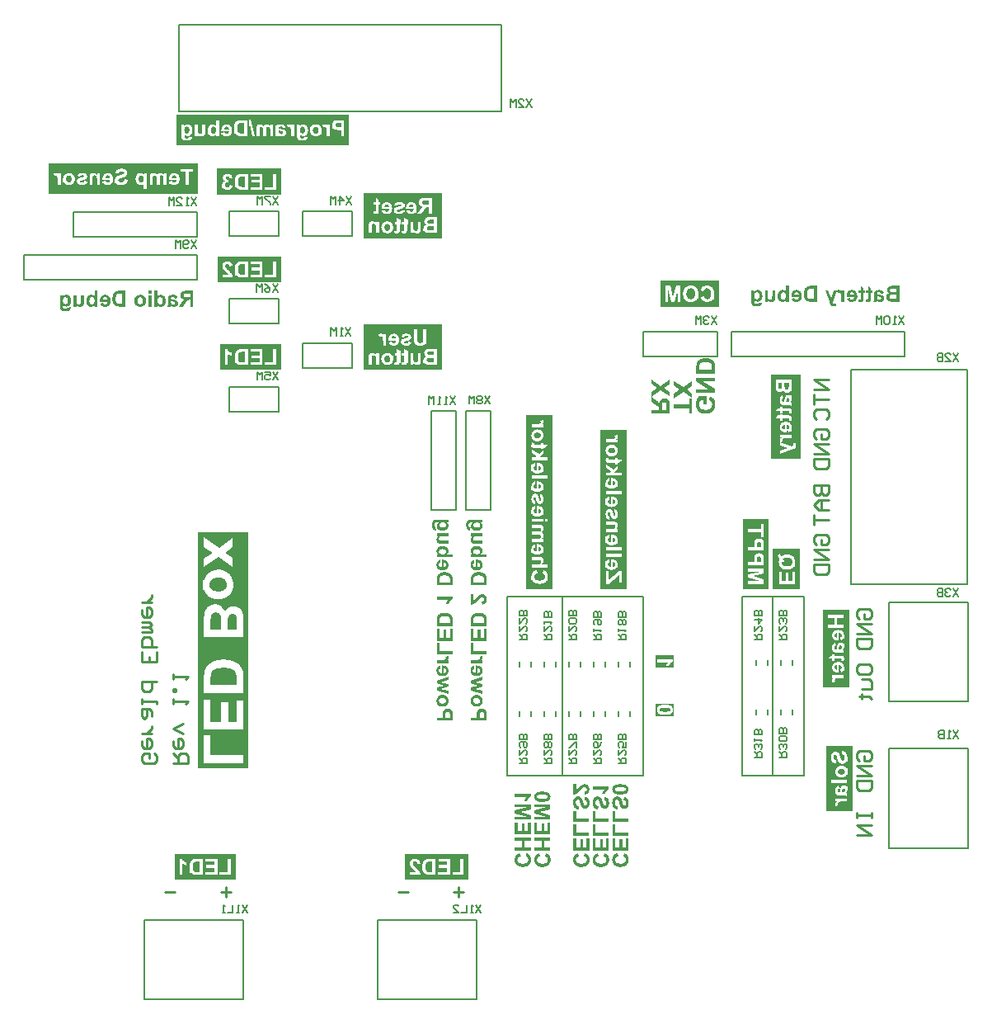
<source format=gbo>
G04*
G04 #@! TF.GenerationSoftware,Altium Limited,Altium Designer,18.1.9 (240)*
G04*
G04 Layer_Color=32896*
%FSLAX25Y25*%
%MOIN*%
G70*
G01*
G75*
%ADD10C,0.00787*%
%ADD11C,0.01000*%
%ADD14C,0.00500*%
%ADD15C,0.00598*%
G36*
X288130Y258674D02*
X288305Y258659D01*
X288472Y258645D01*
X288633Y258623D01*
X288779Y258601D01*
X288910Y258579D01*
X289034Y258557D01*
X289150Y258535D01*
X289245Y258513D01*
X289333Y258491D01*
X289398Y258470D01*
X289457Y258455D01*
X289493Y258440D01*
X289522Y258433D01*
X289529D01*
X289792Y258331D01*
X290033Y258214D01*
X290142Y258156D01*
X290237Y258098D01*
X290331Y258039D01*
X290419Y257981D01*
X290499Y257923D01*
X290565Y257872D01*
X290623Y257828D01*
X290674Y257792D01*
X290710Y257755D01*
X290740Y257733D01*
X290754Y257719D01*
X290761Y257711D01*
X290936Y257529D01*
X291082Y257332D01*
X291206Y257143D01*
X291301Y256961D01*
X291337Y256880D01*
X291374Y256807D01*
X291403Y256734D01*
X291425Y256676D01*
X291439Y256632D01*
X291454Y256596D01*
X291461Y256574D01*
Y256567D01*
X291491Y256472D01*
X291512Y256363D01*
X291549Y256137D01*
X291571Y255896D01*
X291593Y255663D01*
Y255554D01*
X291600Y255451D01*
Y255364D01*
X291607Y255284D01*
Y252346D01*
X284040D01*
Y255364D01*
X284047Y255510D01*
X284055Y255648D01*
X284062Y255780D01*
X284076Y255904D01*
X284091Y256013D01*
X284106Y256115D01*
X284120Y256210D01*
X284128Y256290D01*
X284142Y256363D01*
X284157Y256421D01*
X284171Y256472D01*
X284179Y256516D01*
X284186Y256545D01*
X284193Y256560D01*
Y256567D01*
X284281Y256807D01*
X284383Y257019D01*
X284434Y257114D01*
X284477Y257201D01*
X284528Y257281D01*
X284580Y257354D01*
X284623Y257420D01*
X284667Y257478D01*
X284703Y257522D01*
X284733Y257566D01*
X284762Y257595D01*
X284784Y257617D01*
X284791Y257631D01*
X284798Y257639D01*
X284900Y257733D01*
X285002Y257821D01*
X285221Y257988D01*
X285447Y258127D01*
X285659Y258244D01*
X285760Y258287D01*
X285848Y258331D01*
X285928Y258367D01*
X286001Y258397D01*
X286059Y258418D01*
X286103Y258433D01*
X286132Y258448D01*
X286140D01*
X286402Y258528D01*
X286672Y258586D01*
X286942Y258623D01*
X287073Y258637D01*
X287197Y258652D01*
X287313Y258659D01*
X287415Y258666D01*
X287510Y258674D01*
X287590Y258681D01*
X287663D01*
X287707D01*
X287743D01*
X287751D01*
X287948D01*
X288130Y258674D01*
D02*
G37*
G36*
X291607Y249313D02*
X286533D01*
X291607Y246208D01*
Y244728D01*
X284040D01*
Y246142D01*
X288997D01*
X284040Y249197D01*
Y250728D01*
X291607D01*
Y249313D01*
D02*
G37*
G36*
X269692Y247498D02*
X273315Y249875D01*
Y248103D01*
X271048Y246601D01*
X273315Y245107D01*
Y243321D01*
X269685Y245690D01*
X265748Y243080D01*
Y244917D01*
X268307Y246594D01*
X265748Y248271D01*
Y250108D01*
X269692Y247498D01*
D02*
G37*
G36*
X278772Y246864D02*
X282396Y249240D01*
Y247469D01*
X280128Y245967D01*
X282396Y244473D01*
Y242687D01*
X278765Y245056D01*
X274829Y242446D01*
Y244283D01*
X277387Y245960D01*
X274829Y247637D01*
Y249474D01*
X278772Y246864D01*
D02*
G37*
G36*
X282396Y236221D02*
X281112D01*
Y238466D01*
X274829D01*
Y239997D01*
X281112D01*
Y242235D01*
X282396D01*
Y236221D01*
D02*
G37*
G36*
X288101Y240004D02*
X286818D01*
Y241754D01*
X285855D01*
X285760Y241615D01*
X285673Y241477D01*
X285593Y241338D01*
X285527Y241207D01*
X285469Y241090D01*
X285447Y241047D01*
X285433Y241003D01*
X285418Y240966D01*
X285403Y240944D01*
X285396Y240930D01*
Y240922D01*
X285338Y240740D01*
X285294Y240573D01*
X285258Y240405D01*
X285236Y240259D01*
X285221Y240135D01*
Y240084D01*
X285214Y240040D01*
Y239960D01*
X285221Y239785D01*
X285243Y239618D01*
X285279Y239457D01*
X285316Y239304D01*
X285367Y239166D01*
X285425Y239042D01*
X285484Y238918D01*
X285549Y238816D01*
X285615Y238721D01*
X285673Y238633D01*
X285731Y238561D01*
X285782Y238502D01*
X285826Y238451D01*
X285855Y238422D01*
X285877Y238400D01*
X285884Y238393D01*
X286016Y238291D01*
X286169Y238196D01*
X286322Y238116D01*
X286490Y238050D01*
X286657Y237992D01*
X286825Y237941D01*
X286993Y237905D01*
X287153Y237868D01*
X287306Y237846D01*
X287452Y237824D01*
X287576Y237817D01*
X287692Y237802D01*
X287780D01*
X287853Y237795D01*
X287896D01*
X287904D01*
X287911D01*
X288137Y237802D01*
X288349Y237824D01*
X288545Y237853D01*
X288728Y237890D01*
X288902Y237934D01*
X289056Y237985D01*
X289194Y238036D01*
X289318Y238094D01*
X289427Y238145D01*
X289522Y238196D01*
X289610Y238247D01*
X289675Y238291D01*
X289726Y238335D01*
X289763Y238364D01*
X289785Y238378D01*
X289792Y238386D01*
X289909Y238502D01*
X290003Y238626D01*
X290091Y238750D01*
X290164Y238881D01*
X290222Y239013D01*
X290280Y239151D01*
X290317Y239275D01*
X290353Y239399D01*
X290382Y239523D01*
X290397Y239625D01*
X290411Y239727D01*
X290426Y239807D01*
Y239880D01*
X290433Y239931D01*
Y240099D01*
X290419Y240215D01*
X290382Y240427D01*
X290331Y240616D01*
X290302Y240704D01*
X290273Y240777D01*
X290237Y240850D01*
X290207Y240908D01*
X290178Y240959D01*
X290156Y241003D01*
X290135Y241039D01*
X290120Y241061D01*
X290113Y241076D01*
X290105Y241083D01*
X289974Y241236D01*
X289836Y241367D01*
X289690Y241469D01*
X289551Y241549D01*
X289420Y241615D01*
X289369Y241637D01*
X289325Y241659D01*
X289282Y241673D01*
X289252Y241681D01*
X289238Y241688D01*
X289231D01*
X289515Y243204D01*
X289704Y243153D01*
X289879Y243095D01*
X290047Y243022D01*
X290207Y242949D01*
X290353Y242862D01*
X290484Y242774D01*
X290608Y242687D01*
X290718Y242606D01*
X290812Y242519D01*
X290900Y242439D01*
X290973Y242366D01*
X291031Y242308D01*
X291082Y242249D01*
X291111Y242213D01*
X291133Y242184D01*
X291141Y242176D01*
X291243Y242023D01*
X291337Y241856D01*
X291418Y241681D01*
X291483Y241498D01*
X291542Y241316D01*
X291593Y241134D01*
X291629Y240952D01*
X291665Y240784D01*
X291687Y240616D01*
X291709Y240463D01*
X291724Y240325D01*
X291731Y240208D01*
Y240113D01*
X291738Y240040D01*
Y239975D01*
X291731Y239778D01*
X291724Y239588D01*
X291702Y239406D01*
X291680Y239239D01*
X291651Y239078D01*
X291622Y238932D01*
X291585Y238794D01*
X291549Y238670D01*
X291512Y238553D01*
X291476Y238451D01*
X291447Y238371D01*
X291418Y238298D01*
X291396Y238240D01*
X291374Y238203D01*
X291367Y238174D01*
X291359Y238167D01*
X291265Y237992D01*
X291155Y237832D01*
X291046Y237679D01*
X290929Y237540D01*
X290812Y237409D01*
X290696Y237285D01*
X290579Y237183D01*
X290470Y237081D01*
X290360Y237000D01*
X290259Y236920D01*
X290171Y236862D01*
X290098Y236811D01*
X290033Y236767D01*
X289989Y236738D01*
X289952Y236723D01*
X289945Y236716D01*
X289770Y236629D01*
X289588Y236556D01*
X289413Y236490D01*
X289231Y236432D01*
X289048Y236381D01*
X288881Y236344D01*
X288713Y236308D01*
X288553Y236286D01*
X288400Y236264D01*
X288268Y236250D01*
X288144Y236235D01*
X288042Y236228D01*
X287962Y236221D01*
X287896D01*
X287860D01*
X287845D01*
X287641Y236228D01*
X287444Y236242D01*
X287255Y236264D01*
X287073Y236286D01*
X286898Y236322D01*
X286730Y236359D01*
X286570Y236395D01*
X286431Y236439D01*
X286300Y236483D01*
X286176Y236519D01*
X286074Y236556D01*
X285986Y236592D01*
X285921Y236614D01*
X285870Y236636D01*
X285841Y236651D01*
X285826Y236658D01*
X285659Y236745D01*
X285498Y236840D01*
X285352Y236942D01*
X285214Y237052D01*
X285090Y237161D01*
X284973Y237270D01*
X284864Y237380D01*
X284769Y237489D01*
X284682Y237591D01*
X284609Y237686D01*
X284550Y237766D01*
X284499Y237839D01*
X284456Y237897D01*
X284426Y237948D01*
X284412Y237977D01*
X284405Y237985D01*
X284317Y238152D01*
X284244Y238327D01*
X284179Y238509D01*
X284120Y238685D01*
X284069Y238860D01*
X284033Y239034D01*
X283996Y239195D01*
X283975Y239355D01*
X283953Y239501D01*
X283938Y239632D01*
X283924Y239756D01*
X283916Y239858D01*
X283909Y239938D01*
Y240055D01*
X283916Y240230D01*
X283924Y240405D01*
X283967Y240740D01*
X283989Y240901D01*
X284018Y241054D01*
X284055Y241199D01*
X284084Y241331D01*
X284120Y241455D01*
X284149Y241571D01*
X284179Y241666D01*
X284208Y241746D01*
X284230Y241819D01*
X284244Y241863D01*
X284251Y241899D01*
X284259Y241907D01*
X284324Y242074D01*
X284397Y242227D01*
X284463Y242373D01*
X284536Y242512D01*
X284601Y242636D01*
X284674Y242745D01*
X284740Y242854D01*
X284798Y242942D01*
X284857Y243029D01*
X284908Y243102D01*
X284959Y243161D01*
X284995Y243212D01*
X285032Y243248D01*
X285053Y243277D01*
X285068Y243292D01*
X285075Y243299D01*
X288101D01*
Y240004D01*
D02*
G37*
G36*
X267221Y242096D02*
X267381Y241994D01*
X267527Y241899D01*
X267658Y241812D01*
X267782Y241732D01*
X267899Y241652D01*
X267993Y241579D01*
X268088Y241513D01*
X268161Y241455D01*
X268234Y241404D01*
X268292Y241360D01*
X268336Y241323D01*
X268380Y241287D01*
X268409Y241265D01*
X268431Y241243D01*
X268438Y241236D01*
X268445Y241229D01*
X268577Y241105D01*
X268693Y240966D01*
X268802Y240828D01*
X268897Y240704D01*
X268970Y240587D01*
X269007Y240536D01*
X269028Y240492D01*
X269050Y240463D01*
X269065Y240434D01*
X269080Y240420D01*
Y240412D01*
X269109Y240595D01*
X269152Y240762D01*
X269196Y240915D01*
X269247Y241061D01*
X269305Y241199D01*
X269364Y241323D01*
X269422Y241433D01*
X269488Y241535D01*
X269539Y241622D01*
X269597Y241695D01*
X269648Y241761D01*
X269692Y241812D01*
X269728Y241856D01*
X269758Y241885D01*
X269772Y241899D01*
X269779Y241907D01*
X269889Y241994D01*
X269998Y242074D01*
X270115Y242140D01*
X270231Y242198D01*
X270348Y242249D01*
X270465Y242286D01*
X270581Y242322D01*
X270691Y242344D01*
X270793Y242366D01*
X270887Y242380D01*
X270975Y242395D01*
X271048Y242402D01*
X271106Y242410D01*
X271150D01*
X271179D01*
X271186D01*
X271310D01*
X271427Y242395D01*
X271653Y242359D01*
X271857Y242300D01*
X271952Y242271D01*
X272039Y242242D01*
X272112Y242213D01*
X272178Y242184D01*
X272243Y242155D01*
X272287Y242125D01*
X272331Y242104D01*
X272360Y242089D01*
X272375Y242082D01*
X272382Y242074D01*
X272477Y242009D01*
X272564Y241943D01*
X272717Y241797D01*
X272841Y241652D01*
X272943Y241513D01*
X273016Y241382D01*
X273045Y241331D01*
X273075Y241287D01*
X273089Y241243D01*
X273104Y241214D01*
X273111Y241199D01*
Y241192D01*
X273147Y241083D01*
X273177Y240959D01*
X273206Y240828D01*
X273228Y240689D01*
X273264Y240398D01*
X273293Y240106D01*
X273301Y239975D01*
X273308Y239851D01*
Y239734D01*
X273315Y239632D01*
Y236221D01*
X265748D01*
Y237751D01*
X268905D01*
Y238240D01*
X268890Y238400D01*
X268875Y238531D01*
X268861Y238641D01*
X268846Y238721D01*
X268832Y238779D01*
X268824Y238808D01*
X268817Y238823D01*
X268781Y238918D01*
X268730Y238998D01*
X268679Y239078D01*
X268628Y239144D01*
X268577Y239202D01*
X268533Y239246D01*
X268504Y239275D01*
X268496Y239282D01*
X268445Y239326D01*
X268387Y239377D01*
X268314Y239435D01*
X268227Y239501D01*
X268052Y239632D01*
X267862Y239771D01*
X267687Y239895D01*
X267607Y239946D01*
X267534Y239997D01*
X267476Y240033D01*
X267432Y240062D01*
X267403Y240084D01*
X267396Y240091D01*
X265748Y241192D01*
Y243022D01*
X267221Y242096D01*
D02*
G37*
G36*
X181102Y272243D02*
Y263727D01*
Y253937D01*
X149541D01*
Y263727D01*
Y272243D01*
X181102D01*
D02*
G37*
G36*
Y325407D02*
Y316887D01*
Y307087D01*
X149541D01*
Y316887D01*
Y325407D01*
X181102D01*
D02*
G37*
G36*
X275044Y133858D02*
X267717D01*
Y138798D01*
X275044D01*
Y133858D01*
D02*
G37*
G36*
X239151Y86566D02*
X239281Y86548D01*
X239410Y86523D01*
X239527Y86486D01*
X239638Y86449D01*
X239743Y86400D01*
X239842Y86350D01*
X239928Y86301D01*
X240009Y86252D01*
X240076Y86202D01*
X240138Y86153D01*
X240188Y86116D01*
X240231Y86079D01*
X240255Y86054D01*
X240274Y86036D01*
X240280Y86029D01*
X240373Y85925D01*
X240447Y85807D01*
X240521Y85690D01*
X240576Y85567D01*
X240626Y85443D01*
X240669Y85320D01*
X240700Y85197D01*
X240731Y85079D01*
X240749Y84968D01*
X240768Y84863D01*
X240774Y84771D01*
X240786Y84691D01*
Y84629D01*
X240792Y84580D01*
Y84536D01*
X240786Y84376D01*
X240774Y84228D01*
X240749Y84080D01*
X240724Y83944D01*
X240687Y83821D01*
X240650Y83697D01*
X240613Y83592D01*
X240570Y83494D01*
X240527Y83401D01*
X240490Y83321D01*
X240453Y83253D01*
X240416Y83197D01*
X240391Y83154D01*
X240366Y83117D01*
X240354Y83099D01*
X240348Y83093D01*
X240262Y82988D01*
X240163Y82901D01*
X240052Y82815D01*
X239934Y82747D01*
X239817Y82679D01*
X239694Y82624D01*
X239577Y82581D01*
X239453Y82537D01*
X239342Y82507D01*
X239237Y82476D01*
X239139Y82457D01*
X239058Y82439D01*
X238990Y82426D01*
X238935Y82420D01*
X238904Y82414D01*
X238892D01*
X238775Y83636D01*
X238873Y83642D01*
X238960Y83654D01*
X239046Y83673D01*
X239120Y83691D01*
X239188Y83710D01*
X239250Y83734D01*
X239311Y83753D01*
X239361Y83777D01*
X239404Y83802D01*
X239441Y83821D01*
X239496Y83858D01*
X239527Y83882D01*
X239540Y83895D01*
X239620Y83987D01*
X239675Y84086D01*
X239719Y84191D01*
X239743Y84283D01*
X239762Y84370D01*
X239768Y84444D01*
X239774Y84469D01*
Y84506D01*
X239762Y84641D01*
X239737Y84765D01*
X239706Y84870D01*
X239663Y84956D01*
X239620Y85024D01*
X239589Y85073D01*
X239564Y85104D01*
X239552Y85116D01*
X239459Y85190D01*
X239361Y85246D01*
X239256Y85283D01*
X239151Y85314D01*
X239058Y85326D01*
X238984Y85332D01*
X238953Y85338D01*
X238935D01*
X238923D01*
X238916D01*
X238781Y85326D01*
X238645Y85302D01*
X238515Y85258D01*
X238404Y85215D01*
X238306Y85166D01*
X238269Y85147D01*
X238238Y85123D01*
X238207Y85110D01*
X238188Y85098D01*
X238176Y85085D01*
X238170D01*
X238114Y85042D01*
X238047Y84987D01*
X237972Y84919D01*
X237886Y84845D01*
X237806Y84765D01*
X237713Y84678D01*
X237541Y84506D01*
X237460Y84419D01*
X237380Y84339D01*
X237306Y84265D01*
X237244Y84197D01*
X237195Y84148D01*
X237152Y84105D01*
X237127Y84080D01*
X237121Y84067D01*
X236948Y83882D01*
X236782Y83710D01*
X236621Y83555D01*
X236479Y83420D01*
X236344Y83290D01*
X236214Y83179D01*
X236097Y83080D01*
X235992Y82988D01*
X235899Y82914D01*
X235819Y82852D01*
X235751Y82797D01*
X235690Y82759D01*
X235646Y82722D01*
X235609Y82704D01*
X235591Y82692D01*
X235585Y82685D01*
X235474Y82624D01*
X235369Y82568D01*
X235147Y82476D01*
X234943Y82402D01*
X234844Y82377D01*
X234758Y82352D01*
X234671Y82328D01*
X234597Y82309D01*
X234530Y82297D01*
X234474Y82291D01*
X234425Y82278D01*
X234394D01*
X234369Y82272D01*
X234363D01*
Y86572D01*
X235505D01*
Y84129D01*
X235622Y84209D01*
X235683Y84253D01*
X235733Y84296D01*
X235776Y84327D01*
X235807Y84358D01*
X235831Y84376D01*
X235838Y84382D01*
X235875Y84413D01*
X235918Y84456D01*
X235967Y84506D01*
X236023Y84561D01*
X236140Y84684D01*
X236257Y84808D01*
X236368Y84925D01*
X236418Y84974D01*
X236461Y85024D01*
X236498Y85061D01*
X236523Y85092D01*
X236541Y85110D01*
X236547Y85116D01*
X236646Y85221D01*
X236738Y85320D01*
X236825Y85406D01*
X236905Y85493D01*
X236973Y85567D01*
X237041Y85628D01*
X237103Y85690D01*
X237158Y85739D01*
X237207Y85783D01*
X237251Y85826D01*
X237288Y85857D01*
X237312Y85882D01*
X237337Y85900D01*
X237355Y85912D01*
X237362Y85925D01*
X237368D01*
X237528Y86042D01*
X237676Y86141D01*
X237812Y86227D01*
X237935Y86295D01*
X238034Y86344D01*
X238077Y86369D01*
X238114Y86381D01*
X238145Y86394D01*
X238164Y86406D01*
X238176Y86412D01*
X238182D01*
X238330Y86468D01*
X238478Y86505D01*
X238620Y86536D01*
X238744Y86554D01*
X238855Y86566D01*
X238898D01*
X238935Y86572D01*
X238966D01*
X238990D01*
X239003D01*
X239009D01*
X239151Y86566D01*
D02*
G37*
G36*
X248700Y84567D02*
X248595Y84524D01*
X248490Y84475D01*
X248292Y84358D01*
X248113Y84228D01*
X248039Y84166D01*
X247965Y84098D01*
X247898Y84037D01*
X247842Y83981D01*
X247793Y83926D01*
X247749Y83882D01*
X247712Y83845D01*
X247688Y83815D01*
X247675Y83796D01*
X247669Y83790D01*
X247589Y83685D01*
X247521Y83586D01*
X247453Y83487D01*
X247392Y83389D01*
X247287Y83216D01*
X247243Y83136D01*
X247206Y83062D01*
X247176Y82994D01*
X247151Y82932D01*
X247126Y82883D01*
X247108Y82833D01*
X247095Y82803D01*
X247083Y82778D01*
X247077Y82759D01*
Y82753D01*
X245960D01*
X246022Y82920D01*
X246084Y83080D01*
X246158Y83235D01*
X246232Y83383D01*
X246306Y83525D01*
X246386Y83654D01*
X246460Y83777D01*
X246540Y83889D01*
X246608Y83987D01*
X246676Y84074D01*
X246738Y84154D01*
X246787Y84222D01*
X246830Y84271D01*
X246867Y84308D01*
X246886Y84333D01*
X246892Y84339D01*
X242270D01*
Y85567D01*
X248700D01*
Y84567D01*
D02*
G37*
G36*
X253658Y86572D02*
X253966Y86554D01*
X254250Y86523D01*
X254509Y86480D01*
X254744Y86431D01*
X254960Y86381D01*
X255151Y86326D01*
X255318Y86264D01*
X255466Y86208D01*
X255595Y86147D01*
X255700Y86097D01*
X255786Y86048D01*
X255854Y86005D01*
X255904Y85974D01*
X255935Y85956D01*
X255941Y85949D01*
X256058Y85851D01*
X256163Y85739D01*
X256249Y85622D01*
X256323Y85505D01*
X256391Y85382D01*
X256447Y85264D01*
X256490Y85147D01*
X256527Y85030D01*
X256552Y84919D01*
X256570Y84820D01*
X256589Y84734D01*
X256595Y84654D01*
X256601Y84592D01*
X256607Y84543D01*
Y84499D01*
X256601Y84333D01*
X256576Y84172D01*
X256545Y84018D01*
X256502Y83882D01*
X256453Y83753D01*
X256397Y83629D01*
X256342Y83525D01*
X256280Y83426D01*
X256218Y83339D01*
X256157Y83265D01*
X256101Y83197D01*
X256052Y83148D01*
X256009Y83105D01*
X255978Y83074D01*
X255953Y83056D01*
X255947Y83049D01*
X255786Y82938D01*
X255608Y82846D01*
X255410Y82759D01*
X255206Y82692D01*
X254991Y82630D01*
X254775Y82581D01*
X254559Y82537D01*
X254349Y82507D01*
X254145Y82476D01*
X253960Y82457D01*
X253787Y82445D01*
X253707Y82439D01*
X253639D01*
X253572Y82432D01*
X253516D01*
X253467Y82426D01*
X253423D01*
X253386D01*
X253362D01*
X253349D01*
X253343D01*
X253177D01*
X253010Y82432D01*
X252856Y82439D01*
X252701Y82451D01*
X252560Y82463D01*
X252424Y82482D01*
X252165Y82513D01*
X251930Y82556D01*
X251720Y82605D01*
X251535Y82655D01*
X251369Y82710D01*
X251227Y82766D01*
X251110Y82815D01*
X251005Y82864D01*
X250924Y82907D01*
X250863Y82945D01*
X250820Y82969D01*
X250789Y82988D01*
X250783Y82994D01*
X250659Y83105D01*
X250548Y83222D01*
X250449Y83346D01*
X250369Y83469D01*
X250301Y83599D01*
X250240Y83722D01*
X250197Y83845D01*
X250160Y83963D01*
X250129Y84074D01*
X250104Y84172D01*
X250092Y84265D01*
X250079Y84345D01*
X250073Y84407D01*
X250067Y84456D01*
Y84499D01*
X250073Y84672D01*
X250098Y84826D01*
X250129Y84981D01*
X250172Y85116D01*
X250221Y85246D01*
X250277Y85369D01*
X250332Y85474D01*
X250394Y85573D01*
X250456Y85659D01*
X250511Y85733D01*
X250567Y85801D01*
X250616Y85857D01*
X250659Y85894D01*
X250690Y85925D01*
X250715Y85943D01*
X250721Y85949D01*
X250881Y86060D01*
X251060Y86159D01*
X251258Y86239D01*
X251467Y86313D01*
X251677Y86375D01*
X251899Y86424D01*
X252115Y86468D01*
X252325Y86498D01*
X252529Y86523D01*
X252714Y86548D01*
X252887Y86560D01*
X252961Y86566D01*
X253035D01*
X253103Y86572D01*
X253158D01*
X253207Y86579D01*
X253251D01*
X253288D01*
X253312D01*
X253325D01*
X253331D01*
X253658Y86572D01*
D02*
G37*
G36*
X252263Y81599D02*
X252461Y81569D01*
X252547Y81550D01*
X252634Y81532D01*
X252714Y81507D01*
X252782Y81482D01*
X252843Y81458D01*
X252905Y81433D01*
X252948Y81414D01*
X252992Y81396D01*
X253022Y81377D01*
X253047Y81365D01*
X253059Y81359D01*
X253065Y81353D01*
X253214Y81248D01*
X253343Y81137D01*
X253454Y81020D01*
X253547Y80902D01*
X253615Y80804D01*
X253645Y80754D01*
X253670Y80717D01*
X253689Y80686D01*
X253701Y80662D01*
X253713Y80649D01*
Y80643D01*
X253757Y80551D01*
X253800Y80452D01*
X253843Y80347D01*
X253886Y80236D01*
X253966Y80001D01*
X254034Y79779D01*
X254065Y79668D01*
X254096Y79570D01*
X254114Y79483D01*
X254139Y79403D01*
X254152Y79341D01*
X254164Y79292D01*
X254176Y79261D01*
Y79249D01*
X254219Y79082D01*
X254256Y78928D01*
X254299Y78786D01*
X254337Y78663D01*
X254374Y78558D01*
X254411Y78459D01*
X254441Y78373D01*
X254479Y78305D01*
X254503Y78243D01*
X254528Y78188D01*
X254553Y78150D01*
X254571Y78120D01*
X254590Y78095D01*
X254602Y78076D01*
X254608Y78070D01*
Y78064D01*
X254670Y78002D01*
X254738Y77953D01*
X254799Y77922D01*
X254861Y77898D01*
X254917Y77885D01*
X254960Y77879D01*
X254984Y77873D01*
X254997D01*
X255083Y77879D01*
X255163Y77904D01*
X255231Y77934D01*
X255287Y77978D01*
X255330Y78015D01*
X255367Y78046D01*
X255385Y78070D01*
X255392Y78076D01*
X255472Y78206D01*
X255527Y78348D01*
X255571Y78490D01*
X255595Y78632D01*
X255614Y78761D01*
X255620Y78811D01*
Y78860D01*
X255626Y78897D01*
Y79051D01*
X255614Y79144D01*
X255608Y79230D01*
X255589Y79310D01*
X255577Y79384D01*
X255558Y79452D01*
X255534Y79514D01*
X255515Y79570D01*
X255497Y79619D01*
X255472Y79656D01*
X255453Y79693D01*
X255441Y79724D01*
X255422Y79742D01*
X255416Y79761D01*
X255404Y79773D01*
X255361Y79822D01*
X255311Y79866D01*
X255200Y79946D01*
X255089Y80008D01*
X254972Y80057D01*
X254867Y80088D01*
X254818Y80100D01*
X254781Y80112D01*
X254750Y80119D01*
X254719Y80125D01*
X254707Y80131D01*
X254701D01*
X254756Y81427D01*
X254917Y81414D01*
X255071Y81390D01*
X255213Y81359D01*
X255348Y81316D01*
X255472Y81266D01*
X255589Y81211D01*
X255694Y81155D01*
X255786Y81094D01*
X255873Y81038D01*
X255947Y80983D01*
X256015Y80927D01*
X256064Y80884D01*
X256107Y80841D01*
X256138Y80810D01*
X256157Y80791D01*
X256163Y80785D01*
X256255Y80662D01*
X256336Y80532D01*
X256410Y80390D01*
X256471Y80242D01*
X256521Y80094D01*
X256564Y79946D01*
X256601Y79792D01*
X256626Y79650D01*
X256650Y79514D01*
X256663Y79384D01*
X256675Y79267D01*
X256687Y79168D01*
Y79088D01*
X256694Y79027D01*
Y78971D01*
X256681Y78706D01*
X256675Y78582D01*
X256657Y78459D01*
X256638Y78348D01*
X256620Y78243D01*
X256601Y78150D01*
X256582Y78064D01*
X256558Y77984D01*
X256539Y77910D01*
X256521Y77848D01*
X256502Y77799D01*
X256484Y77762D01*
X256477Y77731D01*
X256465Y77712D01*
Y77706D01*
X256373Y77521D01*
X256268Y77361D01*
X256163Y77225D01*
X256058Y77114D01*
X256009Y77065D01*
X255965Y77027D01*
X255922Y76990D01*
X255885Y76960D01*
X255860Y76941D01*
X255836Y76923D01*
X255823Y76916D01*
X255817Y76910D01*
X255737Y76861D01*
X255657Y76824D01*
X255497Y76756D01*
X255342Y76707D01*
X255200Y76676D01*
X255139Y76664D01*
X255083Y76651D01*
X255028Y76645D01*
X254984D01*
X254954Y76639D01*
X254929D01*
X254910D01*
X254904D01*
X254762Y76645D01*
X254633Y76664D01*
X254503Y76694D01*
X254380Y76731D01*
X254269Y76775D01*
X254164Y76824D01*
X254065Y76879D01*
X253973Y76935D01*
X253892Y76984D01*
X253824Y77040D01*
X253763Y77089D01*
X253707Y77132D01*
X253670Y77169D01*
X253639Y77200D01*
X253621Y77219D01*
X253615Y77225D01*
X253547Y77311D01*
X253479Y77410D01*
X253417Y77515D01*
X253356Y77632D01*
X253251Y77873D01*
X253158Y78113D01*
X253121Y78224D01*
X253084Y78329D01*
X253053Y78428D01*
X253028Y78514D01*
X253010Y78582D01*
X252998Y78638D01*
X252992Y78669D01*
X252985Y78681D01*
X252948Y78829D01*
X252918Y78959D01*
X252887Y79076D01*
X252856Y79187D01*
X252831Y79280D01*
X252806Y79366D01*
X252788Y79440D01*
X252769Y79502D01*
X252751Y79557D01*
X252738Y79600D01*
X252726Y79637D01*
X252720Y79668D01*
X252708Y79693D01*
Y79705D01*
X252701Y79718D01*
X252658Y79829D01*
X252609Y79927D01*
X252560Y80008D01*
X252516Y80069D01*
X252479Y80119D01*
X252449Y80156D01*
X252430Y80174D01*
X252424Y80180D01*
X252362Y80224D01*
X252294Y80261D01*
X252233Y80285D01*
X252171Y80298D01*
X252121Y80310D01*
X252078Y80316D01*
X252054D01*
X252041D01*
X251973Y80310D01*
X251912Y80304D01*
X251795Y80267D01*
X251690Y80217D01*
X251597Y80156D01*
X251523Y80094D01*
X251467Y80045D01*
X251431Y80008D01*
X251424Y80001D01*
X251418Y79995D01*
X251375Y79934D01*
X251332Y79866D01*
X251270Y79718D01*
X251221Y79563D01*
X251190Y79409D01*
X251184Y79335D01*
X251171Y79273D01*
X251165Y79212D01*
Y79162D01*
X251159Y79119D01*
Y79057D01*
X251165Y78952D01*
X251171Y78848D01*
X251184Y78749D01*
X251208Y78663D01*
X251227Y78576D01*
X251252Y78502D01*
X251282Y78428D01*
X251307Y78366D01*
X251338Y78311D01*
X251363Y78262D01*
X251387Y78218D01*
X251412Y78181D01*
X251431Y78157D01*
X251443Y78138D01*
X251449Y78126D01*
X251455Y78120D01*
X251517Y78058D01*
X251579Y78002D01*
X251727Y77904D01*
X251881Y77823D01*
X252035Y77762D01*
X252103Y77737D01*
X252171Y77719D01*
X252233Y77700D01*
X252282Y77688D01*
X252325Y77675D01*
X252362Y77669D01*
X252381Y77663D01*
X252387D01*
X252263Y76404D01*
X252066Y76435D01*
X251881Y76472D01*
X251708Y76522D01*
X251554Y76577D01*
X251406Y76639D01*
X251270Y76701D01*
X251147Y76768D01*
X251036Y76836D01*
X250943Y76904D01*
X250857Y76966D01*
X250783Y77021D01*
X250727Y77071D01*
X250684Y77114D01*
X250647Y77145D01*
X250628Y77169D01*
X250622Y77176D01*
X250523Y77305D01*
X250437Y77441D01*
X250363Y77589D01*
X250301Y77743D01*
X250246Y77898D01*
X250203Y78052D01*
X250166Y78206D01*
X250135Y78354D01*
X250116Y78496D01*
X250098Y78626D01*
X250085Y78743D01*
X250073Y78848D01*
Y78928D01*
X250067Y78990D01*
Y79199D01*
X250079Y79341D01*
X250085Y79483D01*
X250104Y79613D01*
X250122Y79736D01*
X250141Y79853D01*
X250160Y79958D01*
X250184Y80051D01*
X250203Y80137D01*
X250221Y80211D01*
X250240Y80279D01*
X250258Y80335D01*
X250277Y80378D01*
X250283Y80409D01*
X250295Y80427D01*
Y80433D01*
X250394Y80631D01*
X250449Y80723D01*
X250505Y80804D01*
X250567Y80884D01*
X250622Y80958D01*
X250684Y81020D01*
X250739Y81081D01*
X250795Y81131D01*
X250844Y81174D01*
X250894Y81217D01*
X250931Y81248D01*
X250968Y81273D01*
X250992Y81291D01*
X251005Y81297D01*
X251011Y81303D01*
X251103Y81359D01*
X251196Y81408D01*
X251282Y81445D01*
X251375Y81482D01*
X251548Y81538D01*
X251708Y81575D01*
X251776Y81587D01*
X251844Y81593D01*
X251899Y81606D01*
X251949D01*
X251986Y81612D01*
X252017D01*
X252035D01*
X252041D01*
X252263Y81599D01*
D02*
G37*
G36*
X244356D02*
X244553Y81569D01*
X244640Y81550D01*
X244726Y81532D01*
X244806Y81507D01*
X244874Y81482D01*
X244936Y81458D01*
X244998Y81433D01*
X245041Y81414D01*
X245084Y81396D01*
X245115Y81377D01*
X245140Y81365D01*
X245152Y81359D01*
X245158Y81353D01*
X245306Y81248D01*
X245436Y81137D01*
X245547Y81020D01*
X245639Y80902D01*
X245707Y80804D01*
X245738Y80754D01*
X245763Y80717D01*
X245781Y80686D01*
X245794Y80662D01*
X245806Y80649D01*
Y80643D01*
X245849Y80551D01*
X245892Y80452D01*
X245936Y80347D01*
X245979Y80236D01*
X246059Y80001D01*
X246127Y79779D01*
X246158Y79668D01*
X246188Y79570D01*
X246207Y79483D01*
X246232Y79403D01*
X246244Y79341D01*
X246256Y79292D01*
X246269Y79261D01*
Y79249D01*
X246312Y79082D01*
X246349Y78928D01*
X246392Y78786D01*
X246429Y78663D01*
X246466Y78558D01*
X246503Y78459D01*
X246534Y78373D01*
X246571Y78305D01*
X246596Y78243D01*
X246620Y78188D01*
X246645Y78150D01*
X246663Y78120D01*
X246682Y78095D01*
X246694Y78076D01*
X246701Y78070D01*
Y78064D01*
X246762Y78002D01*
X246830Y77953D01*
X246892Y77922D01*
X246954Y77898D01*
X247009Y77885D01*
X247052Y77879D01*
X247077Y77873D01*
X247089D01*
X247176Y77879D01*
X247256Y77904D01*
X247324Y77934D01*
X247379Y77978D01*
X247422Y78015D01*
X247460Y78046D01*
X247478Y78070D01*
X247484Y78076D01*
X247564Y78206D01*
X247620Y78348D01*
X247663Y78490D01*
X247688Y78632D01*
X247706Y78761D01*
X247712Y78811D01*
Y78860D01*
X247719Y78897D01*
Y79051D01*
X247706Y79144D01*
X247700Y79230D01*
X247682Y79310D01*
X247669Y79384D01*
X247651Y79452D01*
X247626Y79514D01*
X247607Y79570D01*
X247589Y79619D01*
X247564Y79656D01*
X247546Y79693D01*
X247533Y79724D01*
X247515Y79742D01*
X247509Y79761D01*
X247497Y79773D01*
X247453Y79822D01*
X247404Y79866D01*
X247293Y79946D01*
X247182Y80008D01*
X247065Y80057D01*
X246960Y80088D01*
X246910Y80100D01*
X246873Y80112D01*
X246843Y80119D01*
X246812Y80125D01*
X246799Y80131D01*
X246793D01*
X246849Y81427D01*
X247009Y81414D01*
X247163Y81390D01*
X247305Y81359D01*
X247441Y81316D01*
X247564Y81266D01*
X247682Y81211D01*
X247786Y81155D01*
X247879Y81094D01*
X247965Y81038D01*
X248039Y80983D01*
X248107Y80927D01*
X248157Y80884D01*
X248200Y80841D01*
X248231Y80810D01*
X248249Y80791D01*
X248255Y80785D01*
X248348Y80662D01*
X248428Y80532D01*
X248502Y80390D01*
X248564Y80242D01*
X248613Y80094D01*
X248656Y79946D01*
X248693Y79792D01*
X248718Y79650D01*
X248743Y79514D01*
X248755Y79384D01*
X248767Y79267D01*
X248780Y79168D01*
Y79088D01*
X248786Y79027D01*
Y78971D01*
X248774Y78706D01*
X248767Y78582D01*
X248749Y78459D01*
X248730Y78348D01*
X248712Y78243D01*
X248693Y78150D01*
X248675Y78064D01*
X248650Y77984D01*
X248632Y77910D01*
X248613Y77848D01*
X248595Y77799D01*
X248576Y77762D01*
X248570Y77731D01*
X248558Y77712D01*
Y77706D01*
X248465Y77521D01*
X248360Y77361D01*
X248255Y77225D01*
X248150Y77114D01*
X248101Y77065D01*
X248058Y77027D01*
X248015Y76990D01*
X247978Y76960D01*
X247953Y76941D01*
X247928Y76923D01*
X247916Y76916D01*
X247910Y76910D01*
X247830Y76861D01*
X247749Y76824D01*
X247589Y76756D01*
X247435Y76707D01*
X247293Y76676D01*
X247231Y76664D01*
X247176Y76651D01*
X247120Y76645D01*
X247077D01*
X247046Y76639D01*
X247021D01*
X247003D01*
X246997D01*
X246855Y76645D01*
X246725Y76664D01*
X246596Y76694D01*
X246472Y76731D01*
X246361Y76775D01*
X246256Y76824D01*
X246158Y76879D01*
X246065Y76935D01*
X245985Y76984D01*
X245917Y77040D01*
X245855Y77089D01*
X245800Y77132D01*
X245763Y77169D01*
X245732Y77200D01*
X245713Y77219D01*
X245707Y77225D01*
X245639Y77311D01*
X245571Y77410D01*
X245510Y77515D01*
X245448Y77632D01*
X245343Y77873D01*
X245251Y78113D01*
X245214Y78224D01*
X245177Y78329D01*
X245146Y78428D01*
X245121Y78514D01*
X245103Y78582D01*
X245090Y78638D01*
X245084Y78669D01*
X245078Y78681D01*
X245041Y78829D01*
X245010Y78959D01*
X244979Y79076D01*
X244948Y79187D01*
X244924Y79280D01*
X244899Y79366D01*
X244880Y79440D01*
X244862Y79502D01*
X244843Y79557D01*
X244831Y79600D01*
X244819Y79637D01*
X244812Y79668D01*
X244800Y79693D01*
Y79705D01*
X244794Y79718D01*
X244751Y79829D01*
X244702Y79927D01*
X244652Y80008D01*
X244609Y80069D01*
X244572Y80119D01*
X244541Y80156D01*
X244523Y80174D01*
X244516Y80180D01*
X244455Y80224D01*
X244387Y80261D01*
X244325Y80285D01*
X244263Y80298D01*
X244214Y80310D01*
X244171Y80316D01*
X244146D01*
X244134D01*
X244066Y80310D01*
X244004Y80304D01*
X243887Y80267D01*
X243782Y80217D01*
X243690Y80156D01*
X243616Y80094D01*
X243560Y80045D01*
X243523Y80008D01*
X243517Y80001D01*
X243511Y79995D01*
X243467Y79934D01*
X243424Y79866D01*
X243363Y79718D01*
X243313Y79563D01*
X243282Y79409D01*
X243276Y79335D01*
X243264Y79273D01*
X243258Y79212D01*
Y79162D01*
X243251Y79119D01*
Y79057D01*
X243258Y78952D01*
X243264Y78848D01*
X243276Y78749D01*
X243301Y78663D01*
X243319Y78576D01*
X243344Y78502D01*
X243375Y78428D01*
X243400Y78366D01*
X243430Y78311D01*
X243455Y78262D01*
X243480Y78218D01*
X243505Y78181D01*
X243523Y78157D01*
X243535Y78138D01*
X243542Y78126D01*
X243548Y78120D01*
X243609Y78058D01*
X243671Y78002D01*
X243819Y77904D01*
X243973Y77823D01*
X244128Y77762D01*
X244196Y77737D01*
X244263Y77719D01*
X244325Y77700D01*
X244374Y77688D01*
X244418Y77675D01*
X244455Y77669D01*
X244473Y77663D01*
X244479D01*
X244356Y76404D01*
X244159Y76435D01*
X243973Y76472D01*
X243801Y76522D01*
X243646Y76577D01*
X243498Y76639D01*
X243363Y76701D01*
X243239Y76768D01*
X243128Y76836D01*
X243036Y76904D01*
X242949Y76966D01*
X242875Y77021D01*
X242820Y77071D01*
X242776Y77114D01*
X242739Y77145D01*
X242721Y77169D01*
X242715Y77176D01*
X242616Y77305D01*
X242530Y77441D01*
X242456Y77589D01*
X242394Y77743D01*
X242338Y77898D01*
X242295Y78052D01*
X242258Y78206D01*
X242227Y78354D01*
X242209Y78496D01*
X242190Y78626D01*
X242178Y78743D01*
X242166Y78848D01*
Y78928D01*
X242159Y78990D01*
Y79199D01*
X242172Y79341D01*
X242178Y79483D01*
X242196Y79613D01*
X242215Y79736D01*
X242233Y79853D01*
X242252Y79958D01*
X242277Y80051D01*
X242295Y80137D01*
X242314Y80211D01*
X242332Y80279D01*
X242351Y80335D01*
X242369Y80378D01*
X242375Y80409D01*
X242388Y80427D01*
Y80433D01*
X242487Y80631D01*
X242542Y80723D01*
X242598Y80804D01*
X242659Y80884D01*
X242715Y80958D01*
X242776Y81020D01*
X242832Y81081D01*
X242887Y81131D01*
X242937Y81174D01*
X242986Y81217D01*
X243023Y81248D01*
X243060Y81273D01*
X243085Y81291D01*
X243097Y81297D01*
X243104Y81303D01*
X243196Y81359D01*
X243288Y81408D01*
X243375Y81445D01*
X243467Y81482D01*
X243640Y81538D01*
X243801Y81575D01*
X243868Y81587D01*
X243936Y81593D01*
X243992Y81606D01*
X244041D01*
X244078Y81612D01*
X244109D01*
X244128D01*
X244134D01*
X244356Y81599D01*
D02*
G37*
G36*
X236449D02*
X236646Y81569D01*
X236732Y81550D01*
X236819Y81532D01*
X236899Y81507D01*
X236967Y81482D01*
X237029Y81458D01*
X237090Y81433D01*
X237133Y81414D01*
X237176Y81396D01*
X237207Y81377D01*
X237232Y81365D01*
X237244Y81359D01*
X237251Y81353D01*
X237399Y81248D01*
X237528Y81137D01*
X237639Y81020D01*
X237732Y80902D01*
X237800Y80804D01*
X237831Y80754D01*
X237855Y80717D01*
X237874Y80686D01*
X237886Y80662D01*
X237898Y80649D01*
Y80643D01*
X237942Y80551D01*
X237985Y80452D01*
X238028Y80347D01*
X238071Y80236D01*
X238151Y80001D01*
X238219Y79779D01*
X238250Y79668D01*
X238281Y79570D01*
X238299Y79483D01*
X238324Y79403D01*
X238336Y79341D01*
X238349Y79292D01*
X238361Y79261D01*
Y79249D01*
X238404Y79082D01*
X238441Y78928D01*
X238485Y78786D01*
X238522Y78663D01*
X238559Y78558D01*
X238596Y78459D01*
X238627Y78373D01*
X238664Y78305D01*
X238688Y78243D01*
X238713Y78188D01*
X238738Y78150D01*
X238756Y78120D01*
X238775Y78095D01*
X238787Y78076D01*
X238793Y78070D01*
Y78064D01*
X238855Y78002D01*
X238923Y77953D01*
X238984Y77922D01*
X239046Y77898D01*
X239102Y77885D01*
X239145Y77879D01*
X239170Y77873D01*
X239182D01*
X239268Y77879D01*
X239348Y77904D01*
X239416Y77934D01*
X239472Y77978D01*
X239515Y78015D01*
X239552Y78046D01*
X239570Y78070D01*
X239577Y78076D01*
X239657Y78206D01*
X239712Y78348D01*
X239756Y78490D01*
X239780Y78632D01*
X239799Y78761D01*
X239805Y78811D01*
Y78860D01*
X239811Y78897D01*
Y79051D01*
X239799Y79144D01*
X239793Y79230D01*
X239774Y79310D01*
X239762Y79384D01*
X239743Y79452D01*
X239719Y79514D01*
X239700Y79570D01*
X239682Y79619D01*
X239657Y79656D01*
X239638Y79693D01*
X239626Y79724D01*
X239608Y79742D01*
X239601Y79761D01*
X239589Y79773D01*
X239546Y79822D01*
X239496Y79866D01*
X239385Y79946D01*
X239274Y80008D01*
X239157Y80057D01*
X239052Y80088D01*
X239003Y80100D01*
X238966Y80112D01*
X238935Y80119D01*
X238904Y80125D01*
X238892Y80131D01*
X238886D01*
X238941Y81427D01*
X239102Y81414D01*
X239256Y81390D01*
X239398Y81359D01*
X239533Y81316D01*
X239657Y81266D01*
X239774Y81211D01*
X239879Y81155D01*
X239972Y81094D01*
X240058Y81038D01*
X240132Y80983D01*
X240200Y80927D01*
X240249Y80884D01*
X240292Y80841D01*
X240323Y80810D01*
X240342Y80791D01*
X240348Y80785D01*
X240441Y80662D01*
X240521Y80532D01*
X240595Y80390D01*
X240656Y80242D01*
X240706Y80094D01*
X240749Y79946D01*
X240786Y79792D01*
X240811Y79650D01*
X240835Y79514D01*
X240848Y79384D01*
X240860Y79267D01*
X240872Y79168D01*
Y79088D01*
X240879Y79027D01*
Y78971D01*
X240866Y78706D01*
X240860Y78582D01*
X240842Y78459D01*
X240823Y78348D01*
X240805Y78243D01*
X240786Y78150D01*
X240768Y78064D01*
X240743Y77984D01*
X240724Y77910D01*
X240706Y77848D01*
X240687Y77799D01*
X240669Y77762D01*
X240663Y77731D01*
X240650Y77712D01*
Y77706D01*
X240558Y77521D01*
X240453Y77361D01*
X240348Y77225D01*
X240243Y77114D01*
X240194Y77065D01*
X240150Y77027D01*
X240107Y76990D01*
X240070Y76960D01*
X240046Y76941D01*
X240021Y76923D01*
X240009Y76916D01*
X240002Y76910D01*
X239922Y76861D01*
X239842Y76824D01*
X239682Y76756D01*
X239527Y76707D01*
X239385Y76676D01*
X239324Y76664D01*
X239268Y76651D01*
X239213Y76645D01*
X239170D01*
X239139Y76639D01*
X239114D01*
X239095D01*
X239089D01*
X238947Y76645D01*
X238818Y76664D01*
X238688Y76694D01*
X238565Y76731D01*
X238454Y76775D01*
X238349Y76824D01*
X238250Y76879D01*
X238158Y76935D01*
X238077Y76984D01*
X238010Y77040D01*
X237948Y77089D01*
X237892Y77132D01*
X237855Y77169D01*
X237824Y77200D01*
X237806Y77219D01*
X237800Y77225D01*
X237732Y77311D01*
X237664Y77410D01*
X237602Y77515D01*
X237541Y77632D01*
X237436Y77873D01*
X237343Y78113D01*
X237306Y78224D01*
X237269Y78329D01*
X237238Y78428D01*
X237214Y78514D01*
X237195Y78582D01*
X237183Y78638D01*
X237176Y78669D01*
X237170Y78681D01*
X237133Y78829D01*
X237103Y78959D01*
X237072Y79076D01*
X237041Y79187D01*
X237016Y79280D01*
X236991Y79366D01*
X236973Y79440D01*
X236954Y79502D01*
X236936Y79557D01*
X236924Y79600D01*
X236911Y79637D01*
X236905Y79668D01*
X236893Y79693D01*
Y79705D01*
X236887Y79718D01*
X236843Y79829D01*
X236794Y79927D01*
X236745Y80008D01*
X236701Y80069D01*
X236664Y80119D01*
X236634Y80156D01*
X236615Y80174D01*
X236609Y80180D01*
X236547Y80224D01*
X236479Y80261D01*
X236418Y80285D01*
X236356Y80298D01*
X236307Y80310D01*
X236263Y80316D01*
X236239D01*
X236226D01*
X236158Y80310D01*
X236097Y80304D01*
X235980Y80267D01*
X235875Y80217D01*
X235782Y80156D01*
X235708Y80094D01*
X235653Y80045D01*
X235615Y80008D01*
X235609Y80001D01*
X235603Y79995D01*
X235560Y79934D01*
X235517Y79866D01*
X235455Y79718D01*
X235406Y79563D01*
X235375Y79409D01*
X235369Y79335D01*
X235356Y79273D01*
X235350Y79212D01*
Y79162D01*
X235344Y79119D01*
Y79057D01*
X235350Y78952D01*
X235356Y78848D01*
X235369Y78749D01*
X235393Y78663D01*
X235412Y78576D01*
X235437Y78502D01*
X235468Y78428D01*
X235492Y78366D01*
X235523Y78311D01*
X235548Y78262D01*
X235572Y78218D01*
X235597Y78181D01*
X235615Y78157D01*
X235628Y78138D01*
X235634Y78126D01*
X235640Y78120D01*
X235702Y78058D01*
X235764Y78002D01*
X235912Y77904D01*
X236066Y77823D01*
X236220Y77762D01*
X236288Y77737D01*
X236356Y77719D01*
X236418Y77700D01*
X236467Y77688D01*
X236510Y77675D01*
X236547Y77669D01*
X236566Y77663D01*
X236572D01*
X236449Y76404D01*
X236251Y76435D01*
X236066Y76472D01*
X235893Y76522D01*
X235739Y76577D01*
X235591Y76639D01*
X235455Y76701D01*
X235332Y76768D01*
X235221Y76836D01*
X235128Y76904D01*
X235042Y76966D01*
X234968Y77021D01*
X234912Y77071D01*
X234869Y77114D01*
X234832Y77145D01*
X234813Y77169D01*
X234807Y77176D01*
X234709Y77305D01*
X234622Y77441D01*
X234548Y77589D01*
X234486Y77743D01*
X234431Y77898D01*
X234388Y78052D01*
X234351Y78206D01*
X234320Y78354D01*
X234301Y78496D01*
X234283Y78626D01*
X234271Y78743D01*
X234258Y78848D01*
Y78928D01*
X234252Y78990D01*
Y79199D01*
X234264Y79341D01*
X234271Y79483D01*
X234289Y79613D01*
X234308Y79736D01*
X234326Y79853D01*
X234345Y79958D01*
X234369Y80051D01*
X234388Y80137D01*
X234406Y80211D01*
X234425Y80279D01*
X234443Y80335D01*
X234462Y80378D01*
X234468Y80409D01*
X234480Y80427D01*
Y80433D01*
X234579Y80631D01*
X234634Y80723D01*
X234690Y80804D01*
X234752Y80884D01*
X234807Y80958D01*
X234869Y81020D01*
X234925Y81081D01*
X234980Y81131D01*
X235029Y81174D01*
X235079Y81217D01*
X235116Y81248D01*
X235153Y81273D01*
X235177Y81291D01*
X235190Y81297D01*
X235196Y81303D01*
X235289Y81359D01*
X235381Y81408D01*
X235468Y81445D01*
X235560Y81482D01*
X235733Y81538D01*
X235893Y81575D01*
X235961Y81587D01*
X236029Y81593D01*
X236085Y81606D01*
X236134D01*
X236171Y81612D01*
X236202D01*
X236220D01*
X236226D01*
X236449Y81599D01*
D02*
G37*
G36*
X251264Y72597D02*
X256527D01*
Y71302D01*
X250178D01*
Y75812D01*
X251264D01*
Y72597D01*
D02*
G37*
G36*
X243356D02*
X248619D01*
Y71302D01*
X242270D01*
Y75812D01*
X243356D01*
Y72597D01*
D02*
G37*
G36*
X235449D02*
X240712D01*
Y71302D01*
X234363D01*
Y75812D01*
X235449D01*
Y72597D01*
D02*
G37*
G36*
X251264Y67131D02*
X256527D01*
Y65835D01*
X250178D01*
Y70345D01*
X251264D01*
Y67131D01*
D02*
G37*
G36*
X243356D02*
X248619D01*
Y65835D01*
X242270D01*
Y70345D01*
X243356D01*
Y67131D01*
D02*
G37*
G36*
X235449D02*
X240712D01*
Y65835D01*
X234363D01*
Y70345D01*
X235449D01*
Y67131D01*
D02*
G37*
G36*
X251264Y61134D02*
X252992D01*
Y64342D01*
X254077D01*
Y61134D01*
X255497D01*
Y64583D01*
X256582D01*
Y59838D01*
X250178D01*
Y64706D01*
X251264D01*
Y61134D01*
D02*
G37*
G36*
X243356D02*
X245084D01*
Y64342D01*
X246170D01*
Y61134D01*
X247589D01*
Y64583D01*
X248675D01*
Y59838D01*
X242270D01*
Y64706D01*
X243356D01*
Y61134D01*
D02*
G37*
G36*
X235449D02*
X237176D01*
Y64342D01*
X238263D01*
Y61134D01*
X239682D01*
Y64583D01*
X240768D01*
Y59838D01*
X234363D01*
Y64706D01*
X235449D01*
Y61134D01*
D02*
G37*
G36*
X252535Y57475D02*
X252405Y57444D01*
X252288Y57407D01*
X252177Y57364D01*
X252072Y57320D01*
X251980Y57277D01*
X251893Y57234D01*
X251819Y57185D01*
X251751Y57142D01*
X251690Y57105D01*
X251640Y57061D01*
X251597Y57030D01*
X251560Y57000D01*
X251535Y56975D01*
X251517Y56956D01*
X251504Y56944D01*
X251498Y56938D01*
X251443Y56870D01*
X251394Y56796D01*
X251344Y56716D01*
X251307Y56642D01*
X251252Y56494D01*
X251215Y56358D01*
X251196Y56290D01*
X251190Y56235D01*
X251184Y56179D01*
X251178Y56136D01*
X251171Y56099D01*
Y56050D01*
X251178Y55920D01*
X251196Y55803D01*
X251221Y55686D01*
X251252Y55581D01*
X251289Y55476D01*
X251332Y55383D01*
X251381Y55297D01*
X251431Y55223D01*
X251474Y55149D01*
X251523Y55087D01*
X251566Y55038D01*
X251603Y54994D01*
X251634Y54957D01*
X251659Y54933D01*
X251677Y54920D01*
X251683Y54914D01*
X251788Y54840D01*
X251906Y54772D01*
X252035Y54717D01*
X252171Y54667D01*
X252313Y54624D01*
X252461Y54587D01*
X252603Y54556D01*
X252745Y54538D01*
X252880Y54519D01*
X253004Y54507D01*
X253121Y54495D01*
X253220Y54488D01*
X253300Y54482D01*
X253362D01*
X253386D01*
X253405D01*
X253411D01*
X253417D01*
X253627Y54488D01*
X253818Y54501D01*
X253997Y54526D01*
X254164Y54550D01*
X254312Y54581D01*
X254448Y54618D01*
X254571Y54661D01*
X254676Y54704D01*
X254775Y54742D01*
X254855Y54785D01*
X254923Y54822D01*
X254978Y54852D01*
X255021Y54877D01*
X255052Y54902D01*
X255071Y54914D01*
X255077Y54920D01*
X255170Y55007D01*
X255243Y55099D01*
X255318Y55192D01*
X255373Y55291D01*
X255422Y55389D01*
X255466Y55482D01*
X255497Y55574D01*
X255527Y55667D01*
X255546Y55753D01*
X255564Y55834D01*
X255571Y55901D01*
X255583Y55963D01*
Y56012D01*
X255589Y56050D01*
Y56173D01*
X255577Y56265D01*
X255546Y56432D01*
X255497Y56580D01*
X255447Y56710D01*
X255416Y56759D01*
X255392Y56808D01*
X255367Y56852D01*
X255342Y56889D01*
X255324Y56913D01*
X255311Y56932D01*
X255305Y56944D01*
X255299Y56950D01*
X255182Y57074D01*
X255052Y57179D01*
X254923Y57265D01*
X254799Y57327D01*
X254688Y57376D01*
X254639Y57395D01*
X254596Y57407D01*
X254565Y57419D01*
X254540Y57425D01*
X254522Y57432D01*
X254516D01*
X254824Y58709D01*
X254966Y58666D01*
X255096Y58616D01*
X255219Y58567D01*
X255330Y58511D01*
X255435Y58456D01*
X255534Y58400D01*
X255620Y58351D01*
X255700Y58295D01*
X255768Y58246D01*
X255830Y58197D01*
X255879Y58160D01*
X255922Y58123D01*
X255953Y58092D01*
X255978Y58067D01*
X255990Y58055D01*
X255996Y58049D01*
X256120Y57907D01*
X256225Y57759D01*
X256317Y57598D01*
X256397Y57444D01*
X256465Y57284D01*
X256521Y57123D01*
X256570Y56969D01*
X256607Y56821D01*
X256638Y56679D01*
X256657Y56549D01*
X256675Y56438D01*
X256681Y56340D01*
X256687Y56253D01*
X256694Y56191D01*
Y56142D01*
X256681Y55895D01*
X256657Y55661D01*
X256613Y55445D01*
X256558Y55235D01*
X256490Y55044D01*
X256410Y54865D01*
X256329Y54698D01*
X256249Y54550D01*
X256169Y54421D01*
X256089Y54303D01*
X256009Y54205D01*
X255947Y54118D01*
X255885Y54057D01*
X255842Y54007D01*
X255817Y53983D01*
X255805Y53970D01*
X255632Y53828D01*
X255447Y53699D01*
X255250Y53588D01*
X255046Y53495D01*
X254836Y53415D01*
X254633Y53353D01*
X254429Y53298D01*
X254232Y53254D01*
X254047Y53218D01*
X253874Y53193D01*
X253719Y53174D01*
X253584Y53162D01*
X253522Y53156D01*
X253473D01*
X253430D01*
X253386Y53150D01*
X253362D01*
X253337D01*
X253325D01*
X253319D01*
X253041Y53162D01*
X252782Y53187D01*
X252535Y53224D01*
X252307Y53279D01*
X252097Y53341D01*
X251899Y53409D01*
X251720Y53483D01*
X251560Y53563D01*
X251418Y53637D01*
X251295Y53711D01*
X251184Y53779D01*
X251097Y53841D01*
X251029Y53896D01*
X250980Y53933D01*
X250949Y53964D01*
X250937Y53970D01*
X250783Y54131D01*
X250647Y54297D01*
X250536Y54470D01*
X250437Y54643D01*
X250351Y54822D01*
X250277Y54994D01*
X250221Y55161D01*
X250178Y55322D01*
X250141Y55476D01*
X250110Y55618D01*
X250092Y55741D01*
X250079Y55852D01*
X250073Y55939D01*
Y55976D01*
X250067Y56006D01*
Y56062D01*
X250073Y56253D01*
X250092Y56432D01*
X250116Y56605D01*
X250147Y56765D01*
X250184Y56913D01*
X250227Y57055D01*
X250271Y57185D01*
X250320Y57302D01*
X250369Y57407D01*
X250412Y57499D01*
X250456Y57580D01*
X250493Y57641D01*
X250523Y57697D01*
X250554Y57734D01*
X250567Y57759D01*
X250573Y57765D01*
X250678Y57888D01*
X250789Y57999D01*
X250906Y58104D01*
X251036Y58197D01*
X251165Y58289D01*
X251295Y58363D01*
X251424Y58437D01*
X251548Y58499D01*
X251671Y58555D01*
X251782Y58598D01*
X251881Y58641D01*
X251967Y58672D01*
X252041Y58696D01*
X252097Y58715D01*
X252128Y58721D01*
X252140Y58727D01*
X252535Y57475D01*
D02*
G37*
G36*
X244627D02*
X244498Y57444D01*
X244381Y57407D01*
X244270Y57364D01*
X244165Y57320D01*
X244072Y57277D01*
X243986Y57234D01*
X243912Y57185D01*
X243844Y57142D01*
X243782Y57105D01*
X243733Y57061D01*
X243690Y57030D01*
X243653Y57000D01*
X243628Y56975D01*
X243609Y56956D01*
X243597Y56944D01*
X243591Y56938D01*
X243535Y56870D01*
X243486Y56796D01*
X243437Y56716D01*
X243400Y56642D01*
X243344Y56494D01*
X243307Y56358D01*
X243288Y56290D01*
X243282Y56235D01*
X243276Y56179D01*
X243270Y56136D01*
X243264Y56099D01*
Y56050D01*
X243270Y55920D01*
X243288Y55803D01*
X243313Y55686D01*
X243344Y55581D01*
X243381Y55476D01*
X243424Y55383D01*
X243474Y55297D01*
X243523Y55223D01*
X243566Y55149D01*
X243616Y55087D01*
X243659Y55038D01*
X243696Y54994D01*
X243727Y54957D01*
X243751Y54933D01*
X243770Y54920D01*
X243776Y54914D01*
X243881Y54840D01*
X243998Y54772D01*
X244128Y54717D01*
X244263Y54667D01*
X244405Y54624D01*
X244553Y54587D01*
X244695Y54556D01*
X244837Y54538D01*
X244973Y54519D01*
X245096Y54507D01*
X245214Y54495D01*
X245312Y54488D01*
X245392Y54482D01*
X245454D01*
X245479D01*
X245497D01*
X245504D01*
X245510D01*
X245720Y54488D01*
X245911Y54501D01*
X246090Y54526D01*
X246256Y54550D01*
X246404Y54581D01*
X246540Y54618D01*
X246663Y54661D01*
X246768Y54704D01*
X246867Y54742D01*
X246947Y54785D01*
X247015Y54822D01*
X247071Y54852D01*
X247114Y54877D01*
X247145Y54902D01*
X247163Y54914D01*
X247169Y54920D01*
X247262Y55007D01*
X247336Y55099D01*
X247410Y55192D01*
X247466Y55291D01*
X247515Y55389D01*
X247558Y55482D01*
X247589Y55574D01*
X247620Y55667D01*
X247638Y55753D01*
X247657Y55834D01*
X247663Y55901D01*
X247675Y55963D01*
Y56012D01*
X247682Y56050D01*
Y56173D01*
X247669Y56265D01*
X247638Y56432D01*
X247589Y56580D01*
X247540Y56710D01*
X247509Y56759D01*
X247484Y56808D01*
X247460Y56852D01*
X247435Y56889D01*
X247416Y56913D01*
X247404Y56932D01*
X247398Y56944D01*
X247392Y56950D01*
X247274Y57074D01*
X247145Y57179D01*
X247015Y57265D01*
X246892Y57327D01*
X246781Y57376D01*
X246731Y57395D01*
X246688Y57407D01*
X246657Y57419D01*
X246633Y57425D01*
X246614Y57432D01*
X246608D01*
X246917Y58709D01*
X247058Y58666D01*
X247188Y58616D01*
X247311Y58567D01*
X247422Y58511D01*
X247527Y58456D01*
X247626Y58400D01*
X247712Y58351D01*
X247793Y58295D01*
X247861Y58246D01*
X247922Y58197D01*
X247972Y58160D01*
X248015Y58123D01*
X248046Y58092D01*
X248070Y58067D01*
X248083Y58055D01*
X248089Y58049D01*
X248212Y57907D01*
X248317Y57759D01*
X248410Y57598D01*
X248490Y57444D01*
X248558Y57284D01*
X248613Y57123D01*
X248663Y56969D01*
X248700Y56821D01*
X248730Y56679D01*
X248749Y56549D01*
X248767Y56438D01*
X248774Y56340D01*
X248780Y56253D01*
X248786Y56191D01*
Y56142D01*
X248774Y55895D01*
X248749Y55661D01*
X248706Y55445D01*
X248650Y55235D01*
X248582Y55044D01*
X248502Y54865D01*
X248422Y54698D01*
X248342Y54550D01*
X248262Y54421D01*
X248181Y54303D01*
X248101Y54205D01*
X248039Y54118D01*
X247978Y54057D01*
X247935Y54007D01*
X247910Y53983D01*
X247898Y53970D01*
X247725Y53828D01*
X247540Y53699D01*
X247342Y53588D01*
X247139Y53495D01*
X246929Y53415D01*
X246725Y53353D01*
X246522Y53298D01*
X246324Y53254D01*
X246139Y53218D01*
X245966Y53193D01*
X245812Y53174D01*
X245676Y53162D01*
X245615Y53156D01*
X245565D01*
X245522D01*
X245479Y53150D01*
X245454D01*
X245429D01*
X245417D01*
X245411D01*
X245133Y53162D01*
X244874Y53187D01*
X244627Y53224D01*
X244399Y53279D01*
X244189Y53341D01*
X243992Y53409D01*
X243813Y53483D01*
X243653Y53563D01*
X243511Y53637D01*
X243387Y53711D01*
X243276Y53779D01*
X243190Y53841D01*
X243122Y53896D01*
X243073Y53933D01*
X243042Y53964D01*
X243029Y53970D01*
X242875Y54131D01*
X242739Y54297D01*
X242628Y54470D01*
X242530Y54643D01*
X242443Y54822D01*
X242369Y54994D01*
X242314Y55161D01*
X242270Y55322D01*
X242233Y55476D01*
X242203Y55618D01*
X242184Y55741D01*
X242172Y55852D01*
X242166Y55939D01*
Y55976D01*
X242159Y56006D01*
Y56062D01*
X242166Y56253D01*
X242184Y56432D01*
X242209Y56605D01*
X242240Y56765D01*
X242277Y56913D01*
X242320Y57055D01*
X242363Y57185D01*
X242412Y57302D01*
X242462Y57407D01*
X242505Y57499D01*
X242548Y57580D01*
X242585Y57641D01*
X242616Y57697D01*
X242647Y57734D01*
X242659Y57759D01*
X242665Y57765D01*
X242770Y57888D01*
X242881Y57999D01*
X242999Y58104D01*
X243128Y58197D01*
X243258Y58289D01*
X243387Y58363D01*
X243517Y58437D01*
X243640Y58499D01*
X243764Y58555D01*
X243875Y58598D01*
X243973Y58641D01*
X244060Y58672D01*
X244134Y58696D01*
X244189Y58715D01*
X244220Y58721D01*
X244233Y58727D01*
X244627Y57475D01*
D02*
G37*
G36*
X236720D02*
X236590Y57444D01*
X236473Y57407D01*
X236362Y57364D01*
X236257Y57320D01*
X236165Y57277D01*
X236078Y57234D01*
X236004Y57185D01*
X235936Y57142D01*
X235875Y57105D01*
X235825Y57061D01*
X235782Y57030D01*
X235745Y57000D01*
X235720Y56975D01*
X235702Y56956D01*
X235690Y56944D01*
X235683Y56938D01*
X235628Y56870D01*
X235578Y56796D01*
X235529Y56716D01*
X235492Y56642D01*
X235437Y56494D01*
X235400Y56358D01*
X235381Y56290D01*
X235375Y56235D01*
X235369Y56179D01*
X235363Y56136D01*
X235356Y56099D01*
Y56050D01*
X235363Y55920D01*
X235381Y55803D01*
X235406Y55686D01*
X235437Y55581D01*
X235474Y55476D01*
X235517Y55383D01*
X235566Y55297D01*
X235615Y55223D01*
X235659Y55149D01*
X235708Y55087D01*
X235751Y55038D01*
X235788Y54994D01*
X235819Y54957D01*
X235844Y54933D01*
X235862Y54920D01*
X235869Y54914D01*
X235973Y54840D01*
X236091Y54772D01*
X236220Y54717D01*
X236356Y54667D01*
X236498Y54624D01*
X236646Y54587D01*
X236788Y54556D01*
X236930Y54538D01*
X237066Y54519D01*
X237189Y54507D01*
X237306Y54495D01*
X237405Y54488D01*
X237485Y54482D01*
X237547D01*
X237571D01*
X237590D01*
X237596D01*
X237602D01*
X237812Y54488D01*
X238003Y54501D01*
X238182Y54526D01*
X238349Y54550D01*
X238497Y54581D01*
X238633Y54618D01*
X238756Y54661D01*
X238861Y54704D01*
X238960Y54742D01*
X239040Y54785D01*
X239108Y54822D01*
X239163Y54852D01*
X239207Y54877D01*
X239237Y54902D01*
X239256Y54914D01*
X239262Y54920D01*
X239355Y55007D01*
X239429Y55099D01*
X239503Y55192D01*
X239558Y55291D01*
X239608Y55389D01*
X239651Y55482D01*
X239682Y55574D01*
X239712Y55667D01*
X239731Y55753D01*
X239749Y55834D01*
X239756Y55901D01*
X239768Y55963D01*
Y56012D01*
X239774Y56050D01*
Y56173D01*
X239762Y56265D01*
X239731Y56432D01*
X239682Y56580D01*
X239632Y56710D01*
X239601Y56759D01*
X239577Y56808D01*
X239552Y56852D01*
X239527Y56889D01*
X239509Y56913D01*
X239496Y56932D01*
X239490Y56944D01*
X239484Y56950D01*
X239367Y57074D01*
X239237Y57179D01*
X239108Y57265D01*
X238984Y57327D01*
X238873Y57376D01*
X238824Y57395D01*
X238781Y57407D01*
X238750Y57419D01*
X238725Y57425D01*
X238707Y57432D01*
X238701D01*
X239009Y58709D01*
X239151Y58666D01*
X239281Y58616D01*
X239404Y58567D01*
X239515Y58511D01*
X239620Y58456D01*
X239719Y58400D01*
X239805Y58351D01*
X239885Y58295D01*
X239953Y58246D01*
X240015Y58197D01*
X240064Y58160D01*
X240107Y58123D01*
X240138Y58092D01*
X240163Y58067D01*
X240175Y58055D01*
X240181Y58049D01*
X240305Y57907D01*
X240410Y57759D01*
X240502Y57598D01*
X240582Y57444D01*
X240650Y57284D01*
X240706Y57123D01*
X240755Y56969D01*
X240792Y56821D01*
X240823Y56679D01*
X240842Y56549D01*
X240860Y56438D01*
X240866Y56340D01*
X240872Y56253D01*
X240879Y56191D01*
Y56142D01*
X240866Y55895D01*
X240842Y55661D01*
X240798Y55445D01*
X240743Y55235D01*
X240675Y55044D01*
X240595Y54865D01*
X240514Y54698D01*
X240434Y54550D01*
X240354Y54421D01*
X240274Y54303D01*
X240194Y54205D01*
X240132Y54118D01*
X240070Y54057D01*
X240027Y54007D01*
X240002Y53983D01*
X239990Y53970D01*
X239817Y53828D01*
X239632Y53699D01*
X239435Y53588D01*
X239231Y53495D01*
X239021Y53415D01*
X238818Y53353D01*
X238614Y53298D01*
X238417Y53254D01*
X238232Y53218D01*
X238059Y53193D01*
X237905Y53174D01*
X237769Y53162D01*
X237707Y53156D01*
X237658D01*
X237615D01*
X237571Y53150D01*
X237547D01*
X237522D01*
X237510D01*
X237504D01*
X237226Y53162D01*
X236967Y53187D01*
X236720Y53224D01*
X236492Y53279D01*
X236282Y53341D01*
X236085Y53409D01*
X235906Y53483D01*
X235745Y53563D01*
X235603Y53637D01*
X235480Y53711D01*
X235369Y53779D01*
X235282Y53841D01*
X235214Y53896D01*
X235165Y53933D01*
X235134Y53964D01*
X235122Y53970D01*
X234968Y54131D01*
X234832Y54297D01*
X234721Y54470D01*
X234622Y54643D01*
X234536Y54822D01*
X234462Y54994D01*
X234406Y55161D01*
X234363Y55322D01*
X234326Y55476D01*
X234295Y55618D01*
X234277Y55741D01*
X234264Y55852D01*
X234258Y55939D01*
Y55976D01*
X234252Y56006D01*
Y56062D01*
X234258Y56253D01*
X234277Y56432D01*
X234301Y56605D01*
X234332Y56765D01*
X234369Y56913D01*
X234412Y57055D01*
X234456Y57185D01*
X234505Y57302D01*
X234554Y57407D01*
X234597Y57499D01*
X234641Y57580D01*
X234678Y57641D01*
X234709Y57697D01*
X234739Y57734D01*
X234752Y57759D01*
X234758Y57765D01*
X234863Y57888D01*
X234974Y57999D01*
X235091Y58104D01*
X235221Y58197D01*
X235350Y58289D01*
X235480Y58363D01*
X235609Y58437D01*
X235733Y58499D01*
X235856Y58555D01*
X235967Y58598D01*
X236066Y58641D01*
X236152Y58672D01*
X236226Y58696D01*
X236282Y58715D01*
X236313Y58721D01*
X236325Y58727D01*
X236720Y57475D01*
D02*
G37*
G36*
X217170Y81581D02*
X217065Y81538D01*
X216960Y81488D01*
X216763Y81371D01*
X216584Y81242D01*
X216510Y81180D01*
X216436Y81112D01*
X216368Y81050D01*
X216313Y80995D01*
X216263Y80939D01*
X216220Y80896D01*
X216183Y80859D01*
X216158Y80828D01*
X216146Y80810D01*
X216140Y80804D01*
X216059Y80699D01*
X215992Y80600D01*
X215924Y80501D01*
X215862Y80402D01*
X215757Y80230D01*
X215714Y80150D01*
X215677Y80076D01*
X215646Y80008D01*
X215621Y79946D01*
X215597Y79897D01*
X215578Y79847D01*
X215566Y79816D01*
X215554Y79792D01*
X215547Y79773D01*
Y79767D01*
X214431D01*
X214492Y79934D01*
X214554Y80094D01*
X214628Y80248D01*
X214702Y80396D01*
X214776Y80538D01*
X214856Y80668D01*
X214930Y80791D01*
X215011Y80902D01*
X215078Y81001D01*
X215146Y81087D01*
X215208Y81168D01*
X215257Y81235D01*
X215301Y81285D01*
X215338Y81322D01*
X215356Y81346D01*
X215362Y81353D01*
X210741D01*
Y82581D01*
X217170D01*
Y81581D01*
D02*
G37*
G36*
X222128Y83586D02*
X222437Y83568D01*
X222721Y83537D01*
X222980Y83494D01*
X223214Y83444D01*
X223430Y83395D01*
X223622Y83339D01*
X223788Y83278D01*
X223936Y83222D01*
X224066Y83161D01*
X224171Y83111D01*
X224257Y83062D01*
X224325Y83019D01*
X224374Y82988D01*
X224405Y82969D01*
X224411Y82963D01*
X224529Y82864D01*
X224633Y82753D01*
X224720Y82636D01*
X224794Y82519D01*
X224862Y82395D01*
X224917Y82278D01*
X224960Y82161D01*
X224997Y82044D01*
X225022Y81933D01*
X225041Y81834D01*
X225059Y81748D01*
X225065Y81667D01*
X225071Y81606D01*
X225078Y81556D01*
Y81513D01*
X225071Y81346D01*
X225047Y81186D01*
X225016Y81032D01*
X224973Y80896D01*
X224923Y80766D01*
X224868Y80643D01*
X224812Y80538D01*
X224751Y80440D01*
X224689Y80353D01*
X224627Y80279D01*
X224572Y80211D01*
X224522Y80162D01*
X224479Y80119D01*
X224448Y80088D01*
X224424Y80069D01*
X224417Y80063D01*
X224257Y79952D01*
X224078Y79860D01*
X223881Y79773D01*
X223677Y79705D01*
X223461Y79644D01*
X223245Y79594D01*
X223029Y79551D01*
X222819Y79520D01*
X222616Y79489D01*
X222431Y79471D01*
X222258Y79458D01*
X222178Y79452D01*
X222110D01*
X222042Y79446D01*
X221986D01*
X221937Y79440D01*
X221894D01*
X221857D01*
X221832D01*
X221820D01*
X221814D01*
X221647D01*
X221480Y79446D01*
X221326Y79452D01*
X221172Y79465D01*
X221030Y79477D01*
X220894Y79496D01*
X220635Y79526D01*
X220401Y79570D01*
X220191Y79619D01*
X220006Y79668D01*
X219839Y79724D01*
X219697Y79779D01*
X219580Y79829D01*
X219475Y79878D01*
X219395Y79921D01*
X219333Y79958D01*
X219290Y79983D01*
X219259Y80001D01*
X219253Y80008D01*
X219130Y80119D01*
X219019Y80236D01*
X218920Y80359D01*
X218840Y80483D01*
X218772Y80612D01*
X218710Y80736D01*
X218667Y80859D01*
X218630Y80976D01*
X218599Y81087D01*
X218574Y81186D01*
X218562Y81279D01*
X218550Y81359D01*
X218544Y81421D01*
X218537Y81470D01*
Y81513D01*
X218544Y81686D01*
X218568Y81840D01*
X218599Y81994D01*
X218642Y82130D01*
X218692Y82260D01*
X218747Y82383D01*
X218803Y82488D01*
X218864Y82587D01*
X218926Y82673D01*
X218982Y82747D01*
X219037Y82815D01*
X219087Y82871D01*
X219130Y82907D01*
X219161Y82938D01*
X219185Y82957D01*
X219191Y82963D01*
X219352Y83074D01*
X219531Y83173D01*
X219728Y83253D01*
X219938Y83327D01*
X220148Y83389D01*
X220370Y83438D01*
X220586Y83481D01*
X220796Y83512D01*
X220999Y83537D01*
X221184Y83561D01*
X221357Y83574D01*
X221431Y83580D01*
X221505D01*
X221573Y83586D01*
X221629D01*
X221678Y83592D01*
X221721D01*
X221758D01*
X221783D01*
X221795D01*
X221801D01*
X222128Y83586D01*
D02*
G37*
G36*
X225053Y76478D02*
X220678Y75337D01*
X225053Y74183D01*
Y72246D01*
X218649D01*
Y73443D01*
X223689D01*
X218649Y74708D01*
Y75954D01*
X223689Y77219D01*
X218649Y77225D01*
Y78422D01*
X225053D01*
Y76478D01*
D02*
G37*
G36*
X217145D02*
X212771Y75337D01*
X217145Y74183D01*
Y72246D01*
X210741D01*
Y73443D01*
X215782D01*
X210741Y74708D01*
Y75954D01*
X215782Y77219D01*
X210741Y77225D01*
Y78422D01*
X217145D01*
Y76478D01*
D02*
G37*
G36*
X219734Y67594D02*
X221462D01*
Y70802D01*
X222548D01*
Y67594D01*
X223967D01*
Y71043D01*
X225053D01*
Y66298D01*
X218649D01*
Y71166D01*
X219734D01*
Y67594D01*
D02*
G37*
G36*
X211827D02*
X213555D01*
Y70802D01*
X214640D01*
Y67594D01*
X216059D01*
Y71043D01*
X217145D01*
Y66298D01*
X210741D01*
Y71166D01*
X211827D01*
Y67594D01*
D02*
G37*
G36*
X225053Y63663D02*
X222529D01*
Y61134D01*
X225053D01*
Y59838D01*
X218649D01*
Y61134D01*
X221444D01*
Y63663D01*
X218649D01*
Y64959D01*
X225053D01*
Y63663D01*
D02*
G37*
G36*
X217145D02*
X214622D01*
Y61134D01*
X217145D01*
Y59838D01*
X210741D01*
Y61134D01*
X213536D01*
Y63663D01*
X210741D01*
Y64959D01*
X217145D01*
Y63663D01*
D02*
G37*
G36*
X221005Y57475D02*
X220876Y57444D01*
X220759Y57407D01*
X220648Y57364D01*
X220543Y57320D01*
X220450Y57277D01*
X220364Y57234D01*
X220290Y57185D01*
X220222Y57142D01*
X220160Y57105D01*
X220111Y57061D01*
X220068Y57031D01*
X220030Y57000D01*
X220006Y56975D01*
X219987Y56956D01*
X219975Y56944D01*
X219969Y56938D01*
X219913Y56870D01*
X219864Y56796D01*
X219815Y56716D01*
X219778Y56642D01*
X219722Y56494D01*
X219685Y56358D01*
X219667Y56290D01*
X219660Y56235D01*
X219654Y56179D01*
X219648Y56136D01*
X219642Y56099D01*
Y56050D01*
X219648Y55920D01*
X219667Y55803D01*
X219691Y55686D01*
X219722Y55581D01*
X219759Y55476D01*
X219802Y55383D01*
X219852Y55297D01*
X219901Y55223D01*
X219944Y55149D01*
X219993Y55087D01*
X220037Y55038D01*
X220074Y54994D01*
X220105Y54957D01*
X220129Y54933D01*
X220148Y54920D01*
X220154Y54914D01*
X220259Y54840D01*
X220376Y54772D01*
X220506Y54717D01*
X220641Y54667D01*
X220783Y54624D01*
X220931Y54587D01*
X221073Y54556D01*
X221215Y54538D01*
X221351Y54519D01*
X221474Y54507D01*
X221592Y54495D01*
X221690Y54488D01*
X221771Y54482D01*
X221832D01*
X221857D01*
X221875D01*
X221882D01*
X221888D01*
X222097Y54488D01*
X222289Y54501D01*
X222468Y54526D01*
X222634Y54550D01*
X222782Y54581D01*
X222918Y54618D01*
X223042Y54661D01*
X223146Y54704D01*
X223245Y54742D01*
X223325Y54785D01*
X223393Y54822D01*
X223449Y54852D01*
X223492Y54877D01*
X223523Y54902D01*
X223541Y54914D01*
X223547Y54920D01*
X223640Y55007D01*
X223714Y55099D01*
X223788Y55192D01*
X223844Y55291D01*
X223893Y55389D01*
X223936Y55482D01*
X223967Y55574D01*
X223998Y55667D01*
X224016Y55753D01*
X224035Y55834D01*
X224041Y55901D01*
X224053Y55963D01*
Y56012D01*
X224060Y56050D01*
Y56173D01*
X224047Y56265D01*
X224016Y56432D01*
X223967Y56580D01*
X223918Y56710D01*
X223887Y56759D01*
X223862Y56808D01*
X223837Y56852D01*
X223813Y56889D01*
X223794Y56913D01*
X223782Y56932D01*
X223776Y56944D01*
X223770Y56950D01*
X223652Y57074D01*
X223523Y57179D01*
X223393Y57265D01*
X223270Y57327D01*
X223159Y57376D01*
X223109Y57395D01*
X223066Y57407D01*
X223035Y57419D01*
X223011Y57425D01*
X222992Y57432D01*
X222986D01*
X223294Y58709D01*
X223436Y58666D01*
X223566Y58616D01*
X223689Y58567D01*
X223800Y58511D01*
X223905Y58456D01*
X224004Y58400D01*
X224090Y58351D01*
X224171Y58295D01*
X224238Y58246D01*
X224300Y58197D01*
X224349Y58160D01*
X224393Y58123D01*
X224424Y58092D01*
X224448Y58067D01*
X224461Y58055D01*
X224467Y58049D01*
X224590Y57907D01*
X224695Y57759D01*
X224788Y57598D01*
X224868Y57444D01*
X224936Y57284D01*
X224991Y57123D01*
X225041Y56969D01*
X225078Y56821D01*
X225108Y56679D01*
X225127Y56549D01*
X225146Y56438D01*
X225152Y56340D01*
X225158Y56253D01*
X225164Y56191D01*
Y56142D01*
X225152Y55895D01*
X225127Y55661D01*
X225084Y55445D01*
X225028Y55235D01*
X224960Y55044D01*
X224880Y54865D01*
X224800Y54698D01*
X224720Y54550D01*
X224640Y54421D01*
X224559Y54303D01*
X224479Y54205D01*
X224417Y54118D01*
X224356Y54057D01*
X224312Y54007D01*
X224288Y53983D01*
X224275Y53970D01*
X224103Y53828D01*
X223918Y53699D01*
X223720Y53588D01*
X223517Y53495D01*
X223307Y53415D01*
X223103Y53353D01*
X222900Y53298D01*
X222702Y53254D01*
X222517Y53218D01*
X222344Y53193D01*
X222190Y53174D01*
X222054Y53162D01*
X221993Y53156D01*
X221943D01*
X221900D01*
X221857Y53150D01*
X221832D01*
X221808D01*
X221795D01*
X221789D01*
X221511Y53162D01*
X221252Y53187D01*
X221005Y53224D01*
X220777Y53279D01*
X220567Y53341D01*
X220370Y53409D01*
X220191Y53483D01*
X220030Y53563D01*
X219889Y53637D01*
X219765Y53711D01*
X219654Y53779D01*
X219568Y53841D01*
X219500Y53896D01*
X219451Y53933D01*
X219420Y53964D01*
X219407Y53970D01*
X219253Y54131D01*
X219117Y54297D01*
X219006Y54470D01*
X218908Y54643D01*
X218821Y54822D01*
X218747Y54994D01*
X218692Y55161D01*
X218649Y55322D01*
X218611Y55476D01*
X218581Y55618D01*
X218562Y55741D01*
X218550Y55852D01*
X218544Y55939D01*
Y55976D01*
X218537Y56006D01*
Y56062D01*
X218544Y56253D01*
X218562Y56432D01*
X218587Y56605D01*
X218618Y56765D01*
X218655Y56913D01*
X218698Y57055D01*
X218741Y57185D01*
X218790Y57302D01*
X218840Y57407D01*
X218883Y57499D01*
X218926Y57580D01*
X218963Y57641D01*
X218994Y57697D01*
X219025Y57734D01*
X219037Y57759D01*
X219043Y57765D01*
X219148Y57888D01*
X219259Y57999D01*
X219376Y58104D01*
X219506Y58197D01*
X219636Y58289D01*
X219765Y58363D01*
X219895Y58437D01*
X220018Y58499D01*
X220142Y58555D01*
X220253Y58598D01*
X220351Y58641D01*
X220438Y58672D01*
X220512Y58697D01*
X220567Y58715D01*
X220598Y58721D01*
X220610Y58727D01*
X221005Y57475D01*
D02*
G37*
G36*
X213098D02*
X212968Y57444D01*
X212851Y57407D01*
X212740Y57364D01*
X212635Y57320D01*
X212543Y57277D01*
X212456Y57234D01*
X212382Y57185D01*
X212314Y57142D01*
X212253Y57105D01*
X212203Y57061D01*
X212160Y57031D01*
X212123Y57000D01*
X212098Y56975D01*
X212080Y56956D01*
X212068Y56944D01*
X212061Y56938D01*
X212006Y56870D01*
X211957Y56796D01*
X211907Y56716D01*
X211870Y56642D01*
X211815Y56494D01*
X211778Y56358D01*
X211759Y56290D01*
X211753Y56235D01*
X211747Y56179D01*
X211740Y56136D01*
X211734Y56099D01*
Y56050D01*
X211740Y55920D01*
X211759Y55803D01*
X211784Y55686D01*
X211815Y55581D01*
X211852Y55476D01*
X211895Y55383D01*
X211944Y55297D01*
X211994Y55223D01*
X212037Y55149D01*
X212086Y55087D01*
X212129Y55038D01*
X212166Y54994D01*
X212197Y54957D01*
X212222Y54933D01*
X212240Y54920D01*
X212246Y54914D01*
X212351Y54840D01*
X212469Y54772D01*
X212598Y54717D01*
X212734Y54667D01*
X212876Y54624D01*
X213024Y54587D01*
X213166Y54556D01*
X213308Y54538D01*
X213443Y54519D01*
X213567Y54507D01*
X213684Y54495D01*
X213783Y54488D01*
X213863Y54482D01*
X213925D01*
X213949D01*
X213968D01*
X213974D01*
X213980D01*
X214190Y54488D01*
X214381Y54501D01*
X214560Y54526D01*
X214727Y54550D01*
X214875Y54581D01*
X215011Y54618D01*
X215134Y54661D01*
X215239Y54704D01*
X215338Y54742D01*
X215418Y54785D01*
X215486Y54822D01*
X215541Y54852D01*
X215584Y54877D01*
X215615Y54902D01*
X215634Y54914D01*
X215640Y54920D01*
X215733Y55007D01*
X215807Y55099D01*
X215881Y55192D01*
X215936Y55291D01*
X215985Y55389D01*
X216029Y55482D01*
X216059Y55574D01*
X216090Y55667D01*
X216109Y55753D01*
X216127Y55834D01*
X216134Y55901D01*
X216146Y55963D01*
Y56012D01*
X216152Y56050D01*
Y56173D01*
X216140Y56265D01*
X216109Y56432D01*
X216059Y56580D01*
X216010Y56710D01*
X215979Y56759D01*
X215955Y56808D01*
X215930Y56852D01*
X215905Y56889D01*
X215887Y56913D01*
X215874Y56932D01*
X215868Y56944D01*
X215862Y56950D01*
X215745Y57074D01*
X215615Y57179D01*
X215486Y57265D01*
X215362Y57327D01*
X215251Y57376D01*
X215202Y57395D01*
X215159Y57407D01*
X215128Y57419D01*
X215103Y57425D01*
X215085Y57432D01*
X215078D01*
X215387Y58709D01*
X215529Y58666D01*
X215658Y58616D01*
X215782Y58567D01*
X215893Y58511D01*
X215998Y58456D01*
X216096Y58400D01*
X216183Y58351D01*
X216263Y58295D01*
X216331Y58246D01*
X216393Y58197D01*
X216442Y58160D01*
X216485Y58123D01*
X216516Y58092D01*
X216541Y58067D01*
X216553Y58055D01*
X216559Y58049D01*
X216683Y57907D01*
X216788Y57759D01*
X216880Y57598D01*
X216960Y57444D01*
X217028Y57284D01*
X217084Y57123D01*
X217133Y56969D01*
X217170Y56821D01*
X217201Y56679D01*
X217219Y56549D01*
X217238Y56438D01*
X217244Y56340D01*
X217250Y56253D01*
X217256Y56191D01*
Y56142D01*
X217244Y55895D01*
X217219Y55661D01*
X217176Y55445D01*
X217121Y55235D01*
X217053Y55044D01*
X216973Y54865D01*
X216893Y54698D01*
X216812Y54550D01*
X216732Y54421D01*
X216652Y54303D01*
X216572Y54205D01*
X216510Y54118D01*
X216448Y54057D01*
X216405Y54007D01*
X216380Y53983D01*
X216368Y53970D01*
X216195Y53828D01*
X216010Y53699D01*
X215813Y53588D01*
X215609Y53495D01*
X215399Y53415D01*
X215196Y53353D01*
X214992Y53298D01*
X214795Y53254D01*
X214610Y53218D01*
X214437Y53193D01*
X214283Y53174D01*
X214147Y53162D01*
X214085Y53156D01*
X214036D01*
X213993D01*
X213949Y53150D01*
X213925D01*
X213900D01*
X213888D01*
X213881D01*
X213604Y53162D01*
X213345Y53187D01*
X213098Y53224D01*
X212870Y53279D01*
X212660Y53341D01*
X212462Y53409D01*
X212283Y53483D01*
X212123Y53563D01*
X211981Y53637D01*
X211858Y53711D01*
X211747Y53779D01*
X211660Y53841D01*
X211593Y53896D01*
X211543Y53933D01*
X211512Y53964D01*
X211500Y53970D01*
X211346Y54131D01*
X211210Y54297D01*
X211099Y54470D01*
X211000Y54643D01*
X210914Y54822D01*
X210840Y54994D01*
X210784Y55161D01*
X210741Y55322D01*
X210704Y55476D01*
X210673Y55618D01*
X210655Y55741D01*
X210642Y55852D01*
X210636Y55939D01*
Y55976D01*
X210630Y56006D01*
Y56062D01*
X210636Y56253D01*
X210655Y56432D01*
X210679Y56605D01*
X210710Y56765D01*
X210747Y56913D01*
X210790Y57055D01*
X210834Y57185D01*
X210883Y57302D01*
X210932Y57407D01*
X210976Y57499D01*
X211019Y57580D01*
X211056Y57641D01*
X211087Y57697D01*
X211117Y57734D01*
X211130Y57759D01*
X211136Y57765D01*
X211241Y57888D01*
X211352Y57999D01*
X211469Y58104D01*
X211599Y58197D01*
X211728Y58289D01*
X211858Y58363D01*
X211987Y58437D01*
X212111Y58499D01*
X212234Y58555D01*
X212345Y58598D01*
X212444Y58641D01*
X212530Y58672D01*
X212604Y58697D01*
X212660Y58715D01*
X212691Y58721D01*
X212703Y58727D01*
X213098Y57475D01*
D02*
G37*
G36*
X275044Y114173D02*
X267717D01*
Y119113D01*
X275044D01*
Y114173D01*
D02*
G37*
G36*
X183774Y192347D02*
X183120D01*
X183255Y192236D01*
X183373Y192125D01*
X183471Y192008D01*
X183558Y191890D01*
X183632Y191767D01*
X183694Y191650D01*
X183743Y191532D01*
X183786Y191421D01*
X183817Y191323D01*
X183842Y191224D01*
X183854Y191138D01*
X183866Y191063D01*
X183872Y191008D01*
X183879Y190959D01*
Y190922D01*
X183872Y190767D01*
X183854Y190625D01*
X183823Y190483D01*
X183780Y190354D01*
X183737Y190231D01*
X183681Y190113D01*
X183626Y190008D01*
X183570Y189910D01*
X183515Y189823D01*
X183459Y189749D01*
X183404Y189681D01*
X183360Y189626D01*
X183317Y189583D01*
X183286Y189552D01*
X183268Y189533D01*
X183262Y189527D01*
X183138Y189428D01*
X183009Y189342D01*
X182867Y189268D01*
X182725Y189200D01*
X182577Y189151D01*
X182429Y189101D01*
X182281Y189064D01*
X182139Y189034D01*
X182003Y189015D01*
X181879Y188997D01*
X181769Y188984D01*
X181670Y188972D01*
X181589D01*
X181528Y188966D01*
X181509D01*
X181491D01*
X181485D01*
X181479D01*
X181306Y188972D01*
X181145Y188984D01*
X180991Y189003D01*
X180843Y189034D01*
X180707Y189064D01*
X180578Y189101D01*
X180460Y189138D01*
X180349Y189182D01*
X180257Y189219D01*
X180170Y189256D01*
X180096Y189293D01*
X180035Y189324D01*
X179985Y189354D01*
X179955Y189373D01*
X179930Y189385D01*
X179924Y189391D01*
X179788Y189496D01*
X179665Y189613D01*
X179560Y189731D01*
X179467Y189854D01*
X179393Y189978D01*
X179325Y190101D01*
X179276Y190224D01*
X179233Y190335D01*
X179202Y190446D01*
X179177Y190551D01*
X179158Y190638D01*
X179146Y190718D01*
X179140Y190786D01*
X179134Y190829D01*
Y190872D01*
X179140Y191026D01*
X179165Y191174D01*
X179202Y191310D01*
X179251Y191446D01*
X179307Y191569D01*
X179375Y191681D01*
X179442Y191785D01*
X179510Y191884D01*
X179578Y191971D01*
X179646Y192044D01*
X179714Y192112D01*
X179769Y192168D01*
X179819Y192211D01*
X179856Y192242D01*
X179880Y192261D01*
X179887Y192267D01*
X179208D01*
X179066D01*
X178949Y192254D01*
X178850Y192248D01*
X178776Y192236D01*
X178714Y192224D01*
X178677Y192217D01*
X178653Y192205D01*
X178646D01*
X178572Y192174D01*
X178511Y192131D01*
X178455Y192094D01*
X178412Y192051D01*
X178381Y192014D01*
X178356Y191983D01*
X178344Y191964D01*
X178338Y191958D01*
X178289Y191859D01*
X178252Y191742D01*
X178227Y191625D01*
X178208Y191508D01*
X178196Y191403D01*
Y191353D01*
X178190Y191316D01*
Y191236D01*
X178196Y191101D01*
X178208Y190989D01*
X178233Y190891D01*
X178258Y190817D01*
X178282Y190755D01*
X178307Y190712D01*
X178319Y190687D01*
X178326Y190681D01*
X178369Y190638D01*
X178418Y190601D01*
X178474Y190576D01*
X178529Y190551D01*
X178579Y190539D01*
X178622Y190527D01*
X178646Y190521D01*
X178659D01*
X178832Y189120D01*
X178770Y189114D01*
X178727D01*
X178696D01*
X178683D01*
X178572Y189120D01*
X178461Y189132D01*
X178363Y189157D01*
X178264Y189194D01*
X178171Y189231D01*
X178091Y189268D01*
X178011Y189317D01*
X177943Y189361D01*
X177875Y189404D01*
X177820Y189453D01*
X177770Y189490D01*
X177733Y189533D01*
X177702Y189564D01*
X177678Y189589D01*
X177665Y189601D01*
X177659Y189607D01*
X177585Y189706D01*
X177524Y189823D01*
X177468Y189947D01*
X177425Y190076D01*
X177382Y190218D01*
X177351Y190354D01*
X177301Y190632D01*
X177289Y190761D01*
X177277Y190885D01*
X177264Y190996D01*
X177258Y191094D01*
X177252Y191174D01*
Y191286D01*
X177258Y191508D01*
X177264Y191613D01*
X177270Y191711D01*
X177283Y191804D01*
X177295Y191884D01*
X177307Y191964D01*
X177320Y192032D01*
X177332Y192100D01*
X177345Y192156D01*
X177357Y192205D01*
X177369Y192242D01*
X177375Y192273D01*
X177382Y192297D01*
X177388Y192310D01*
Y192316D01*
X177443Y192464D01*
X177499Y192594D01*
X177560Y192705D01*
X177616Y192803D01*
X177672Y192877D01*
X177715Y192933D01*
X177739Y192964D01*
X177752Y192976D01*
X177844Y193063D01*
X177949Y193143D01*
X178054Y193204D01*
X178153Y193260D01*
X178245Y193303D01*
X178319Y193334D01*
X178350Y193346D01*
X178369Y193353D01*
X178381Y193359D01*
X178387D01*
X178468Y193383D01*
X178554Y193402D01*
X178751Y193439D01*
X178955Y193464D01*
X179152Y193476D01*
X179245Y193482D01*
X179331Y193488D01*
X179405D01*
X179473Y193494D01*
X179529D01*
X179572D01*
X179603D01*
X179609D01*
X183774D01*
Y192347D01*
D02*
G37*
G36*
Y186744D02*
X181818D01*
X181639D01*
X181479Y186738D01*
X181330D01*
X181201Y186732D01*
X181084Y186726D01*
X180979Y186714D01*
X180892Y186707D01*
X180812Y186701D01*
X180750Y186689D01*
X180695Y186683D01*
X180652Y186677D01*
X180615Y186664D01*
X180590Y186658D01*
X180571D01*
X180565Y186652D01*
X180559D01*
X180467Y186609D01*
X180386Y186559D01*
X180312Y186504D01*
X180251Y186442D01*
X180201Y186393D01*
X180164Y186350D01*
X180140Y186319D01*
X180133Y186306D01*
X180078Y186214D01*
X180035Y186115D01*
X180010Y186023D01*
X179985Y185936D01*
X179973Y185856D01*
X179967Y185801D01*
Y185745D01*
X179973Y185646D01*
X179985Y185560D01*
X180004Y185480D01*
X180028Y185418D01*
X180053Y185362D01*
X180072Y185319D01*
X180084Y185294D01*
X180090Y185288D01*
X180146Y185227D01*
X180201Y185177D01*
X180257Y185134D01*
X180312Y185097D01*
X180368Y185072D01*
X180405Y185054D01*
X180430Y185048D01*
X180442Y185042D01*
X180491Y185029D01*
X180559Y185023D01*
X180633Y185011D01*
X180726Y185004D01*
X180818Y184998D01*
X180917Y184992D01*
X181127Y184986D01*
X181226D01*
X181318D01*
X181404Y184980D01*
X181485D01*
X181546D01*
X181596D01*
X181626D01*
X181639D01*
X183774D01*
Y183752D01*
X180837D01*
X180720D01*
X180602Y183758D01*
X180497Y183764D01*
X180399Y183777D01*
X180306Y183789D01*
X180220Y183801D01*
X180146Y183820D01*
X180072Y183832D01*
X180010Y183845D01*
X179961Y183863D01*
X179911Y183875D01*
X179874Y183888D01*
X179843Y183900D01*
X179825Y183906D01*
X179813Y183913D01*
X179806D01*
X179677Y183986D01*
X179560Y184067D01*
X179461Y184153D01*
X179381Y184246D01*
X179319Y184326D01*
X179270Y184388D01*
X179251Y184412D01*
X179245Y184431D01*
X179233Y184443D01*
Y184449D01*
X179165Y184591D01*
X179115Y184739D01*
X179078Y184881D01*
X179054Y185011D01*
X179041Y185122D01*
X179035Y185171D01*
Y185208D01*
X179029Y185245D01*
Y185288D01*
X179035Y185461D01*
X179060Y185622D01*
X179097Y185770D01*
X179134Y185899D01*
X179152Y185955D01*
X179171Y186004D01*
X179189Y186047D01*
X179208Y186091D01*
X179220Y186115D01*
X179233Y186140D01*
X179239Y186152D01*
Y186158D01*
X179325Y186306D01*
X179424Y186436D01*
X179516Y186553D01*
X179615Y186652D01*
X179695Y186726D01*
X179763Y186782D01*
X179788Y186806D01*
X179806Y186819D01*
X179819Y186831D01*
X179134D01*
Y187972D01*
X183774D01*
Y186744D01*
D02*
G37*
G36*
X181707Y182783D02*
X181904Y182765D01*
X182089Y182740D01*
X182262Y182703D01*
X182416Y182660D01*
X182564Y182617D01*
X182694Y182561D01*
X182811Y182512D01*
X182916Y182463D01*
X183009Y182413D01*
X183083Y182364D01*
X183150Y182321D01*
X183200Y182284D01*
X183231Y182259D01*
X183255Y182240D01*
X183262Y182234D01*
X183373Y182129D01*
X183465Y182012D01*
X183545Y181901D01*
X183619Y181778D01*
X183681Y181660D01*
X183730Y181543D01*
X183767Y181432D01*
X183805Y181321D01*
X183829Y181222D01*
X183848Y181124D01*
X183860Y181043D01*
X183866Y180969D01*
X183872Y180908D01*
X183879Y180865D01*
Y180827D01*
X183872Y180685D01*
X183854Y180550D01*
X183817Y180420D01*
X183780Y180291D01*
X183730Y180173D01*
X183675Y180062D01*
X183613Y179964D01*
X183558Y179871D01*
X183496Y179785D01*
X183434Y179711D01*
X183379Y179643D01*
X183329Y179587D01*
X183292Y179544D01*
X183262Y179513D01*
X183237Y179495D01*
X183231Y179489D01*
X185538D01*
Y178261D01*
X179134D01*
Y179402D01*
X179813D01*
X179677Y179513D01*
X179560Y179624D01*
X179455Y179735D01*
X179375Y179834D01*
X179307Y179927D01*
X179263Y180001D01*
X179245Y180025D01*
X179239Y180044D01*
X179226Y180056D01*
Y180062D01*
X179158Y180210D01*
X179115Y180346D01*
X179078Y180482D01*
X179054Y180599D01*
X179041Y180698D01*
X179035Y180741D01*
Y180778D01*
X179029Y180809D01*
Y180846D01*
X179035Y180994D01*
X179060Y181136D01*
X179091Y181272D01*
X179128Y181401D01*
X179177Y181525D01*
X179233Y181636D01*
X179288Y181741D01*
X179350Y181839D01*
X179411Y181926D01*
X179467Y182000D01*
X179523Y182068D01*
X179572Y182123D01*
X179609Y182166D01*
X179646Y182197D01*
X179665Y182216D01*
X179671Y182222D01*
X179794Y182321D01*
X179936Y182407D01*
X180078Y182487D01*
X180226Y182549D01*
X180380Y182604D01*
X180528Y182654D01*
X180683Y182691D01*
X180824Y182722D01*
X180960Y182740D01*
X181090Y182759D01*
X181201Y182771D01*
X181299Y182783D01*
X181386D01*
X181448Y182790D01*
X181466D01*
X181485D01*
X181491D01*
X181497D01*
X181707Y182783D01*
D02*
G37*
G36*
X181596Y177292D02*
X181818Y177267D01*
X182021Y177230D01*
X182213Y177187D01*
X182379Y177138D01*
X182540Y177088D01*
X182675Y177033D01*
X182799Y176977D01*
X182904Y176928D01*
X182990Y176873D01*
X183064Y176829D01*
X183120Y176792D01*
X183163Y176761D01*
X183188Y176743D01*
X183194Y176737D01*
X183317Y176620D01*
X183422Y176496D01*
X183508Y176367D01*
X183589Y176231D01*
X183657Y176095D01*
X183712Y175959D01*
X183755Y175824D01*
X183792Y175694D01*
X183823Y175571D01*
X183842Y175460D01*
X183860Y175361D01*
X183866Y175275D01*
X183872Y175200D01*
X183879Y175145D01*
Y175102D01*
X183872Y174935D01*
X183848Y174775D01*
X183817Y174620D01*
X183774Y174478D01*
X183724Y174343D01*
X183669Y174213D01*
X183613Y174102D01*
X183552Y173997D01*
X183490Y173899D01*
X183434Y173818D01*
X183379Y173744D01*
X183329Y173689D01*
X183286Y173639D01*
X183255Y173609D01*
X183231Y173584D01*
X183225Y173578D01*
X183095Y173473D01*
X182959Y173380D01*
X182817Y173300D01*
X182669Y173232D01*
X182515Y173177D01*
X182367Y173127D01*
X182219Y173084D01*
X182077Y173053D01*
X181941Y173029D01*
X181818Y173010D01*
X181707Y172998D01*
X181608Y172992D01*
X181528Y172985D01*
X181466Y172979D01*
X181429D01*
X181423D01*
X181417D01*
X181238Y172985D01*
X181071Y172998D01*
X180911Y173022D01*
X180757Y173053D01*
X180615Y173084D01*
X180485Y173121D01*
X180362Y173164D01*
X180257Y173207D01*
X180158Y173251D01*
X180072Y173294D01*
X179991Y173331D01*
X179930Y173362D01*
X179880Y173393D01*
X179850Y173417D01*
X179825Y173430D01*
X179819Y173436D01*
X179683Y173553D01*
X179560Y173676D01*
X179455Y173818D01*
X179362Y173960D01*
X179288Y174108D01*
X179220Y174256D01*
X179171Y174405D01*
X179128Y174546D01*
X179097Y174682D01*
X179072Y174812D01*
X179054Y174929D01*
X179041Y175028D01*
X179035Y175108D01*
X179029Y175170D01*
Y175225D01*
X179035Y175367D01*
X179041Y175497D01*
X179060Y175626D01*
X179085Y175750D01*
X179109Y175861D01*
X179140Y175965D01*
X179171Y176058D01*
X179208Y176151D01*
X179239Y176225D01*
X179270Y176299D01*
X179300Y176354D01*
X179325Y176404D01*
X179350Y176447D01*
X179368Y176471D01*
X179375Y176490D01*
X179381Y176496D01*
X179448Y176589D01*
X179529Y176675D01*
X179689Y176829D01*
X179862Y176953D01*
X180028Y177058D01*
X180109Y177101D01*
X180177Y177138D01*
X180245Y177169D01*
X180300Y177199D01*
X180349Y177218D01*
X180380Y177230D01*
X180405Y177243D01*
X180411D01*
X180615Y176021D01*
X180491Y175978D01*
X180386Y175928D01*
X180300Y175879D01*
X180226Y175830D01*
X180170Y175787D01*
X180133Y175750D01*
X180109Y175725D01*
X180103Y175719D01*
X180053Y175645D01*
X180016Y175565D01*
X179985Y175484D01*
X179967Y175404D01*
X179955Y175342D01*
X179948Y175287D01*
Y175237D01*
X179955Y175157D01*
X179961Y175083D01*
X179998Y174948D01*
X180047Y174824D01*
X180103Y174725D01*
X180158Y174639D01*
X180201Y174577D01*
X180226Y174559D01*
X180238Y174540D01*
X180245Y174534D01*
X180251Y174528D01*
X180312Y174478D01*
X180374Y174435D01*
X180510Y174367D01*
X180652Y174312D01*
X180787Y174281D01*
X180911Y174256D01*
X180966Y174250D01*
X181009Y174244D01*
X181047D01*
X181077Y174238D01*
X181096D01*
X181102D01*
Y177311D01*
X181355D01*
X181596Y177292D01*
D02*
G37*
G36*
X182595Y172245D02*
X182743Y172233D01*
X182885Y172220D01*
X183021Y172202D01*
X183144Y172183D01*
X183255Y172165D01*
X183360Y172146D01*
X183459Y172128D01*
X183539Y172109D01*
X183613Y172091D01*
X183669Y172072D01*
X183718Y172060D01*
X183749Y172048D01*
X183774Y172041D01*
X183780D01*
X184002Y171955D01*
X184206Y171856D01*
X184298Y171807D01*
X184378Y171758D01*
X184459Y171708D01*
X184533Y171659D01*
X184600Y171609D01*
X184656Y171566D01*
X184705Y171529D01*
X184749Y171498D01*
X184779Y171468D01*
X184804Y171449D01*
X184816Y171437D01*
X184823Y171431D01*
X184971Y171276D01*
X185094Y171110D01*
X185199Y170949D01*
X185279Y170795D01*
X185310Y170727D01*
X185341Y170666D01*
X185366Y170604D01*
X185384Y170554D01*
X185396Y170517D01*
X185409Y170486D01*
X185415Y170468D01*
Y170462D01*
X185440Y170382D01*
X185458Y170289D01*
X185489Y170098D01*
X185508Y169894D01*
X185526Y169697D01*
Y169604D01*
X185532Y169518D01*
Y169444D01*
X185538Y169376D01*
Y166889D01*
X179134D01*
Y169444D01*
X179140Y169567D01*
X179146Y169684D01*
X179152Y169796D01*
X179165Y169900D01*
X179177Y169993D01*
X179189Y170079D01*
X179202Y170159D01*
X179208Y170227D01*
X179220Y170289D01*
X179233Y170338D01*
X179245Y170382D01*
X179251Y170419D01*
X179257Y170443D01*
X179263Y170456D01*
Y170462D01*
X179338Y170666D01*
X179424Y170844D01*
X179467Y170925D01*
X179504Y170999D01*
X179547Y171066D01*
X179590Y171128D01*
X179628Y171184D01*
X179665Y171233D01*
X179695Y171270D01*
X179720Y171307D01*
X179745Y171332D01*
X179763Y171350D01*
X179769Y171363D01*
X179776Y171369D01*
X179862Y171449D01*
X179948Y171523D01*
X180133Y171665D01*
X180325Y171782D01*
X180504Y171881D01*
X180590Y171918D01*
X180664Y171955D01*
X180732Y171986D01*
X180794Y172011D01*
X180843Y172029D01*
X180880Y172041D01*
X180905Y172054D01*
X180911D01*
X181133Y172122D01*
X181361Y172171D01*
X181589Y172202D01*
X181701Y172214D01*
X181806Y172227D01*
X181904Y172233D01*
X181991Y172239D01*
X182071Y172245D01*
X182139Y172251D01*
X182200D01*
X182237D01*
X182268D01*
X182274D01*
X182441D01*
X182595Y172245D01*
D02*
G37*
G36*
X185563Y161293D02*
X185458Y161250D01*
X185353Y161201D01*
X185156Y161083D01*
X184977Y160954D01*
X184903Y160892D01*
X184829Y160824D01*
X184761Y160763D01*
X184705Y160707D01*
X184656Y160652D01*
X184613Y160608D01*
X184576Y160571D01*
X184551Y160540D01*
X184539Y160522D01*
X184533Y160516D01*
X184452Y160411D01*
X184385Y160312D01*
X184317Y160213D01*
X184255Y160115D01*
X184150Y159942D01*
X184107Y159862D01*
X184070Y159788D01*
X184039Y159720D01*
X184014Y159658D01*
X183990Y159609D01*
X183971Y159560D01*
X183959Y159529D01*
X183947Y159504D01*
X183940Y159485D01*
Y159479D01*
X182824D01*
X182885Y159646D01*
X182947Y159806D01*
X183021Y159960D01*
X183095Y160109D01*
X183169Y160250D01*
X183249Y160380D01*
X183323Y160503D01*
X183404Y160615D01*
X183471Y160713D01*
X183539Y160800D01*
X183601Y160880D01*
X183650Y160948D01*
X183694Y160997D01*
X183730Y161034D01*
X183749Y161059D01*
X183755Y161065D01*
X179134D01*
Y162293D01*
X185563D01*
Y161293D01*
D02*
G37*
G36*
X182595Y155839D02*
X182743Y155827D01*
X182885Y155814D01*
X183021Y155796D01*
X183144Y155777D01*
X183255Y155759D01*
X183360Y155740D01*
X183459Y155722D01*
X183539Y155703D01*
X183613Y155685D01*
X183669Y155666D01*
X183718Y155654D01*
X183749Y155641D01*
X183774Y155635D01*
X183780D01*
X184002Y155549D01*
X184206Y155450D01*
X184298Y155401D01*
X184378Y155351D01*
X184459Y155302D01*
X184533Y155253D01*
X184600Y155203D01*
X184656Y155160D01*
X184705Y155123D01*
X184749Y155092D01*
X184779Y155061D01*
X184804Y155043D01*
X184816Y155031D01*
X184823Y155025D01*
X184971Y154870D01*
X185094Y154704D01*
X185199Y154543D01*
X185279Y154389D01*
X185310Y154321D01*
X185341Y154259D01*
X185366Y154198D01*
X185384Y154148D01*
X185396Y154111D01*
X185409Y154080D01*
X185415Y154062D01*
Y154056D01*
X185440Y153976D01*
X185458Y153883D01*
X185489Y153692D01*
X185508Y153488D01*
X185526Y153291D01*
Y153198D01*
X185532Y153112D01*
Y153038D01*
X185538Y152970D01*
Y150483D01*
X179134D01*
Y153038D01*
X179140Y153161D01*
X179146Y153278D01*
X179152Y153390D01*
X179165Y153494D01*
X179177Y153587D01*
X179189Y153673D01*
X179202Y153753D01*
X179208Y153821D01*
X179220Y153883D01*
X179233Y153932D01*
X179245Y153976D01*
X179251Y154013D01*
X179257Y154037D01*
X179263Y154050D01*
Y154056D01*
X179338Y154259D01*
X179424Y154438D01*
X179467Y154519D01*
X179504Y154593D01*
X179547Y154660D01*
X179590Y154722D01*
X179628Y154778D01*
X179665Y154827D01*
X179695Y154864D01*
X179720Y154901D01*
X179745Y154926D01*
X179763Y154944D01*
X179769Y154957D01*
X179776Y154963D01*
X179862Y155043D01*
X179948Y155117D01*
X180133Y155259D01*
X180325Y155376D01*
X180504Y155475D01*
X180590Y155512D01*
X180664Y155549D01*
X180732Y155580D01*
X180794Y155605D01*
X180843Y155623D01*
X180880Y155635D01*
X180905Y155648D01*
X180911D01*
X181133Y155716D01*
X181361Y155765D01*
X181589Y155796D01*
X181701Y155808D01*
X181806Y155821D01*
X181904Y155827D01*
X181991Y155833D01*
X182071Y155839D01*
X182139Y155845D01*
X182200D01*
X182237D01*
X182268D01*
X182274D01*
X182441D01*
X182595Y155839D01*
D02*
G37*
G36*
X180220Y145813D02*
X181947D01*
Y149021D01*
X183033D01*
Y145813D01*
X184452D01*
Y149262D01*
X185538D01*
Y144517D01*
X179134D01*
Y149385D01*
X180220D01*
Y145813D01*
D02*
G37*
G36*
Y140377D02*
X185483D01*
Y139081D01*
X179134D01*
Y143591D01*
X180220D01*
Y140377D01*
D02*
G37*
G36*
X183724Y138359D02*
X183780Y138217D01*
X183823Y138082D01*
X183848Y137958D01*
X183866Y137853D01*
X183872Y137810D01*
Y137773D01*
X183879Y137742D01*
Y137699D01*
X183872Y137594D01*
X183854Y137489D01*
X183829Y137403D01*
X183805Y137323D01*
X183774Y137261D01*
X183749Y137212D01*
X183730Y137181D01*
X183724Y137169D01*
X183694Y137125D01*
X183657Y137082D01*
X183564Y136990D01*
X183465Y136903D01*
X183367Y136823D01*
X183268Y136755D01*
X183225Y136724D01*
X183188Y136700D01*
X183157Y136681D01*
X183132Y136663D01*
X183120Y136656D01*
X183114Y136650D01*
X183774D01*
Y135509D01*
X179134D01*
Y136737D01*
X180565D01*
X180781D01*
X180973Y136743D01*
X181151Y136749D01*
X181306Y136755D01*
X181454Y136761D01*
X181577Y136767D01*
X181688Y136780D01*
X181787Y136786D01*
X181873Y136798D01*
X181941Y136804D01*
X181997Y136811D01*
X182046Y136823D01*
X182077Y136829D01*
X182102D01*
X182114Y136835D01*
X182120D01*
X182250Y136879D01*
X182355Y136922D01*
X182447Y136971D01*
X182515Y137014D01*
X182571Y137051D01*
X182608Y137082D01*
X182626Y137107D01*
X182632Y137113D01*
X182682Y137181D01*
X182719Y137255D01*
X182743Y137329D01*
X182762Y137397D01*
X182774Y137459D01*
X182780Y137508D01*
Y137551D01*
X182774Y137650D01*
X182749Y137755D01*
X182719Y137847D01*
X182682Y137940D01*
X182638Y138014D01*
X182608Y138075D01*
X182595Y138094D01*
X182583Y138113D01*
X182577Y138119D01*
Y138125D01*
X183644Y138507D01*
X183724Y138359D01*
D02*
G37*
G36*
X181596Y134540D02*
X181818Y134515D01*
X182021Y134478D01*
X182213Y134435D01*
X182379Y134386D01*
X182540Y134336D01*
X182675Y134281D01*
X182799Y134225D01*
X182904Y134176D01*
X182990Y134121D01*
X183064Y134077D01*
X183120Y134040D01*
X183163Y134010D01*
X183188Y133991D01*
X183194Y133985D01*
X183317Y133868D01*
X183422Y133744D01*
X183508Y133615D01*
X183589Y133479D01*
X183657Y133343D01*
X183712Y133207D01*
X183755Y133072D01*
X183792Y132942D01*
X183823Y132819D01*
X183842Y132708D01*
X183860Y132609D01*
X183866Y132522D01*
X183872Y132448D01*
X183879Y132393D01*
Y132350D01*
X183872Y132183D01*
X183848Y132023D01*
X183817Y131869D01*
X183774Y131727D01*
X183724Y131591D01*
X183669Y131461D01*
X183613Y131350D01*
X183552Y131245D01*
X183490Y131147D01*
X183434Y131066D01*
X183379Y130992D01*
X183329Y130937D01*
X183286Y130887D01*
X183255Y130857D01*
X183231Y130832D01*
X183225Y130826D01*
X183095Y130721D01*
X182959Y130628D01*
X182817Y130548D01*
X182669Y130480D01*
X182515Y130425D01*
X182367Y130375D01*
X182219Y130332D01*
X182077Y130301D01*
X181941Y130277D01*
X181818Y130258D01*
X181707Y130246D01*
X181608Y130240D01*
X181528Y130234D01*
X181466Y130227D01*
X181429D01*
X181423D01*
X181417D01*
X181238Y130234D01*
X181071Y130246D01*
X180911Y130271D01*
X180757Y130301D01*
X180615Y130332D01*
X180485Y130369D01*
X180362Y130412D01*
X180257Y130456D01*
X180158Y130499D01*
X180072Y130542D01*
X179991Y130579D01*
X179930Y130610D01*
X179880Y130641D01*
X179850Y130665D01*
X179825Y130678D01*
X179819Y130684D01*
X179683Y130801D01*
X179560Y130924D01*
X179455Y131066D01*
X179362Y131208D01*
X179288Y131356D01*
X179220Y131504D01*
X179171Y131653D01*
X179128Y131795D01*
X179097Y131930D01*
X179072Y132060D01*
X179054Y132177D01*
X179041Y132276D01*
X179035Y132356D01*
X179029Y132418D01*
Y132473D01*
X179035Y132615D01*
X179041Y132745D01*
X179060Y132874D01*
X179085Y132998D01*
X179109Y133109D01*
X179140Y133214D01*
X179171Y133306D01*
X179208Y133399D01*
X179239Y133473D01*
X179270Y133547D01*
X179300Y133602D01*
X179325Y133652D01*
X179350Y133695D01*
X179368Y133720D01*
X179375Y133738D01*
X179381Y133744D01*
X179448Y133837D01*
X179529Y133923D01*
X179689Y134077D01*
X179862Y134201D01*
X180028Y134306D01*
X180109Y134349D01*
X180177Y134386D01*
X180245Y134417D01*
X180300Y134448D01*
X180349Y134466D01*
X180380Y134478D01*
X180405Y134491D01*
X180411D01*
X180615Y133269D01*
X180491Y133226D01*
X180386Y133177D01*
X180300Y133127D01*
X180226Y133078D01*
X180170Y133035D01*
X180133Y132998D01*
X180109Y132973D01*
X180103Y132967D01*
X180053Y132893D01*
X180016Y132812D01*
X179985Y132732D01*
X179967Y132652D01*
X179955Y132590D01*
X179948Y132535D01*
Y132485D01*
X179955Y132405D01*
X179961Y132331D01*
X179998Y132195D01*
X180047Y132072D01*
X180103Y131973D01*
X180158Y131887D01*
X180201Y131825D01*
X180226Y131807D01*
X180238Y131788D01*
X180245Y131782D01*
X180251Y131776D01*
X180312Y131727D01*
X180374Y131683D01*
X180510Y131615D01*
X180652Y131560D01*
X180787Y131529D01*
X180911Y131504D01*
X180966Y131498D01*
X181009Y131492D01*
X181047D01*
X181077Y131486D01*
X181096D01*
X181102D01*
Y134559D01*
X181355D01*
X181596Y134540D01*
D02*
G37*
G36*
X183774Y128734D02*
X180732Y127846D01*
X183774Y127074D01*
Y125890D01*
X180732Y125094D01*
X183774Y124224D01*
Y123033D01*
X179134Y124502D01*
Y125692D01*
X182114Y126476D01*
X179134Y127272D01*
Y128450D01*
X183774Y129944D01*
Y128734D01*
D02*
G37*
G36*
X181657Y122657D02*
X181843Y122632D01*
X182015Y122601D01*
X182176Y122558D01*
X182330Y122509D01*
X182472Y122447D01*
X182601Y122385D01*
X182719Y122324D01*
X182830Y122262D01*
X182922Y122200D01*
X183002Y122145D01*
X183070Y122089D01*
X183126Y122046D01*
X183163Y122015D01*
X183188Y121990D01*
X183194Y121984D01*
X183317Y121855D01*
X183422Y121719D01*
X183508Y121577D01*
X183589Y121429D01*
X183657Y121287D01*
X183712Y121145D01*
X183755Y121003D01*
X183792Y120874D01*
X183823Y120744D01*
X183842Y120633D01*
X183860Y120528D01*
X183866Y120436D01*
X183872Y120361D01*
X183879Y120312D01*
Y120263D01*
X183872Y120133D01*
X183866Y120016D01*
X183829Y119781D01*
X183811Y119670D01*
X183786Y119572D01*
X183755Y119473D01*
X183730Y119387D01*
X183700Y119306D01*
X183675Y119232D01*
X183644Y119171D01*
X183626Y119121D01*
X183607Y119078D01*
X183589Y119047D01*
X183582Y119029D01*
X183576Y119023D01*
X183515Y118924D01*
X183453Y118831D01*
X183311Y118658D01*
X183237Y118585D01*
X183169Y118510D01*
X183095Y118449D01*
X183027Y118393D01*
X182959Y118338D01*
X182898Y118295D01*
X182842Y118257D01*
X182793Y118227D01*
X182756Y118202D01*
X182725Y118183D01*
X182706Y118177D01*
X182700Y118171D01*
X182595Y118122D01*
X182484Y118072D01*
X182274Y117998D01*
X182071Y117949D01*
X181978Y117930D01*
X181892Y117912D01*
X181812Y117900D01*
X181738Y117894D01*
X181676Y117881D01*
X181620D01*
X181577Y117875D01*
X181540D01*
X181522D01*
X181516D01*
X181367Y117881D01*
X181232Y117887D01*
X181096Y117900D01*
X180966Y117924D01*
X180849Y117943D01*
X180738Y117967D01*
X180633Y117998D01*
X180541Y118023D01*
X180454Y118054D01*
X180380Y118079D01*
X180312Y118103D01*
X180257Y118128D01*
X180214Y118146D01*
X180183Y118159D01*
X180164Y118165D01*
X180158Y118171D01*
X180059Y118233D01*
X179961Y118295D01*
X179874Y118362D01*
X179794Y118436D01*
X179714Y118510D01*
X179646Y118585D01*
X179584Y118658D01*
X179529Y118726D01*
X179479Y118794D01*
X179436Y118856D01*
X179399Y118912D01*
X179368Y118961D01*
X179344Y118998D01*
X179325Y119029D01*
X179319Y119047D01*
X179313Y119053D01*
X179263Y119165D01*
X179220Y119269D01*
X179146Y119485D01*
X179097Y119695D01*
X179078Y119788D01*
X179066Y119880D01*
X179054Y119960D01*
X179041Y120034D01*
X179035Y120102D01*
Y120158D01*
X179029Y120207D01*
Y120269D01*
X179035Y120460D01*
X179060Y120639D01*
X179091Y120812D01*
X179140Y120972D01*
X179189Y121120D01*
X179245Y121262D01*
X179313Y121392D01*
X179375Y121509D01*
X179436Y121614D01*
X179504Y121706D01*
X179560Y121787D01*
X179615Y121855D01*
X179658Y121910D01*
X179689Y121947D01*
X179714Y121972D01*
X179720Y121978D01*
X179856Y122101D01*
X179991Y122206D01*
X180140Y122293D01*
X180288Y122373D01*
X180430Y122441D01*
X180578Y122496D01*
X180720Y122539D01*
X180855Y122576D01*
X180979Y122607D01*
X181096Y122626D01*
X181201Y122644D01*
X181293Y122651D01*
X181367Y122657D01*
X181417Y122663D01*
X181454D01*
X181466D01*
X181657Y122657D01*
D02*
G37*
G36*
X183706Y117097D02*
X183835Y117085D01*
X183965Y117067D01*
X184082Y117048D01*
X184193Y117017D01*
X184292Y116987D01*
X184391Y116949D01*
X184477Y116919D01*
X184551Y116882D01*
X184619Y116845D01*
X184675Y116814D01*
X184724Y116789D01*
X184761Y116764D01*
X184786Y116746D01*
X184804Y116734D01*
X184810Y116727D01*
X184897Y116653D01*
X184977Y116579D01*
X185051Y116505D01*
X185113Y116425D01*
X185174Y116351D01*
X185224Y116277D01*
X185267Y116203D01*
X185310Y116129D01*
X185341Y116061D01*
X185372Y115999D01*
X185390Y115950D01*
X185409Y115901D01*
X185421Y115864D01*
X185433Y115833D01*
X185440Y115814D01*
Y115808D01*
X185458Y115734D01*
X185470Y115641D01*
X185483Y115536D01*
X185495Y115419D01*
X185508Y115296D01*
X185514Y115166D01*
X185526Y114907D01*
X185532Y114784D01*
Y114667D01*
X185538Y114556D01*
Y112205D01*
X179134D01*
Y113500D01*
X181553D01*
Y114500D01*
X181559Y114648D01*
Y114790D01*
X181565Y114919D01*
X181571Y115037D01*
X181577Y115148D01*
X181589Y115246D01*
X181596Y115339D01*
X181602Y115419D01*
X181614Y115487D01*
X181620Y115543D01*
X181626Y115592D01*
X181633Y115629D01*
Y115660D01*
X181639Y115672D01*
Y115678D01*
X181676Y115802D01*
X181719Y115925D01*
X181769Y116036D01*
X181818Y116141D01*
X181867Y116221D01*
X181904Y116289D01*
X181923Y116314D01*
X181929Y116332D01*
X181941Y116339D01*
Y116345D01*
X182034Y116462D01*
X182139Y116567D01*
X182244Y116659D01*
X182348Y116740D01*
X182435Y116801D01*
X182509Y116851D01*
X182540Y116863D01*
X182558Y116875D01*
X182571Y116888D01*
X182577D01*
X182737Y116962D01*
X182898Y117011D01*
X183064Y117048D01*
X183218Y117079D01*
X183292Y117085D01*
X183360Y117091D01*
X183416Y117097D01*
X183465D01*
X183508Y117104D01*
X183539D01*
X183558D01*
X183564D01*
X183706Y117097D01*
D02*
G37*
G36*
X197553Y192347D02*
X196899D01*
X197035Y192236D01*
X197152Y192125D01*
X197251Y192008D01*
X197337Y191890D01*
X197411Y191767D01*
X197473Y191650D01*
X197522Y191532D01*
X197566Y191421D01*
X197596Y191323D01*
X197621Y191224D01*
X197633Y191138D01*
X197646Y191063D01*
X197652Y191008D01*
X197658Y190959D01*
Y190922D01*
X197652Y190767D01*
X197633Y190625D01*
X197603Y190483D01*
X197559Y190354D01*
X197516Y190231D01*
X197461Y190113D01*
X197405Y190008D01*
X197350Y189910D01*
X197294Y189823D01*
X197239Y189749D01*
X197183Y189681D01*
X197140Y189626D01*
X197097Y189583D01*
X197066Y189552D01*
X197047Y189533D01*
X197041Y189527D01*
X196918Y189428D01*
X196788Y189342D01*
X196646Y189268D01*
X196504Y189200D01*
X196356Y189151D01*
X196208Y189101D01*
X196060Y189064D01*
X195918Y189034D01*
X195782Y189015D01*
X195659Y188997D01*
X195548Y188984D01*
X195449Y188972D01*
X195369D01*
X195307Y188966D01*
X195289D01*
X195270D01*
X195264D01*
X195258D01*
X195085Y188972D01*
X194925Y188984D01*
X194771Y189003D01*
X194623Y189034D01*
X194487Y189064D01*
X194357Y189101D01*
X194240Y189138D01*
X194129Y189182D01*
X194036Y189219D01*
X193950Y189256D01*
X193876Y189293D01*
X193814Y189324D01*
X193765Y189354D01*
X193734Y189373D01*
X193709Y189385D01*
X193703Y189391D01*
X193567Y189496D01*
X193444Y189613D01*
X193339Y189731D01*
X193247Y189854D01*
X193173Y189978D01*
X193105Y190101D01*
X193055Y190224D01*
X193012Y190335D01*
X192981Y190446D01*
X192957Y190551D01*
X192938Y190638D01*
X192926Y190718D01*
X192920Y190786D01*
X192913Y190829D01*
Y190872D01*
X192920Y191026D01*
X192944Y191174D01*
X192981Y191310D01*
X193031Y191446D01*
X193086Y191569D01*
X193154Y191681D01*
X193222Y191785D01*
X193290Y191884D01*
X193358Y191971D01*
X193426Y192044D01*
X193493Y192112D01*
X193549Y192168D01*
X193598Y192211D01*
X193635Y192242D01*
X193660Y192261D01*
X193666Y192267D01*
X192987D01*
X192845D01*
X192728Y192254D01*
X192630Y192248D01*
X192555Y192236D01*
X192494Y192224D01*
X192457Y192217D01*
X192432Y192205D01*
X192426D01*
X192352Y192174D01*
X192290Y192131D01*
X192235Y192094D01*
X192192Y192051D01*
X192161Y192014D01*
X192136Y191983D01*
X192124Y191964D01*
X192118Y191958D01*
X192068Y191859D01*
X192031Y191742D01*
X192006Y191625D01*
X191988Y191508D01*
X191975Y191403D01*
Y191353D01*
X191969Y191316D01*
Y191236D01*
X191975Y191101D01*
X191988Y190989D01*
X192013Y190891D01*
X192037Y190817D01*
X192062Y190755D01*
X192087Y190712D01*
X192099Y190687D01*
X192105Y190681D01*
X192148Y190638D01*
X192198Y190601D01*
X192253Y190576D01*
X192309Y190551D01*
X192358Y190539D01*
X192401Y190527D01*
X192426Y190521D01*
X192438D01*
X192611Y189120D01*
X192549Y189114D01*
X192506D01*
X192475D01*
X192463D01*
X192352Y189120D01*
X192241Y189132D01*
X192142Y189157D01*
X192043Y189194D01*
X191951Y189231D01*
X191871Y189268D01*
X191790Y189317D01*
X191723Y189361D01*
X191655Y189404D01*
X191599Y189453D01*
X191550Y189490D01*
X191513Y189533D01*
X191482Y189564D01*
X191457Y189589D01*
X191445Y189601D01*
X191439Y189607D01*
X191365Y189706D01*
X191303Y189823D01*
X191247Y189947D01*
X191204Y190076D01*
X191161Y190218D01*
X191130Y190354D01*
X191081Y190632D01*
X191069Y190761D01*
X191056Y190885D01*
X191044Y190996D01*
X191038Y191094D01*
X191032Y191174D01*
Y191286D01*
X191038Y191508D01*
X191044Y191613D01*
X191050Y191711D01*
X191062Y191804D01*
X191075Y191884D01*
X191087Y191964D01*
X191099Y192032D01*
X191112Y192100D01*
X191124Y192156D01*
X191136Y192205D01*
X191149Y192242D01*
X191155Y192273D01*
X191161Y192297D01*
X191167Y192310D01*
Y192316D01*
X191223Y192464D01*
X191278Y192594D01*
X191340Y192705D01*
X191396Y192803D01*
X191451Y192877D01*
X191494Y192933D01*
X191519Y192964D01*
X191531Y192976D01*
X191624Y193063D01*
X191729Y193143D01*
X191834Y193204D01*
X191932Y193260D01*
X192025Y193303D01*
X192099Y193334D01*
X192130Y193346D01*
X192148Y193353D01*
X192161Y193359D01*
X192167D01*
X192247Y193383D01*
X192333Y193402D01*
X192531Y193439D01*
X192735Y193464D01*
X192932Y193476D01*
X193025Y193482D01*
X193111Y193488D01*
X193185D01*
X193253Y193494D01*
X193308D01*
X193351D01*
X193382D01*
X193388D01*
X197553D01*
Y192347D01*
D02*
G37*
G36*
Y186744D02*
X195597D01*
X195418D01*
X195258Y186738D01*
X195110D01*
X194980Y186732D01*
X194863Y186726D01*
X194758Y186714D01*
X194672Y186707D01*
X194592Y186701D01*
X194530Y186689D01*
X194474Y186683D01*
X194431Y186677D01*
X194394Y186664D01*
X194369Y186658D01*
X194351D01*
X194345Y186652D01*
X194339D01*
X194246Y186609D01*
X194166Y186559D01*
X194092Y186504D01*
X194030Y186442D01*
X193981Y186393D01*
X193944Y186350D01*
X193919Y186319D01*
X193913Y186306D01*
X193857Y186214D01*
X193814Y186115D01*
X193790Y186023D01*
X193765Y185936D01*
X193753Y185856D01*
X193746Y185801D01*
Y185745D01*
X193753Y185646D01*
X193765Y185560D01*
X193783Y185480D01*
X193808Y185418D01*
X193833Y185362D01*
X193851Y185319D01*
X193864Y185294D01*
X193870Y185288D01*
X193925Y185227D01*
X193981Y185177D01*
X194036Y185134D01*
X194092Y185097D01*
X194147Y185072D01*
X194184Y185054D01*
X194209Y185048D01*
X194221Y185042D01*
X194271Y185029D01*
X194339Y185023D01*
X194413Y185011D01*
X194505Y185004D01*
X194598Y184998D01*
X194696Y184992D01*
X194906Y184986D01*
X195005D01*
X195098D01*
X195184Y184980D01*
X195264D01*
X195326D01*
X195375D01*
X195406D01*
X195418D01*
X197553D01*
Y183752D01*
X194616D01*
X194499D01*
X194382Y183758D01*
X194277Y183764D01*
X194178Y183777D01*
X194086Y183789D01*
X193999Y183801D01*
X193925Y183820D01*
X193851Y183832D01*
X193790Y183845D01*
X193740Y183863D01*
X193691Y183875D01*
X193654Y183888D01*
X193623Y183900D01*
X193604Y183906D01*
X193592Y183913D01*
X193586D01*
X193456Y183986D01*
X193339Y184067D01*
X193240Y184153D01*
X193160Y184246D01*
X193098Y184326D01*
X193049Y184388D01*
X193031Y184412D01*
X193025Y184431D01*
X193012Y184443D01*
Y184449D01*
X192944Y184591D01*
X192895Y184739D01*
X192858Y184881D01*
X192833Y185011D01*
X192821Y185122D01*
X192815Y185171D01*
Y185208D01*
X192808Y185245D01*
Y185288D01*
X192815Y185461D01*
X192839Y185622D01*
X192876Y185770D01*
X192913Y185899D01*
X192932Y185955D01*
X192950Y186004D01*
X192969Y186047D01*
X192987Y186091D01*
X193000Y186115D01*
X193012Y186140D01*
X193018Y186152D01*
Y186158D01*
X193105Y186306D01*
X193203Y186436D01*
X193296Y186553D01*
X193395Y186652D01*
X193475Y186726D01*
X193543Y186782D01*
X193567Y186806D01*
X193586Y186819D01*
X193598Y186831D01*
X192913D01*
Y187972D01*
X197553D01*
Y186744D01*
D02*
G37*
G36*
X195486Y182783D02*
X195684Y182765D01*
X195869Y182740D01*
X196042Y182703D01*
X196196Y182660D01*
X196344Y182617D01*
X196474Y182561D01*
X196591Y182512D01*
X196696Y182463D01*
X196788Y182413D01*
X196862Y182364D01*
X196930Y182321D01*
X196979Y182284D01*
X197010Y182259D01*
X197035Y182240D01*
X197041Y182234D01*
X197152Y182129D01*
X197245Y182012D01*
X197325Y181901D01*
X197399Y181778D01*
X197461Y181660D01*
X197510Y181543D01*
X197547Y181432D01*
X197584Y181321D01*
X197609Y181222D01*
X197627Y181124D01*
X197640Y181043D01*
X197646Y180969D01*
X197652Y180908D01*
X197658Y180865D01*
Y180827D01*
X197652Y180685D01*
X197633Y180550D01*
X197596Y180420D01*
X197559Y180291D01*
X197510Y180173D01*
X197455Y180062D01*
X197393Y179964D01*
X197337Y179871D01*
X197276Y179785D01*
X197214Y179711D01*
X197158Y179643D01*
X197109Y179587D01*
X197072Y179544D01*
X197041Y179513D01*
X197016Y179495D01*
X197010Y179489D01*
X199318D01*
Y178261D01*
X192913D01*
Y179402D01*
X193592D01*
X193456Y179513D01*
X193339Y179624D01*
X193234Y179735D01*
X193154Y179834D01*
X193086Y179927D01*
X193043Y180001D01*
X193025Y180025D01*
X193018Y180044D01*
X193006Y180056D01*
Y180062D01*
X192938Y180210D01*
X192895Y180346D01*
X192858Y180482D01*
X192833Y180599D01*
X192821Y180698D01*
X192815Y180741D01*
Y180778D01*
X192808Y180809D01*
Y180846D01*
X192815Y180994D01*
X192839Y181136D01*
X192870Y181272D01*
X192907Y181401D01*
X192957Y181525D01*
X193012Y181636D01*
X193068Y181741D01*
X193129Y181839D01*
X193191Y181926D01*
X193247Y182000D01*
X193302Y182068D01*
X193351Y182123D01*
X193388Y182166D01*
X193426Y182197D01*
X193444Y182216D01*
X193450Y182222D01*
X193574Y182321D01*
X193716Y182407D01*
X193857Y182487D01*
X194006Y182549D01*
X194160Y182604D01*
X194308Y182654D01*
X194462Y182691D01*
X194604Y182722D01*
X194740Y182740D01*
X194869Y182759D01*
X194980Y182771D01*
X195079Y182783D01*
X195165D01*
X195227Y182790D01*
X195246D01*
X195264D01*
X195270D01*
X195276D01*
X195486Y182783D01*
D02*
G37*
G36*
X195375Y177292D02*
X195597Y177267D01*
X195801Y177230D01*
X195992Y177187D01*
X196159Y177138D01*
X196319Y177088D01*
X196455Y177033D01*
X196578Y176977D01*
X196683Y176928D01*
X196770Y176873D01*
X196844Y176829D01*
X196899Y176792D01*
X196942Y176761D01*
X196967Y176743D01*
X196973Y176737D01*
X197097Y176620D01*
X197202Y176496D01*
X197288Y176367D01*
X197368Y176231D01*
X197436Y176095D01*
X197492Y175959D01*
X197535Y175824D01*
X197572Y175694D01*
X197603Y175571D01*
X197621Y175460D01*
X197640Y175361D01*
X197646Y175275D01*
X197652Y175200D01*
X197658Y175145D01*
Y175102D01*
X197652Y174935D01*
X197627Y174775D01*
X197596Y174620D01*
X197553Y174478D01*
X197504Y174343D01*
X197448Y174213D01*
X197393Y174102D01*
X197331Y173997D01*
X197269Y173899D01*
X197214Y173818D01*
X197158Y173744D01*
X197109Y173689D01*
X197066Y173639D01*
X197035Y173609D01*
X197010Y173584D01*
X197004Y173578D01*
X196874Y173473D01*
X196739Y173380D01*
X196597Y173300D01*
X196449Y173232D01*
X196295Y173177D01*
X196147Y173127D01*
X195998Y173084D01*
X195856Y173053D01*
X195721Y173029D01*
X195597Y173010D01*
X195486Y172998D01*
X195388Y172992D01*
X195307Y172985D01*
X195246Y172979D01*
X195209D01*
X195203D01*
X195196D01*
X195017Y172985D01*
X194851Y172998D01*
X194690Y173022D01*
X194536Y173053D01*
X194394Y173084D01*
X194265Y173121D01*
X194141Y173164D01*
X194036Y173207D01*
X193938Y173251D01*
X193851Y173294D01*
X193771Y173331D01*
X193709Y173362D01*
X193660Y173393D01*
X193629Y173417D01*
X193604Y173430D01*
X193598Y173436D01*
X193463Y173553D01*
X193339Y173676D01*
X193234Y173818D01*
X193142Y173960D01*
X193068Y174108D01*
X193000Y174256D01*
X192950Y174405D01*
X192907Y174546D01*
X192876Y174682D01*
X192852Y174812D01*
X192833Y174929D01*
X192821Y175028D01*
X192815Y175108D01*
X192808Y175170D01*
Y175225D01*
X192815Y175367D01*
X192821Y175497D01*
X192839Y175626D01*
X192864Y175750D01*
X192889Y175861D01*
X192920Y175965D01*
X192950Y176058D01*
X192987Y176151D01*
X193018Y176225D01*
X193049Y176299D01*
X193080Y176354D01*
X193105Y176404D01*
X193129Y176447D01*
X193148Y176471D01*
X193154Y176490D01*
X193160Y176496D01*
X193228Y176589D01*
X193308Y176675D01*
X193469Y176829D01*
X193641Y176953D01*
X193808Y177058D01*
X193888Y177101D01*
X193956Y177138D01*
X194024Y177169D01*
X194079Y177199D01*
X194129Y177218D01*
X194160Y177230D01*
X194184Y177243D01*
X194191D01*
X194394Y176021D01*
X194271Y175978D01*
X194166Y175928D01*
X194079Y175879D01*
X194006Y175830D01*
X193950Y175787D01*
X193913Y175750D01*
X193888Y175725D01*
X193882Y175719D01*
X193833Y175645D01*
X193796Y175565D01*
X193765Y175484D01*
X193746Y175404D01*
X193734Y175342D01*
X193728Y175287D01*
Y175237D01*
X193734Y175157D01*
X193740Y175083D01*
X193777Y174948D01*
X193826Y174824D01*
X193882Y174725D01*
X193938Y174639D01*
X193981Y174577D01*
X194006Y174559D01*
X194018Y174540D01*
X194024Y174534D01*
X194030Y174528D01*
X194092Y174478D01*
X194154Y174435D01*
X194289Y174367D01*
X194431Y174312D01*
X194567Y174281D01*
X194690Y174256D01*
X194746Y174250D01*
X194789Y174244D01*
X194826D01*
X194857Y174238D01*
X194876D01*
X194882D01*
Y177311D01*
X195135D01*
X195375Y177292D01*
D02*
G37*
G36*
X196375Y172245D02*
X196523Y172233D01*
X196665Y172220D01*
X196800Y172202D01*
X196924Y172183D01*
X197035Y172165D01*
X197140Y172146D01*
X197239Y172128D01*
X197319Y172109D01*
X197393Y172091D01*
X197448Y172072D01*
X197498Y172060D01*
X197529Y172048D01*
X197553Y172041D01*
X197559D01*
X197782Y171955D01*
X197985Y171856D01*
X198078Y171807D01*
X198158Y171758D01*
X198238Y171708D01*
X198312Y171659D01*
X198380Y171609D01*
X198435Y171566D01*
X198485Y171529D01*
X198528Y171498D01*
X198559Y171468D01*
X198584Y171449D01*
X198596Y171437D01*
X198602Y171431D01*
X198750Y171276D01*
X198874Y171110D01*
X198978Y170949D01*
X199059Y170795D01*
X199090Y170727D01*
X199120Y170666D01*
X199145Y170604D01*
X199164Y170554D01*
X199176Y170517D01*
X199188Y170486D01*
X199195Y170468D01*
Y170462D01*
X199219Y170382D01*
X199238Y170289D01*
X199268Y170098D01*
X199287Y169894D01*
X199305Y169697D01*
Y169604D01*
X199312Y169518D01*
Y169444D01*
X199318Y169376D01*
Y166889D01*
X192913D01*
Y169444D01*
X192920Y169567D01*
X192926Y169684D01*
X192932Y169796D01*
X192944Y169900D01*
X192957Y169993D01*
X192969Y170079D01*
X192981Y170159D01*
X192987Y170227D01*
X193000Y170289D01*
X193012Y170338D01*
X193025Y170382D01*
X193031Y170419D01*
X193037Y170443D01*
X193043Y170456D01*
Y170462D01*
X193117Y170666D01*
X193203Y170844D01*
X193247Y170925D01*
X193284Y170999D01*
X193327Y171066D01*
X193370Y171128D01*
X193407Y171184D01*
X193444Y171233D01*
X193475Y171270D01*
X193500Y171307D01*
X193524Y171332D01*
X193543Y171350D01*
X193549Y171363D01*
X193555Y171369D01*
X193641Y171449D01*
X193728Y171523D01*
X193913Y171665D01*
X194104Y171782D01*
X194283Y171881D01*
X194369Y171918D01*
X194444Y171955D01*
X194511Y171986D01*
X194573Y172011D01*
X194623Y172029D01*
X194659Y172041D01*
X194684Y172054D01*
X194690D01*
X194913Y172122D01*
X195141Y172171D01*
X195369Y172202D01*
X195480Y172214D01*
X195585Y172227D01*
X195684Y172233D01*
X195770Y172239D01*
X195850Y172245D01*
X195918Y172251D01*
X195980D01*
X196017D01*
X196048D01*
X196054D01*
X196221D01*
X196375Y172245D01*
D02*
G37*
G36*
X197701Y163292D02*
X197831Y163274D01*
X197960Y163249D01*
X198078Y163212D01*
X198189Y163175D01*
X198294Y163126D01*
X198392Y163076D01*
X198479Y163027D01*
X198559Y162978D01*
X198627Y162928D01*
X198688Y162879D01*
X198738Y162842D01*
X198781Y162805D01*
X198806Y162780D01*
X198824Y162762D01*
X198830Y162756D01*
X198923Y162651D01*
X198997Y162533D01*
X199071Y162416D01*
X199127Y162293D01*
X199176Y162169D01*
X199219Y162046D01*
X199250Y161923D01*
X199281Y161805D01*
X199299Y161694D01*
X199318Y161589D01*
X199324Y161497D01*
X199336Y161417D01*
Y161355D01*
X199343Y161306D01*
Y161262D01*
X199336Y161102D01*
X199324Y160954D01*
X199299Y160806D01*
X199275Y160670D01*
X199238Y160547D01*
X199201Y160423D01*
X199164Y160318D01*
X199120Y160220D01*
X199077Y160127D01*
X199040Y160047D01*
X199003Y159979D01*
X198966Y159924D01*
X198942Y159880D01*
X198917Y159843D01*
X198905Y159825D01*
X198898Y159819D01*
X198812Y159714D01*
X198713Y159627D01*
X198602Y159541D01*
X198485Y159473D01*
X198368Y159405D01*
X198244Y159350D01*
X198127Y159307D01*
X198004Y159263D01*
X197893Y159232D01*
X197788Y159202D01*
X197689Y159183D01*
X197609Y159165D01*
X197541Y159152D01*
X197485Y159146D01*
X197455Y159140D01*
X197442D01*
X197325Y160362D01*
X197424Y160368D01*
X197510Y160380D01*
X197596Y160399D01*
X197670Y160417D01*
X197738Y160436D01*
X197800Y160460D01*
X197862Y160479D01*
X197911Y160503D01*
X197954Y160528D01*
X197991Y160547D01*
X198047Y160584D01*
X198078Y160608D01*
X198090Y160621D01*
X198170Y160713D01*
X198226Y160812D01*
X198269Y160917D01*
X198294Y161009D01*
X198312Y161096D01*
X198318Y161170D01*
X198325Y161195D01*
Y161232D01*
X198312Y161367D01*
X198287Y161491D01*
X198257Y161596D01*
X198213Y161682D01*
X198170Y161750D01*
X198139Y161799D01*
X198115Y161830D01*
X198102Y161842D01*
X198010Y161916D01*
X197911Y161972D01*
X197806Y162009D01*
X197701Y162040D01*
X197609Y162052D01*
X197535Y162058D01*
X197504Y162065D01*
X197485D01*
X197473D01*
X197467D01*
X197331Y162052D01*
X197195Y162028D01*
X197066Y161984D01*
X196955Y161941D01*
X196856Y161892D01*
X196819Y161873D01*
X196788Y161848D01*
X196757Y161836D01*
X196739Y161824D01*
X196726Y161811D01*
X196720D01*
X196665Y161768D01*
X196597Y161713D01*
X196523Y161645D01*
X196437Y161571D01*
X196356Y161491D01*
X196264Y161404D01*
X196091Y161232D01*
X196011Y161145D01*
X195931Y161065D01*
X195856Y160991D01*
X195795Y160923D01*
X195745Y160874D01*
X195702Y160830D01*
X195677Y160806D01*
X195671Y160793D01*
X195499Y160608D01*
X195332Y160436D01*
X195172Y160281D01*
X195030Y160146D01*
X194894Y160016D01*
X194764Y159905D01*
X194647Y159806D01*
X194542Y159714D01*
X194450Y159640D01*
X194369Y159578D01*
X194302Y159522D01*
X194240Y159485D01*
X194197Y159448D01*
X194160Y159430D01*
X194141Y159418D01*
X194135Y159411D01*
X194024Y159350D01*
X193919Y159294D01*
X193697Y159202D01*
X193493Y159128D01*
X193395Y159103D01*
X193308Y159078D01*
X193222Y159054D01*
X193148Y159035D01*
X193080Y159023D01*
X193025Y159017D01*
X192975Y159004D01*
X192944D01*
X192920Y158998D01*
X192913D01*
Y163298D01*
X194055D01*
Y160855D01*
X194172Y160935D01*
X194234Y160979D01*
X194283Y161022D01*
X194326Y161053D01*
X194357Y161083D01*
X194382Y161102D01*
X194388Y161108D01*
X194425Y161139D01*
X194468Y161182D01*
X194518Y161232D01*
X194573Y161287D01*
X194690Y161410D01*
X194808Y161534D01*
X194919Y161651D01*
X194968Y161700D01*
X195011Y161750D01*
X195048Y161787D01*
X195073Y161818D01*
X195091Y161836D01*
X195098Y161842D01*
X195196Y161947D01*
X195289Y162046D01*
X195375Y162132D01*
X195455Y162219D01*
X195523Y162293D01*
X195591Y162355D01*
X195653Y162416D01*
X195708Y162466D01*
X195758Y162509D01*
X195801Y162552D01*
X195838Y162583D01*
X195863Y162607D01*
X195887Y162626D01*
X195906Y162638D01*
X195912Y162651D01*
X195918D01*
X196079Y162768D01*
X196227Y162867D01*
X196362Y162953D01*
X196486Y163021D01*
X196584Y163070D01*
X196628Y163095D01*
X196665Y163107D01*
X196696Y163120D01*
X196714Y163132D01*
X196726Y163138D01*
X196733D01*
X196881Y163194D01*
X197029Y163231D01*
X197171Y163261D01*
X197294Y163280D01*
X197405Y163292D01*
X197448D01*
X197485Y163298D01*
X197516D01*
X197541D01*
X197553D01*
X197559D01*
X197701Y163292D01*
D02*
G37*
G36*
X196375Y155839D02*
X196523Y155827D01*
X196665Y155814D01*
X196800Y155796D01*
X196924Y155777D01*
X197035Y155759D01*
X197140Y155740D01*
X197239Y155722D01*
X197319Y155703D01*
X197393Y155685D01*
X197448Y155666D01*
X197498Y155654D01*
X197529Y155641D01*
X197553Y155635D01*
X197559D01*
X197782Y155549D01*
X197985Y155450D01*
X198078Y155401D01*
X198158Y155351D01*
X198238Y155302D01*
X198312Y155253D01*
X198380Y155203D01*
X198435Y155160D01*
X198485Y155123D01*
X198528Y155092D01*
X198559Y155061D01*
X198584Y155043D01*
X198596Y155031D01*
X198602Y155025D01*
X198750Y154870D01*
X198874Y154704D01*
X198978Y154543D01*
X199059Y154389D01*
X199090Y154321D01*
X199120Y154259D01*
X199145Y154198D01*
X199164Y154148D01*
X199176Y154111D01*
X199188Y154080D01*
X199195Y154062D01*
Y154056D01*
X199219Y153976D01*
X199238Y153883D01*
X199268Y153692D01*
X199287Y153488D01*
X199305Y153291D01*
Y153198D01*
X199312Y153112D01*
Y153038D01*
X199318Y152970D01*
Y150483D01*
X192913D01*
Y153038D01*
X192920Y153161D01*
X192926Y153278D01*
X192932Y153390D01*
X192944Y153494D01*
X192957Y153587D01*
X192969Y153673D01*
X192981Y153753D01*
X192987Y153821D01*
X193000Y153883D01*
X193012Y153932D01*
X193025Y153976D01*
X193031Y154013D01*
X193037Y154037D01*
X193043Y154050D01*
Y154056D01*
X193117Y154259D01*
X193203Y154438D01*
X193247Y154519D01*
X193284Y154593D01*
X193327Y154660D01*
X193370Y154722D01*
X193407Y154778D01*
X193444Y154827D01*
X193475Y154864D01*
X193500Y154901D01*
X193524Y154926D01*
X193543Y154944D01*
X193549Y154957D01*
X193555Y154963D01*
X193641Y155043D01*
X193728Y155117D01*
X193913Y155259D01*
X194104Y155376D01*
X194283Y155475D01*
X194369Y155512D01*
X194444Y155549D01*
X194511Y155580D01*
X194573Y155605D01*
X194623Y155623D01*
X194659Y155635D01*
X194684Y155648D01*
X194690D01*
X194913Y155716D01*
X195141Y155765D01*
X195369Y155796D01*
X195480Y155808D01*
X195585Y155821D01*
X195684Y155827D01*
X195770Y155833D01*
X195850Y155839D01*
X195918Y155845D01*
X195980D01*
X196017D01*
X196048D01*
X196054D01*
X196221D01*
X196375Y155839D01*
D02*
G37*
G36*
X193999Y145813D02*
X195727D01*
Y149021D01*
X196813D01*
Y145813D01*
X198232D01*
Y149262D01*
X199318D01*
Y144517D01*
X192913D01*
Y149385D01*
X193999D01*
Y145813D01*
D02*
G37*
G36*
Y140377D02*
X199262D01*
Y139081D01*
X192913D01*
Y143591D01*
X193999D01*
Y140377D01*
D02*
G37*
G36*
X197504Y138359D02*
X197559Y138217D01*
X197603Y138082D01*
X197627Y137958D01*
X197646Y137853D01*
X197652Y137810D01*
Y137773D01*
X197658Y137742D01*
Y137699D01*
X197652Y137594D01*
X197633Y137489D01*
X197609Y137403D01*
X197584Y137323D01*
X197553Y137261D01*
X197529Y137212D01*
X197510Y137181D01*
X197504Y137169D01*
X197473Y137125D01*
X197436Y137082D01*
X197344Y136990D01*
X197245Y136903D01*
X197146Y136823D01*
X197047Y136755D01*
X197004Y136724D01*
X196967Y136700D01*
X196936Y136681D01*
X196912Y136663D01*
X196899Y136656D01*
X196893Y136650D01*
X197553D01*
Y135509D01*
X192913D01*
Y136737D01*
X194345D01*
X194561D01*
X194752Y136743D01*
X194931Y136749D01*
X195085Y136755D01*
X195233Y136761D01*
X195357Y136767D01*
X195468Y136780D01*
X195566Y136786D01*
X195653Y136798D01*
X195721Y136804D01*
X195776Y136811D01*
X195826Y136823D01*
X195856Y136829D01*
X195881D01*
X195894Y136835D01*
X195900D01*
X196029Y136879D01*
X196134Y136922D01*
X196227Y136971D01*
X196295Y137014D01*
X196350Y137051D01*
X196387Y137082D01*
X196406Y137107D01*
X196412Y137113D01*
X196461Y137181D01*
X196498Y137255D01*
X196523Y137329D01*
X196541Y137397D01*
X196554Y137459D01*
X196560Y137508D01*
Y137551D01*
X196554Y137650D01*
X196529Y137755D01*
X196498Y137847D01*
X196461Y137940D01*
X196418Y138014D01*
X196387Y138075D01*
X196375Y138094D01*
X196362Y138113D01*
X196356Y138119D01*
Y138125D01*
X197424Y138507D01*
X197504Y138359D01*
D02*
G37*
G36*
X195375Y134540D02*
X195597Y134515D01*
X195801Y134478D01*
X195992Y134435D01*
X196159Y134386D01*
X196319Y134336D01*
X196455Y134281D01*
X196578Y134225D01*
X196683Y134176D01*
X196770Y134121D01*
X196844Y134077D01*
X196899Y134040D01*
X196942Y134010D01*
X196967Y133991D01*
X196973Y133985D01*
X197097Y133868D01*
X197202Y133744D01*
X197288Y133615D01*
X197368Y133479D01*
X197436Y133343D01*
X197492Y133207D01*
X197535Y133072D01*
X197572Y132942D01*
X197603Y132819D01*
X197621Y132708D01*
X197640Y132609D01*
X197646Y132522D01*
X197652Y132448D01*
X197658Y132393D01*
Y132350D01*
X197652Y132183D01*
X197627Y132023D01*
X197596Y131869D01*
X197553Y131727D01*
X197504Y131591D01*
X197448Y131461D01*
X197393Y131350D01*
X197331Y131245D01*
X197269Y131147D01*
X197214Y131066D01*
X197158Y130992D01*
X197109Y130937D01*
X197066Y130887D01*
X197035Y130857D01*
X197010Y130832D01*
X197004Y130826D01*
X196874Y130721D01*
X196739Y130628D01*
X196597Y130548D01*
X196449Y130480D01*
X196295Y130425D01*
X196147Y130375D01*
X195998Y130332D01*
X195856Y130301D01*
X195721Y130277D01*
X195597Y130258D01*
X195486Y130246D01*
X195388Y130240D01*
X195307Y130234D01*
X195246Y130227D01*
X195209D01*
X195203D01*
X195196D01*
X195017Y130234D01*
X194851Y130246D01*
X194690Y130271D01*
X194536Y130301D01*
X194394Y130332D01*
X194265Y130369D01*
X194141Y130412D01*
X194036Y130456D01*
X193938Y130499D01*
X193851Y130542D01*
X193771Y130579D01*
X193709Y130610D01*
X193660Y130641D01*
X193629Y130665D01*
X193604Y130678D01*
X193598Y130684D01*
X193463Y130801D01*
X193339Y130924D01*
X193234Y131066D01*
X193142Y131208D01*
X193068Y131356D01*
X193000Y131504D01*
X192950Y131653D01*
X192907Y131795D01*
X192876Y131930D01*
X192852Y132060D01*
X192833Y132177D01*
X192821Y132276D01*
X192815Y132356D01*
X192808Y132418D01*
Y132473D01*
X192815Y132615D01*
X192821Y132745D01*
X192839Y132874D01*
X192864Y132998D01*
X192889Y133109D01*
X192920Y133214D01*
X192950Y133306D01*
X192987Y133399D01*
X193018Y133473D01*
X193049Y133547D01*
X193080Y133602D01*
X193105Y133652D01*
X193129Y133695D01*
X193148Y133720D01*
X193154Y133738D01*
X193160Y133744D01*
X193228Y133837D01*
X193308Y133923D01*
X193469Y134077D01*
X193641Y134201D01*
X193808Y134306D01*
X193888Y134349D01*
X193956Y134386D01*
X194024Y134417D01*
X194079Y134448D01*
X194129Y134466D01*
X194160Y134478D01*
X194184Y134491D01*
X194191D01*
X194394Y133269D01*
X194271Y133226D01*
X194166Y133177D01*
X194079Y133127D01*
X194006Y133078D01*
X193950Y133035D01*
X193913Y132998D01*
X193888Y132973D01*
X193882Y132967D01*
X193833Y132893D01*
X193796Y132812D01*
X193765Y132732D01*
X193746Y132652D01*
X193734Y132590D01*
X193728Y132535D01*
Y132485D01*
X193734Y132405D01*
X193740Y132331D01*
X193777Y132195D01*
X193826Y132072D01*
X193882Y131973D01*
X193938Y131887D01*
X193981Y131825D01*
X194006Y131807D01*
X194018Y131788D01*
X194024Y131782D01*
X194030Y131776D01*
X194092Y131727D01*
X194154Y131683D01*
X194289Y131615D01*
X194431Y131560D01*
X194567Y131529D01*
X194690Y131504D01*
X194746Y131498D01*
X194789Y131492D01*
X194826D01*
X194857Y131486D01*
X194876D01*
X194882D01*
Y134559D01*
X195135D01*
X195375Y134540D01*
D02*
G37*
G36*
X197553Y128734D02*
X194511Y127846D01*
X197553Y127074D01*
Y125890D01*
X194511Y125094D01*
X197553Y124224D01*
Y123033D01*
X192913Y124502D01*
Y125692D01*
X195894Y126476D01*
X192913Y127272D01*
Y128450D01*
X197553Y129944D01*
Y128734D01*
D02*
G37*
G36*
X195437Y122657D02*
X195622Y122632D01*
X195795Y122601D01*
X195955Y122558D01*
X196109Y122509D01*
X196251Y122447D01*
X196381Y122385D01*
X196498Y122324D01*
X196609Y122262D01*
X196702Y122200D01*
X196782Y122145D01*
X196850Y122089D01*
X196905Y122046D01*
X196942Y122015D01*
X196967Y121990D01*
X196973Y121984D01*
X197097Y121855D01*
X197202Y121719D01*
X197288Y121577D01*
X197368Y121429D01*
X197436Y121287D01*
X197492Y121145D01*
X197535Y121003D01*
X197572Y120874D01*
X197603Y120744D01*
X197621Y120633D01*
X197640Y120528D01*
X197646Y120436D01*
X197652Y120361D01*
X197658Y120312D01*
Y120263D01*
X197652Y120133D01*
X197646Y120016D01*
X197609Y119781D01*
X197590Y119670D01*
X197566Y119572D01*
X197535Y119473D01*
X197510Y119387D01*
X197479Y119306D01*
X197455Y119232D01*
X197424Y119171D01*
X197405Y119121D01*
X197387Y119078D01*
X197368Y119047D01*
X197362Y119029D01*
X197356Y119023D01*
X197294Y118924D01*
X197232Y118831D01*
X197090Y118658D01*
X197016Y118585D01*
X196949Y118510D01*
X196874Y118449D01*
X196807Y118393D01*
X196739Y118338D01*
X196677Y118295D01*
X196622Y118257D01*
X196572Y118227D01*
X196535Y118202D01*
X196504Y118183D01*
X196486Y118177D01*
X196480Y118171D01*
X196375Y118122D01*
X196264Y118072D01*
X196054Y117998D01*
X195850Y117949D01*
X195758Y117930D01*
X195671Y117912D01*
X195591Y117900D01*
X195517Y117894D01*
X195455Y117881D01*
X195400D01*
X195357Y117875D01*
X195320D01*
X195301D01*
X195295D01*
X195147Y117881D01*
X195011Y117887D01*
X194876Y117900D01*
X194746Y117924D01*
X194629Y117943D01*
X194518Y117967D01*
X194413Y117998D01*
X194320Y118023D01*
X194234Y118054D01*
X194160Y118079D01*
X194092Y118103D01*
X194036Y118128D01*
X193993Y118146D01*
X193962Y118159D01*
X193944Y118165D01*
X193938Y118171D01*
X193839Y118233D01*
X193740Y118295D01*
X193654Y118362D01*
X193574Y118436D01*
X193493Y118510D01*
X193426Y118585D01*
X193364Y118658D01*
X193308Y118726D01*
X193259Y118794D01*
X193216Y118856D01*
X193179Y118912D01*
X193148Y118961D01*
X193123Y118998D01*
X193105Y119029D01*
X193098Y119047D01*
X193092Y119053D01*
X193043Y119165D01*
X193000Y119269D01*
X192926Y119485D01*
X192876Y119695D01*
X192858Y119788D01*
X192845Y119880D01*
X192833Y119960D01*
X192821Y120034D01*
X192815Y120102D01*
Y120158D01*
X192808Y120207D01*
Y120269D01*
X192815Y120460D01*
X192839Y120639D01*
X192870Y120812D01*
X192920Y120972D01*
X192969Y121120D01*
X193025Y121262D01*
X193092Y121392D01*
X193154Y121509D01*
X193216Y121614D01*
X193284Y121706D01*
X193339Y121787D01*
X193395Y121855D01*
X193438Y121910D01*
X193469Y121947D01*
X193493Y121972D01*
X193500Y121978D01*
X193635Y122101D01*
X193771Y122206D01*
X193919Y122293D01*
X194067Y122373D01*
X194209Y122441D01*
X194357Y122496D01*
X194499Y122539D01*
X194635Y122576D01*
X194758Y122607D01*
X194876Y122626D01*
X194980Y122644D01*
X195073Y122651D01*
X195147Y122657D01*
X195196Y122663D01*
X195233D01*
X195246D01*
X195437Y122657D01*
D02*
G37*
G36*
X197485Y117097D02*
X197615Y117085D01*
X197745Y117067D01*
X197862Y117048D01*
X197973Y117017D01*
X198072Y116987D01*
X198170Y116949D01*
X198257Y116919D01*
X198331Y116882D01*
X198398Y116845D01*
X198454Y116814D01*
X198503Y116789D01*
X198540Y116764D01*
X198565Y116746D01*
X198584Y116734D01*
X198590Y116727D01*
X198676Y116653D01*
X198756Y116579D01*
X198830Y116505D01*
X198892Y116425D01*
X198954Y116351D01*
X199003Y116277D01*
X199046Y116203D01*
X199090Y116129D01*
X199120Y116061D01*
X199151Y115999D01*
X199170Y115950D01*
X199188Y115901D01*
X199201Y115864D01*
X199213Y115833D01*
X199219Y115814D01*
Y115808D01*
X199238Y115734D01*
X199250Y115641D01*
X199262Y115536D01*
X199275Y115419D01*
X199287Y115296D01*
X199293Y115166D01*
X199305Y114907D01*
X199312Y114784D01*
Y114667D01*
X199318Y114556D01*
Y112205D01*
X192913D01*
Y113500D01*
X195332D01*
Y114500D01*
X195338Y114648D01*
Y114790D01*
X195344Y114919D01*
X195351Y115037D01*
X195357Y115148D01*
X195369Y115246D01*
X195375Y115339D01*
X195381Y115419D01*
X195394Y115487D01*
X195400Y115543D01*
X195406Y115592D01*
X195412Y115629D01*
Y115660D01*
X195418Y115672D01*
Y115678D01*
X195455Y115802D01*
X195499Y115925D01*
X195548Y116036D01*
X195597Y116141D01*
X195647Y116221D01*
X195684Y116289D01*
X195702Y116314D01*
X195708Y116332D01*
X195721Y116339D01*
Y116345D01*
X195813Y116462D01*
X195918Y116567D01*
X196023Y116659D01*
X196128Y116740D01*
X196214Y116801D01*
X196288Y116851D01*
X196319Y116863D01*
X196338Y116875D01*
X196350Y116888D01*
X196356D01*
X196517Y116962D01*
X196677Y117011D01*
X196844Y117048D01*
X196998Y117079D01*
X197072Y117085D01*
X197140Y117091D01*
X197195Y117097D01*
X197245D01*
X197288Y117104D01*
X197319D01*
X197337D01*
X197344D01*
X197485Y117097D01*
D02*
G37*
G36*
X63821Y284797D02*
X62594D01*
Y285932D01*
X63821D01*
Y284797D01*
D02*
G37*
G36*
X41998Y279528D02*
X40857D01*
Y280206D01*
X40746Y280070D01*
X40635Y279953D01*
X40523Y279848D01*
X40425Y279768D01*
X40332Y279700D01*
X40258Y279657D01*
X40233Y279639D01*
X40215Y279632D01*
X40203Y279620D01*
X40196D01*
X40048Y279552D01*
X39913Y279509D01*
X39777Y279472D01*
X39660Y279447D01*
X39561Y279435D01*
X39518Y279429D01*
X39481D01*
X39450Y279423D01*
X39413D01*
X39265Y279429D01*
X39123Y279453D01*
X38987Y279484D01*
X38857Y279521D01*
X38734Y279571D01*
X38623Y279626D01*
X38518Y279682D01*
X38419Y279744D01*
X38333Y279805D01*
X38259Y279861D01*
X38191Y279916D01*
X38136Y279966D01*
X38092Y280003D01*
X38062Y280040D01*
X38043Y280058D01*
X38037Y280064D01*
X37938Y280188D01*
X37852Y280330D01*
X37772Y280472D01*
X37710Y280620D01*
X37654Y280774D01*
X37605Y280922D01*
X37568Y281076D01*
X37537Y281218D01*
X37519Y281354D01*
X37500Y281483D01*
X37488Y281594D01*
X37475Y281693D01*
Y281780D01*
X37469Y281841D01*
Y281860D01*
Y281878D01*
Y281885D01*
Y281891D01*
X37475Y282100D01*
X37494Y282298D01*
X37519Y282483D01*
X37556Y282656D01*
X37599Y282810D01*
X37642Y282958D01*
X37698Y283088D01*
X37747Y283205D01*
X37796Y283310D01*
X37846Y283402D01*
X37895Y283476D01*
X37938Y283544D01*
X37975Y283594D01*
X38000Y283624D01*
X38018Y283649D01*
X38025Y283655D01*
X38129Y283766D01*
X38247Y283859D01*
X38358Y283939D01*
X38481Y284013D01*
X38598Y284075D01*
X38716Y284124D01*
X38827Y284161D01*
X38938Y284198D01*
X39037Y284223D01*
X39135Y284241D01*
X39215Y284254D01*
X39289Y284260D01*
X39351Y284266D01*
X39394Y284272D01*
X39431D01*
X39573Y284266D01*
X39709Y284248D01*
X39839Y284211D01*
X39968Y284174D01*
X40085Y284124D01*
X40196Y284069D01*
X40295Y284007D01*
X40388Y283951D01*
X40474Y283890D01*
X40548Y283828D01*
X40616Y283772D01*
X40672Y283723D01*
X40715Y283686D01*
X40746Y283655D01*
X40764Y283631D01*
X40770Y283624D01*
Y285932D01*
X41998D01*
Y279528D01*
D02*
G37*
G36*
X29491Y284266D02*
X29633Y284248D01*
X29775Y284217D01*
X29905Y284174D01*
X30028Y284130D01*
X30145Y284075D01*
X30250Y284019D01*
X30349Y283964D01*
X30435Y283908D01*
X30509Y283853D01*
X30577Y283797D01*
X30633Y283754D01*
X30676Y283711D01*
X30707Y283680D01*
X30725Y283662D01*
X30732Y283655D01*
X30830Y283532D01*
X30917Y283402D01*
X30991Y283260D01*
X31059Y283119D01*
X31108Y282970D01*
X31157Y282822D01*
X31194Y282674D01*
X31225Y282532D01*
X31244Y282397D01*
X31262Y282273D01*
X31275Y282162D01*
X31287Y282063D01*
Y281983D01*
X31293Y281922D01*
Y281903D01*
Y281885D01*
Y281878D01*
Y281872D01*
X31287Y281699D01*
X31275Y281539D01*
X31256Y281385D01*
X31225Y281237D01*
X31194Y281101D01*
X31157Y280971D01*
X31120Y280854D01*
X31077Y280743D01*
X31040Y280650D01*
X31003Y280564D01*
X30966Y280490D01*
X30935Y280428D01*
X30904Y280379D01*
X30886Y280348D01*
X30874Y280324D01*
X30867Y280317D01*
X30762Y280182D01*
X30645Y280058D01*
X30528Y279953D01*
X30405Y279861D01*
X30281Y279787D01*
X30158Y279719D01*
X30034Y279669D01*
X29923Y279626D01*
X29812Y279595D01*
X29707Y279571D01*
X29621Y279552D01*
X29541Y279540D01*
X29473Y279534D01*
X29430Y279528D01*
X29387D01*
X29232Y279534D01*
X29084Y279558D01*
X28949Y279595D01*
X28813Y279645D01*
X28689Y279700D01*
X28578Y279768D01*
X28473Y279836D01*
X28375Y279904D01*
X28288Y279972D01*
X28214Y280040D01*
X28146Y280107D01*
X28091Y280163D01*
X28048Y280212D01*
X28017Y280249D01*
X27998Y280274D01*
X27992Y280280D01*
Y279602D01*
Y279460D01*
X28005Y279343D01*
X28011Y279244D01*
X28023Y279170D01*
X28035Y279108D01*
X28041Y279071D01*
X28054Y279046D01*
Y279040D01*
X28085Y278966D01*
X28128Y278904D01*
X28165Y278849D01*
X28208Y278806D01*
X28245Y278775D01*
X28276Y278750D01*
X28295Y278738D01*
X28301Y278732D01*
X28399Y278682D01*
X28517Y278645D01*
X28634Y278621D01*
X28751Y278602D01*
X28856Y278590D01*
X28905D01*
X28942Y278584D01*
X29023D01*
X29158Y278590D01*
X29269Y278602D01*
X29368Y278627D01*
X29442Y278651D01*
X29504Y278676D01*
X29547Y278701D01*
X29572Y278713D01*
X29578Y278719D01*
X29621Y278763D01*
X29658Y278812D01*
X29683Y278867D01*
X29707Y278923D01*
X29720Y278972D01*
X29732Y279015D01*
X29738Y279040D01*
Y279052D01*
X31139Y279225D01*
X31145Y279164D01*
Y279120D01*
Y279089D01*
Y279077D01*
X31139Y278966D01*
X31126Y278855D01*
X31102Y278756D01*
X31065Y278658D01*
X31028Y278565D01*
X30991Y278485D01*
X30941Y278405D01*
X30898Y278337D01*
X30855Y278269D01*
X30806Y278213D01*
X30769Y278164D01*
X30725Y278127D01*
X30695Y278096D01*
X30670Y278071D01*
X30658Y278059D01*
X30651Y278053D01*
X30553Y277979D01*
X30435Y277917D01*
X30312Y277862D01*
X30182Y277818D01*
X30041Y277775D01*
X29905Y277744D01*
X29627Y277695D01*
X29498Y277683D01*
X29374Y277670D01*
X29263Y277658D01*
X29164Y277652D01*
X29084Y277646D01*
X28973D01*
X28751Y277652D01*
X28646Y277658D01*
X28547Y277664D01*
X28455Y277677D01*
X28375Y277689D01*
X28295Y277701D01*
X28227Y277714D01*
X28159Y277726D01*
X28103Y277738D01*
X28054Y277751D01*
X28017Y277763D01*
X27986Y277769D01*
X27961Y277775D01*
X27949Y277781D01*
X27943D01*
X27795Y277837D01*
X27665Y277892D01*
X27554Y277954D01*
X27455Y278010D01*
X27381Y278065D01*
X27326Y278108D01*
X27295Y278133D01*
X27283Y278146D01*
X27196Y278238D01*
X27116Y278343D01*
X27054Y278448D01*
X26999Y278547D01*
X26956Y278639D01*
X26925Y278713D01*
X26912Y278744D01*
X26906Y278763D01*
X26900Y278775D01*
Y278781D01*
X26875Y278861D01*
X26857Y278948D01*
X26820Y279145D01*
X26795Y279349D01*
X26783Y279546D01*
X26777Y279639D01*
X26770Y279725D01*
Y279799D01*
X26764Y279867D01*
Y279922D01*
Y279966D01*
Y279996D01*
Y280003D01*
Y284167D01*
X27912D01*
Y283513D01*
X28023Y283649D01*
X28134Y283766D01*
X28251Y283865D01*
X28368Y283951D01*
X28492Y284026D01*
X28609Y284087D01*
X28726Y284137D01*
X28837Y284180D01*
X28936Y284211D01*
X29035Y284235D01*
X29121Y284248D01*
X29195Y284260D01*
X29251Y284266D01*
X29300Y284272D01*
X29337D01*
X29491Y284266D01*
D02*
G37*
G36*
X72614Y284266D02*
X72762Y284260D01*
X72910Y284241D01*
X73039Y284223D01*
X73163Y284198D01*
X73274Y284167D01*
X73373Y284137D01*
X73465Y284112D01*
X73545Y284081D01*
X73619Y284050D01*
X73675Y284019D01*
X73724Y283995D01*
X73761Y283976D01*
X73786Y283958D01*
X73804Y283951D01*
X73811Y283945D01*
X73891Y283884D01*
X73971Y283809D01*
X74101Y283655D01*
X74212Y283495D01*
X74304Y283334D01*
X74341Y283254D01*
X74372Y283186D01*
X74397Y283125D01*
X74415Y283069D01*
X74434Y283020D01*
X74446Y282989D01*
X74452Y282964D01*
Y282958D01*
X73335Y282754D01*
X73292Y282866D01*
X73243Y282958D01*
X73194Y283038D01*
X73150Y283100D01*
X73107Y283149D01*
X73076Y283180D01*
X73052Y283199D01*
X73045Y283205D01*
X72971Y283248D01*
X72885Y283279D01*
X72805Y283304D01*
X72719Y283316D01*
X72645Y283328D01*
X72589Y283334D01*
X72447D01*
X72367Y283328D01*
X72293Y283322D01*
X72225Y283310D01*
X72169Y283297D01*
X72114Y283285D01*
X72027Y283260D01*
X71960Y283230D01*
X71916Y283205D01*
X71886Y283186D01*
X71879Y283180D01*
X71818Y283119D01*
X71775Y283038D01*
X71744Y282958D01*
X71725Y282872D01*
X71707Y282798D01*
X71701Y282730D01*
Y282711D01*
Y282693D01*
Y282680D01*
Y282674D01*
Y282557D01*
X71768Y282532D01*
X71848Y282502D01*
X71935Y282477D01*
X72027Y282452D01*
X72225Y282397D01*
X72422Y282353D01*
X72521Y282335D01*
X72607Y282310D01*
X72688Y282298D01*
X72755Y282279D01*
X72817Y282273D01*
X72860Y282261D01*
X72885Y282255D01*
X72897D01*
X73015Y282230D01*
X73120Y282205D01*
X73225Y282181D01*
X73317Y282156D01*
X73403Y282131D01*
X73484Y282107D01*
X73558Y282088D01*
X73625Y282063D01*
X73681Y282045D01*
X73730Y282026D01*
X73774Y282008D01*
X73811Y281996D01*
X73835Y281983D01*
X73854Y281971D01*
X73866Y281965D01*
X73872D01*
X73989Y281897D01*
X74094Y281823D01*
X74187Y281749D01*
X74261Y281669D01*
X74323Y281601D01*
X74360Y281545D01*
X74391Y281508D01*
X74397Y281502D01*
Y281496D01*
X74458Y281379D01*
X74502Y281255D01*
X74539Y281138D01*
X74557Y281027D01*
X74569Y280934D01*
X74576Y280891D01*
Y280860D01*
X74582Y280829D01*
Y280811D01*
Y280799D01*
Y280792D01*
X74576Y280681D01*
X74563Y280583D01*
X74545Y280484D01*
X74520Y280391D01*
X74489Y280305D01*
X74452Y280225D01*
X74415Y280145D01*
X74378Y280083D01*
X74341Y280021D01*
X74304Y279966D01*
X74267Y279922D01*
X74236Y279879D01*
X74212Y279848D01*
X74193Y279830D01*
X74181Y279818D01*
X74175Y279811D01*
X74094Y279744D01*
X74008Y279682D01*
X73915Y279632D01*
X73823Y279589D01*
X73730Y279552D01*
X73638Y279515D01*
X73453Y279472D01*
X73373Y279453D01*
X73292Y279441D01*
X73225Y279435D01*
X73163Y279429D01*
X73113Y279423D01*
X73045D01*
X72897Y279429D01*
X72755Y279447D01*
X72626Y279472D01*
X72515Y279497D01*
X72416Y279521D01*
X72379Y279534D01*
X72348Y279546D01*
X72324Y279558D01*
X72305Y279565D01*
X72293Y279571D01*
X72287D01*
X72157Y279632D01*
X72027Y279707D01*
X71916Y279787D01*
X71818Y279861D01*
X71731Y279929D01*
X71670Y279984D01*
X71645Y280003D01*
X71626Y280021D01*
X71620Y280027D01*
X71614Y280033D01*
X71608Y280015D01*
X71602Y279996D01*
X71589Y279947D01*
X71577Y279904D01*
X71571Y279892D01*
Y279885D01*
X71546Y279799D01*
X71522Y279731D01*
X71497Y279669D01*
X71478Y279614D01*
X71466Y279577D01*
X71454Y279552D01*
X71447Y279534D01*
Y279528D01*
X70232D01*
X70288Y279651D01*
X70337Y279762D01*
X70374Y279867D01*
X70405Y279960D01*
X70429Y280033D01*
X70442Y280095D01*
X70454Y280132D01*
Y280138D01*
Y280145D01*
X70467Y280206D01*
X70473Y280268D01*
X70485Y280410D01*
X70497Y280564D01*
X70503Y280712D01*
Y280780D01*
Y280842D01*
X70510Y280904D01*
Y280953D01*
Y280996D01*
Y281027D01*
Y281045D01*
Y281051D01*
X70491Y282483D01*
Y282625D01*
X70497Y282761D01*
X70503Y282878D01*
X70516Y282989D01*
X70528Y283088D01*
X70547Y283180D01*
X70559Y283260D01*
X70571Y283328D01*
X70590Y283390D01*
X70602Y283439D01*
X70621Y283483D01*
X70633Y283520D01*
X70639Y283544D01*
X70652Y283563D01*
X70658Y283569D01*
Y283575D01*
X70732Y283686D01*
X70818Y283779D01*
X70911Y283865D01*
X71003Y283939D01*
X71090Y283995D01*
X71157Y284038D01*
X71188Y284056D01*
X71207Y284069D01*
X71219Y284075D01*
X71225D01*
X71306Y284112D01*
X71392Y284143D01*
X71485Y284167D01*
X71583Y284192D01*
X71787Y284223D01*
X71984Y284248D01*
X72077Y284254D01*
X72163Y284260D01*
X72243Y284266D01*
X72311Y284272D01*
X72447D01*
X72614Y284266D01*
D02*
G37*
G36*
X36507Y281230D02*
Y281113D01*
X36501Y280996D01*
X36494Y280891D01*
X36482Y280792D01*
X36470Y280700D01*
X36457Y280613D01*
X36439Y280539D01*
X36427Y280465D01*
X36414Y280404D01*
X36396Y280354D01*
X36383Y280305D01*
X36371Y280268D01*
X36359Y280237D01*
X36353Y280219D01*
X36346Y280206D01*
Y280200D01*
X36272Y280070D01*
X36192Y279953D01*
X36106Y279855D01*
X36013Y279774D01*
X35933Y279713D01*
X35871Y279663D01*
X35847Y279645D01*
X35828Y279639D01*
X35816Y279626D01*
X35810D01*
X35668Y279558D01*
X35520Y279509D01*
X35378Y279472D01*
X35248Y279447D01*
X35137Y279435D01*
X35088Y279429D01*
X35051D01*
X35014Y279423D01*
X34970D01*
X34798Y279429D01*
X34637Y279453D01*
X34489Y279490D01*
X34360Y279528D01*
X34304Y279546D01*
X34255Y279565D01*
X34212Y279583D01*
X34168Y279602D01*
X34144Y279614D01*
X34119Y279626D01*
X34107Y279632D01*
X34100D01*
X33952Y279719D01*
X33823Y279818D01*
X33706Y279910D01*
X33607Y280009D01*
X33533Y280089D01*
X33477Y280157D01*
X33453Y280182D01*
X33440Y280200D01*
X33428Y280212D01*
Y279528D01*
X32287D01*
Y284167D01*
X33514D01*
Y282211D01*
Y282033D01*
X33520Y281872D01*
Y281724D01*
X33527Y281594D01*
X33533Y281477D01*
X33545Y281372D01*
X33551Y281286D01*
X33558Y281206D01*
X33570Y281144D01*
X33576Y281089D01*
X33582Y281045D01*
X33595Y281008D01*
X33601Y280984D01*
Y280965D01*
X33607Y280959D01*
Y280953D01*
X33650Y280860D01*
X33699Y280780D01*
X33755Y280706D01*
X33817Y280644D01*
X33866Y280595D01*
X33909Y280558D01*
X33940Y280533D01*
X33952Y280527D01*
X34045Y280472D01*
X34144Y280428D01*
X34236Y280404D01*
X34323Y280379D01*
X34403Y280367D01*
X34458Y280361D01*
X34514D01*
X34613Y280367D01*
X34699Y280379D01*
X34779Y280398D01*
X34841Y280422D01*
X34896Y280447D01*
X34940Y280465D01*
X34964Y280478D01*
X34970Y280484D01*
X35032Y280539D01*
X35081Y280595D01*
X35125Y280650D01*
X35162Y280706D01*
X35186Y280762D01*
X35205Y280799D01*
X35211Y280823D01*
X35217Y280836D01*
X35230Y280885D01*
X35236Y280953D01*
X35248Y281027D01*
X35254Y281119D01*
X35260Y281212D01*
X35267Y281311D01*
X35273Y281521D01*
Y281619D01*
Y281712D01*
X35279Y281798D01*
Y281878D01*
Y281940D01*
Y281989D01*
Y282020D01*
Y282033D01*
Y284167D01*
X36507D01*
Y281230D01*
D02*
G37*
G36*
X45324Y284266D02*
X45484Y284241D01*
X45638Y284211D01*
X45780Y284167D01*
X45916Y284118D01*
X46046Y284063D01*
X46157Y284007D01*
X46262Y283945D01*
X46360Y283884D01*
X46441Y283828D01*
X46514Y283772D01*
X46570Y283723D01*
X46619Y283680D01*
X46650Y283649D01*
X46675Y283624D01*
X46681Y283618D01*
X46786Y283489D01*
X46879Y283353D01*
X46959Y283211D01*
X47027Y283063D01*
X47082Y282909D01*
X47131Y282761D01*
X47175Y282613D01*
X47206Y282471D01*
X47230Y282335D01*
X47249Y282211D01*
X47261Y282100D01*
X47267Y282002D01*
X47273Y281922D01*
X47280Y281860D01*
Y281823D01*
Y281817D01*
Y281810D01*
X47273Y281631D01*
X47261Y281465D01*
X47236Y281305D01*
X47206Y281150D01*
X47175Y281008D01*
X47138Y280879D01*
X47095Y280755D01*
X47051Y280650D01*
X47008Y280552D01*
X46965Y280465D01*
X46928Y280385D01*
X46897Y280324D01*
X46866Y280274D01*
X46841Y280243D01*
X46829Y280219D01*
X46823Y280212D01*
X46706Y280077D01*
X46582Y279953D01*
X46441Y279848D01*
X46299Y279756D01*
X46150Y279682D01*
X46002Y279614D01*
X45854Y279565D01*
X45712Y279521D01*
X45577Y279490D01*
X45447Y279466D01*
X45330Y279447D01*
X45231Y279435D01*
X45151Y279429D01*
X45089Y279423D01*
X45034D01*
X44892Y279429D01*
X44762Y279435D01*
X44633Y279453D01*
X44509Y279478D01*
X44398Y279503D01*
X44293Y279534D01*
X44201Y279565D01*
X44108Y279602D01*
X44034Y279632D01*
X43960Y279663D01*
X43905Y279694D01*
X43855Y279719D01*
X43812Y279744D01*
X43787Y279762D01*
X43769Y279768D01*
X43763Y279774D01*
X43670Y279842D01*
X43584Y279922D01*
X43429Y280083D01*
X43306Y280256D01*
X43201Y280422D01*
X43158Y280502D01*
X43121Y280570D01*
X43090Y280638D01*
X43059Y280694D01*
X43041Y280743D01*
X43029Y280774D01*
X43016Y280799D01*
Y280805D01*
X44238Y281008D01*
X44281Y280885D01*
X44330Y280780D01*
X44380Y280694D01*
X44429Y280620D01*
X44472Y280564D01*
X44509Y280527D01*
X44534Y280502D01*
X44540Y280496D01*
X44614Y280447D01*
X44694Y280410D01*
X44775Y280379D01*
X44855Y280361D01*
X44916Y280348D01*
X44972Y280342D01*
X45021D01*
X45102Y280348D01*
X45176Y280354D01*
X45311Y280391D01*
X45435Y280441D01*
X45533Y280496D01*
X45620Y280552D01*
X45682Y280595D01*
X45700Y280620D01*
X45719Y280632D01*
X45725Y280638D01*
X45731Y280644D01*
X45780Y280706D01*
X45823Y280768D01*
X45891Y280904D01*
X45947Y281045D01*
X45978Y281181D01*
X46002Y281305D01*
X46009Y281360D01*
X46015Y281403D01*
Y281440D01*
X46021Y281471D01*
Y281490D01*
Y281496D01*
X42948D01*
Y281749D01*
X42967Y281989D01*
X42991Y282211D01*
X43029Y282415D01*
X43072Y282606D01*
X43121Y282773D01*
X43170Y282933D01*
X43226Y283069D01*
X43281Y283192D01*
X43331Y283297D01*
X43386Y283384D01*
X43429Y283458D01*
X43466Y283513D01*
X43497Y283557D01*
X43516Y283581D01*
X43522Y283587D01*
X43639Y283711D01*
X43763Y283816D01*
X43892Y283902D01*
X44028Y283982D01*
X44164Y284050D01*
X44300Y284106D01*
X44435Y284149D01*
X44565Y284186D01*
X44688Y284217D01*
X44799Y284235D01*
X44898Y284254D01*
X44984Y284260D01*
X45058Y284266D01*
X45114Y284272D01*
X45157D01*
X45324Y284266D01*
D02*
G37*
G36*
X80709Y279528D02*
X79413D01*
Y282199D01*
X79000D01*
X78864Y282187D01*
X78753Y282174D01*
X78660Y282162D01*
X78592Y282150D01*
X78543Y282137D01*
X78518Y282131D01*
X78506Y282125D01*
X78426Y282094D01*
X78358Y282051D01*
X78290Y282008D01*
X78234Y281965D01*
X78185Y281922D01*
X78148Y281885D01*
X78123Y281860D01*
X78117Y281854D01*
X78080Y281810D01*
X78037Y281761D01*
X77988Y281699D01*
X77932Y281625D01*
X77821Y281477D01*
X77704Y281317D01*
X77599Y281169D01*
X77556Y281101D01*
X77513Y281039D01*
X77482Y280990D01*
X77457Y280953D01*
X77439Y280928D01*
X77432Y280922D01*
X76501Y279528D01*
X74952D01*
X75736Y280774D01*
X75822Y280910D01*
X75902Y281033D01*
X75976Y281144D01*
X76044Y281249D01*
X76112Y281348D01*
X76174Y281428D01*
X76229Y281508D01*
X76279Y281570D01*
X76322Y281631D01*
X76359Y281681D01*
X76390Y281718D01*
X76420Y281755D01*
X76439Y281780D01*
X76458Y281798D01*
X76464Y281804D01*
X76470Y281810D01*
X76575Y281922D01*
X76692Y282020D01*
X76809Y282113D01*
X76914Y282193D01*
X77013Y282255D01*
X77056Y282286D01*
X77093Y282304D01*
X77118Y282323D01*
X77142Y282335D01*
X77155Y282347D01*
X77161D01*
X77007Y282372D01*
X76865Y282409D01*
X76735Y282446D01*
X76612Y282489D01*
X76495Y282539D01*
X76390Y282588D01*
X76297Y282637D01*
X76211Y282693D01*
X76137Y282736D01*
X76075Y282785D01*
X76020Y282828D01*
X75976Y282866D01*
X75939Y282896D01*
X75915Y282921D01*
X75902Y282933D01*
X75896Y282940D01*
X75822Y283032D01*
X75754Y283125D01*
X75699Y283223D01*
X75649Y283322D01*
X75606Y283421D01*
X75575Y283520D01*
X75544Y283618D01*
X75526Y283711D01*
X75507Y283797D01*
X75495Y283877D01*
X75483Y283951D01*
X75476Y284013D01*
X75470Y284063D01*
Y284100D01*
Y284124D01*
Y284130D01*
Y284235D01*
X75483Y284334D01*
X75513Y284525D01*
X75563Y284698D01*
X75588Y284778D01*
X75612Y284852D01*
X75637Y284914D01*
X75662Y284969D01*
X75686Y285025D01*
X75711Y285062D01*
X75730Y285099D01*
X75742Y285124D01*
X75748Y285136D01*
X75754Y285142D01*
X75810Y285223D01*
X75865Y285297D01*
X75989Y285426D01*
X76112Y285531D01*
X76229Y285617D01*
X76340Y285679D01*
X76384Y285704D01*
X76420Y285728D01*
X76458Y285741D01*
X76482Y285753D01*
X76495Y285759D01*
X76501D01*
X76593Y285790D01*
X76698Y285815D01*
X76809Y285840D01*
X76926Y285858D01*
X77173Y285889D01*
X77420Y285913D01*
X77531Y285920D01*
X77636Y285926D01*
X77735D01*
X77821Y285932D01*
X80709D01*
Y279528D01*
D02*
G37*
G36*
X63821D02*
X62594D01*
Y284167D01*
X63821D01*
Y279528D01*
D02*
G37*
G36*
X53369D02*
X50815Y279528D01*
X50692Y279534D01*
X50574Y279540D01*
X50463Y279546D01*
X50358Y279558D01*
X50266Y279571D01*
X50179Y279583D01*
X50099Y279595D01*
X50031Y279602D01*
X49970Y279614D01*
X49920Y279626D01*
X49877Y279639D01*
X49840Y279645D01*
X49815Y279651D01*
X49803Y279657D01*
X49797D01*
X49593Y279731D01*
X49414Y279818D01*
X49334Y279861D01*
X49260Y279898D01*
X49192Y279941D01*
X49131Y279984D01*
X49075Y280021D01*
X49026Y280058D01*
X48989Y280089D01*
X48952Y280114D01*
X48927Y280138D01*
X48908Y280157D01*
X48896Y280163D01*
X48890Y280169D01*
X48810Y280256D01*
X48736Y280342D01*
X48594Y280527D01*
X48477Y280718D01*
X48378Y280897D01*
X48341Y280984D01*
X48304Y281058D01*
X48273Y281126D01*
X48248Y281187D01*
X48230Y281237D01*
X48217Y281274D01*
X48205Y281298D01*
Y281305D01*
X48137Y281527D01*
X48088Y281755D01*
X48057Y281983D01*
X48045Y282094D01*
X48032Y282199D01*
X48026Y282298D01*
X48020Y282384D01*
X48014Y282465D01*
X48008Y282532D01*
Y282594D01*
Y282631D01*
Y282662D01*
Y282668D01*
Y282835D01*
X48014Y282989D01*
X48026Y283137D01*
X48039Y283279D01*
X48057Y283415D01*
X48076Y283538D01*
X48094Y283649D01*
X48112Y283754D01*
X48131Y283853D01*
X48150Y283933D01*
X48168Y284007D01*
X48187Y284063D01*
X48199Y284112D01*
X48211Y284143D01*
X48217Y284167D01*
Y284174D01*
X48304Y284396D01*
X48403Y284599D01*
X48452Y284692D01*
X48501Y284772D01*
X48551Y284852D01*
X48600Y284926D01*
X48649Y284994D01*
X48693Y285050D01*
X48730Y285099D01*
X48760Y285142D01*
X48791Y285173D01*
X48810Y285198D01*
X48822Y285210D01*
X48828Y285216D01*
X48983Y285364D01*
X49149Y285488D01*
X49310Y285593D01*
X49464Y285673D01*
X49532Y285704D01*
X49593Y285735D01*
X49655Y285759D01*
X49704Y285778D01*
X49741Y285790D01*
X49772Y285802D01*
X49791Y285809D01*
X49797D01*
X49877Y285833D01*
X49970Y285852D01*
X50161Y285883D01*
X50365Y285901D01*
X50562Y285920D01*
X50655D01*
X50741Y285926D01*
X50815D01*
X50883Y285932D01*
X53369Y285932D01*
Y279528D01*
D02*
G37*
G36*
X66259Y283624D02*
X66370Y283742D01*
X66481Y283840D01*
X66598Y283927D01*
X66709Y284001D01*
X66826Y284063D01*
X66937Y284112D01*
X67048Y284155D01*
X67147Y284192D01*
X67246Y284217D01*
X67332Y284235D01*
X67412Y284254D01*
X67480Y284260D01*
X67536Y284266D01*
X67573Y284272D01*
X67610D01*
X67764Y284266D01*
X67912Y284248D01*
X68054Y284217D01*
X68184Y284174D01*
X68307Y284130D01*
X68424Y284075D01*
X68529Y284019D01*
X68628Y283964D01*
X68714Y283908D01*
X68788Y283853D01*
X68856Y283797D01*
X68912Y283754D01*
X68955Y283711D01*
X68986Y283680D01*
X69004Y283662D01*
X69010Y283655D01*
X69109Y283532D01*
X69195Y283402D01*
X69270Y283260D01*
X69331Y283119D01*
X69387Y282970D01*
X69430Y282816D01*
X69467Y282674D01*
X69498Y282526D01*
X69516Y282390D01*
X69535Y282267D01*
X69547Y282156D01*
X69560Y282057D01*
Y281971D01*
X69566Y281909D01*
Y281891D01*
Y281872D01*
Y281866D01*
Y281860D01*
X69560Y281650D01*
X69541Y281453D01*
X69510Y281267D01*
X69479Y281095D01*
X69436Y280934D01*
X69387Y280786D01*
X69337Y280650D01*
X69282Y280527D01*
X69226Y280422D01*
X69177Y280330D01*
X69128Y280249D01*
X69084Y280182D01*
X69047Y280132D01*
X69023Y280095D01*
X69004Y280070D01*
X68998Y280064D01*
X68887Y279953D01*
X68776Y279855D01*
X68659Y279768D01*
X68541Y279694D01*
X68430Y279632D01*
X68313Y279577D01*
X68202Y279540D01*
X68097Y279503D01*
X68005Y279478D01*
X67912Y279460D01*
X67832Y279441D01*
X67764Y279435D01*
X67708Y279429D01*
X67665Y279423D01*
X67628D01*
X67480Y279429D01*
X67338Y279453D01*
X67209Y279484D01*
X67092Y279521D01*
X66993Y279552D01*
X66950Y279571D01*
X66919Y279583D01*
X66888Y279595D01*
X66869Y279608D01*
X66857Y279614D01*
X66851D01*
X66709Y279694D01*
X66579Y279793D01*
X66462Y279885D01*
X66363Y279984D01*
X66283Y280070D01*
X66221Y280145D01*
X66203Y280169D01*
X66185Y280188D01*
X66178Y280200D01*
X66172Y280206D01*
Y279528D01*
X65031D01*
Y285932D01*
X66259D01*
Y283624D01*
D02*
G37*
G36*
X59360Y284266D02*
X59478Y284260D01*
X59712Y284223D01*
X59823Y284204D01*
X59922Y284180D01*
X60021Y284149D01*
X60107Y284124D01*
X60187Y284093D01*
X60261Y284069D01*
X60323Y284038D01*
X60372Y284019D01*
X60416Y284001D01*
X60446Y283982D01*
X60465Y283976D01*
X60471Y283970D01*
X60570Y283908D01*
X60662Y283847D01*
X60835Y283705D01*
X60909Y283631D01*
X60983Y283563D01*
X61045Y283489D01*
X61100Y283421D01*
X61156Y283353D01*
X61199Y283291D01*
X61236Y283236D01*
X61267Y283186D01*
X61292Y283149D01*
X61310Y283119D01*
X61316Y283100D01*
X61322Y283094D01*
X61372Y282989D01*
X61421Y282878D01*
X61495Y282668D01*
X61545Y282465D01*
X61563Y282372D01*
X61582Y282286D01*
X61594Y282205D01*
X61600Y282131D01*
X61612Y282070D01*
Y282014D01*
X61619Y281971D01*
Y281934D01*
Y281915D01*
Y281909D01*
X61612Y281761D01*
X61606Y281625D01*
X61594Y281490D01*
X61569Y281360D01*
X61551Y281243D01*
X61526Y281132D01*
X61495Y281027D01*
X61471Y280934D01*
X61440Y280848D01*
X61415Y280774D01*
X61390Y280706D01*
X61366Y280650D01*
X61347Y280607D01*
X61335Y280576D01*
X61329Y280558D01*
X61322Y280552D01*
X61261Y280453D01*
X61199Y280354D01*
X61131Y280268D01*
X61057Y280188D01*
X60983Y280107D01*
X60909Y280040D01*
X60835Y279978D01*
X60767Y279922D01*
X60699Y279873D01*
X60638Y279830D01*
X60582Y279793D01*
X60533Y279762D01*
X60496Y279737D01*
X60465Y279719D01*
X60446Y279713D01*
X60440Y279707D01*
X60329Y279657D01*
X60224Y279614D01*
X60008Y279540D01*
X59799Y279490D01*
X59706Y279472D01*
X59613Y279460D01*
X59533Y279447D01*
X59459Y279435D01*
X59391Y279429D01*
X59336D01*
X59286Y279423D01*
X59225D01*
X59034Y279429D01*
X58855Y279453D01*
X58682Y279484D01*
X58521Y279534D01*
X58373Y279583D01*
X58231Y279639D01*
X58102Y279707D01*
X57985Y279768D01*
X57880Y279830D01*
X57787Y279898D01*
X57707Y279953D01*
X57639Y280009D01*
X57583Y280052D01*
X57547Y280083D01*
X57522Y280107D01*
X57516Y280114D01*
X57392Y280249D01*
X57287Y280385D01*
X57201Y280533D01*
X57121Y280681D01*
X57053Y280823D01*
X56997Y280971D01*
X56954Y281113D01*
X56917Y281249D01*
X56886Y281372D01*
X56868Y281490D01*
X56849Y281594D01*
X56843Y281687D01*
X56837Y281761D01*
X56831Y281810D01*
Y281848D01*
Y281860D01*
X56837Y282051D01*
X56862Y282236D01*
X56893Y282409D01*
X56936Y282569D01*
X56985Y282724D01*
X57047Y282866D01*
X57108Y282995D01*
X57170Y283112D01*
X57232Y283223D01*
X57293Y283316D01*
X57349Y283396D01*
X57405Y283464D01*
X57448Y283520D01*
X57479Y283557D01*
X57503Y283581D01*
X57509Y283587D01*
X57639Y283711D01*
X57775Y283816D01*
X57917Y283902D01*
X58065Y283982D01*
X58207Y284050D01*
X58349Y284106D01*
X58491Y284149D01*
X58620Y284186D01*
X58750Y284217D01*
X58861Y284235D01*
X58966Y284254D01*
X59058Y284260D01*
X59132Y284266D01*
X59181Y284272D01*
X59231D01*
X59360Y284266D01*
D02*
G37*
G36*
X82709Y324975D02*
X22124D01*
Y337256D01*
X82709D01*
Y324975D01*
D02*
G37*
G36*
X116173Y253906D02*
X91448D01*
Y264335D01*
X116173D01*
Y253906D01*
D02*
G37*
G36*
Y299768D02*
Y289339D01*
X90443D01*
Y299768D01*
X116173D01*
D02*
G37*
G36*
Y335201D02*
Y324661D01*
X90375D01*
Y335201D01*
X116173D01*
D02*
G37*
G36*
X293339Y279385D02*
X269533D01*
Y290012D01*
X293339D01*
Y279385D01*
D02*
G37*
G36*
X341752Y286235D02*
X341857Y286216D01*
X341943Y286191D01*
X342023Y286167D01*
X342085Y286136D01*
X342134Y286111D01*
X342165Y286093D01*
X342177Y286087D01*
X342221Y286056D01*
X342264Y286019D01*
X342356Y285926D01*
X342443Y285827D01*
X342523Y285729D01*
X342591Y285630D01*
X342622Y285587D01*
X342646Y285550D01*
X342665Y285519D01*
X342683Y285494D01*
X342690Y285482D01*
X342696Y285476D01*
Y286136D01*
X343837D01*
Y281496D01*
X342609D01*
Y282927D01*
Y283143D01*
X342603Y283335D01*
X342597Y283514D01*
X342591Y283668D01*
X342585Y283816D01*
X342579Y283939D01*
X342566Y284050D01*
X342560Y284149D01*
X342548Y284236D01*
X342542Y284303D01*
X342535Y284359D01*
X342523Y284408D01*
X342517Y284439D01*
Y284464D01*
X342511Y284476D01*
Y284482D01*
X342467Y284612D01*
X342424Y284717D01*
X342375Y284809D01*
X342332Y284877D01*
X342295Y284933D01*
X342264Y284970D01*
X342239Y284988D01*
X342233Y284995D01*
X342165Y285044D01*
X342091Y285081D01*
X342017Y285105D01*
X341949Y285124D01*
X341887Y285136D01*
X341838Y285142D01*
X341795D01*
X341696Y285136D01*
X341591Y285112D01*
X341499Y285081D01*
X341406Y285044D01*
X341332Y285001D01*
X341270Y284970D01*
X341252Y284957D01*
X341233Y284945D01*
X341227Y284939D01*
X341221D01*
X340839Y286006D01*
X339123Y281484D01*
X339166Y281348D01*
X339222Y281225D01*
X339271Y281114D01*
X339327Y281021D01*
X339370Y280947D01*
X339407Y280891D01*
X339432Y280861D01*
X339444Y280848D01*
X339530Y280762D01*
X339629Y280700D01*
X339734Y280657D01*
X339833Y280626D01*
X339925Y280608D01*
X339969Y280601D01*
X340006D01*
X340030Y280595D01*
X340073D01*
X340252Y280608D01*
X340339Y280614D01*
X340419Y280626D01*
X340487Y280638D01*
X340542Y280645D01*
X340579Y280657D01*
X340592D01*
X340481Y279694D01*
X340351Y279670D01*
X340228Y279651D01*
X340110Y279633D01*
X340006Y279626D01*
X339919Y279620D01*
X339851Y279614D01*
X339790D01*
X339660Y279620D01*
X339543Y279626D01*
X339438Y279639D01*
X339345Y279657D01*
X339265Y279670D01*
X339210Y279682D01*
X339173Y279688D01*
X339160Y279694D01*
X339062Y279725D01*
X338969Y279756D01*
X338889Y279793D01*
X338827Y279830D01*
X338772Y279855D01*
X338728Y279879D01*
X338704Y279898D01*
X338698Y279904D01*
X338630Y279954D01*
X338562Y280015D01*
X338506Y280071D01*
X338457Y280126D01*
X338420Y280176D01*
X338389Y280213D01*
X338371Y280237D01*
X338364Y280250D01*
X338309Y280336D01*
X338253Y280435D01*
X338198Y280540D01*
X338148Y280638D01*
X338111Y280725D01*
X338081Y280799D01*
X338068Y280830D01*
X338056Y280848D01*
X338050Y280861D01*
Y280867D01*
X337760Y281669D01*
X336119Y286136D01*
X337389D01*
X338475Y282841D01*
X339580Y286136D01*
X340888D01*
X340839Y286006D01*
X340987Y286087D01*
X341128Y286142D01*
X341264Y286185D01*
X341388Y286210D01*
X341493Y286228D01*
X341536Y286235D01*
X341573D01*
X341604Y286241D01*
X341647D01*
X341752Y286235D01*
D02*
G37*
G36*
X321465Y281496D02*
X320323D01*
Y282175D01*
X320212Y282039D01*
X320101Y281922D01*
X319990Y281817D01*
X319891Y281737D01*
X319799Y281669D01*
X319725Y281626D01*
X319700Y281607D01*
X319682Y281601D01*
X319669Y281589D01*
X319663D01*
X319515Y281521D01*
X319379Y281477D01*
X319244Y281440D01*
X319126Y281416D01*
X319028Y281403D01*
X318984Y281397D01*
X318947D01*
X318917Y281391D01*
X318880D01*
X318731Y281397D01*
X318589Y281422D01*
X318454Y281453D01*
X318324Y281490D01*
X318201Y281539D01*
X318090Y281595D01*
X317985Y281650D01*
X317886Y281712D01*
X317800Y281774D01*
X317726Y281829D01*
X317658Y281885D01*
X317602Y281934D01*
X317559Y281971D01*
X317528Y282008D01*
X317510Y282027D01*
X317504Y282033D01*
X317405Y282156D01*
X317319Y282298D01*
X317238Y282440D01*
X317177Y282588D01*
X317121Y282742D01*
X317072Y282891D01*
X317035Y283045D01*
X317004Y283187D01*
X316985Y283322D01*
X316967Y283452D01*
X316954Y283563D01*
X316942Y283662D01*
Y283748D01*
X316936Y283810D01*
Y283828D01*
Y283847D01*
Y283853D01*
Y283859D01*
X316942Y284069D01*
X316961Y284266D01*
X316985Y284452D01*
X317022Y284624D01*
X317066Y284778D01*
X317109Y284927D01*
X317164Y285056D01*
X317214Y285173D01*
X317263Y285278D01*
X317312Y285371D01*
X317362Y285445D01*
X317405Y285513D01*
X317442Y285562D01*
X317467Y285593D01*
X317485Y285618D01*
X317491Y285624D01*
X317596Y285735D01*
X317713Y285827D01*
X317825Y285908D01*
X317948Y285982D01*
X318065Y286043D01*
X318182Y286093D01*
X318293Y286130D01*
X318404Y286167D01*
X318503Y286191D01*
X318602Y286210D01*
X318682Y286222D01*
X318756Y286228D01*
X318818Y286235D01*
X318861Y286241D01*
X318898D01*
X319040Y286235D01*
X319176Y286216D01*
X319305Y286179D01*
X319435Y286142D01*
X319552Y286093D01*
X319663Y286037D01*
X319762Y285976D01*
X319854Y285920D01*
X319941Y285858D01*
X320015Y285796D01*
X320083Y285741D01*
X320138Y285692D01*
X320181Y285655D01*
X320212Y285624D01*
X320231Y285599D01*
X320237Y285593D01*
Y287900D01*
X321465D01*
Y281496D01*
D02*
G37*
G36*
X308958Y286235D02*
X309100Y286216D01*
X309242Y286185D01*
X309372Y286142D01*
X309495Y286099D01*
X309612Y286043D01*
X309717Y285988D01*
X309816Y285932D01*
X309902Y285877D01*
X309976Y285821D01*
X310044Y285766D01*
X310100Y285722D01*
X310143Y285679D01*
X310174Y285648D01*
X310192Y285630D01*
X310198Y285624D01*
X310297Y285500D01*
X310383Y285371D01*
X310457Y285229D01*
X310525Y285087D01*
X310575Y284939D01*
X310624Y284791D01*
X310661Y284643D01*
X310692Y284501D01*
X310710Y284365D01*
X310729Y284242D01*
X310741Y284131D01*
X310754Y284032D01*
Y283952D01*
X310760Y283890D01*
Y283872D01*
Y283853D01*
Y283847D01*
Y283841D01*
X310754Y283668D01*
X310741Y283507D01*
X310723Y283353D01*
X310692Y283205D01*
X310661Y283069D01*
X310624Y282940D01*
X310587Y282823D01*
X310544Y282712D01*
X310507Y282619D01*
X310470Y282533D01*
X310433Y282459D01*
X310402Y282397D01*
X310371Y282347D01*
X310353Y282317D01*
X310340Y282292D01*
X310334Y282286D01*
X310229Y282150D01*
X310112Y282027D01*
X309995Y281922D01*
X309871Y281829D01*
X309748Y281755D01*
X309625Y281687D01*
X309501Y281638D01*
X309390Y281595D01*
X309279Y281564D01*
X309174Y281539D01*
X309088Y281521D01*
X309008Y281508D01*
X308940Y281502D01*
X308896Y281496D01*
X308853D01*
X308699Y281502D01*
X308551Y281527D01*
X308415Y281564D01*
X308279Y281613D01*
X308156Y281669D01*
X308045Y281737D01*
X307940Y281805D01*
X307841Y281872D01*
X307755Y281940D01*
X307681Y282008D01*
X307613Y282076D01*
X307558Y282132D01*
X307514Y282181D01*
X307484Y282218D01*
X307465Y282243D01*
X307459Y282249D01*
Y281570D01*
Y281428D01*
X307471Y281311D01*
X307477Y281212D01*
X307490Y281138D01*
X307502Y281077D01*
X307508Y281040D01*
X307521Y281015D01*
Y281009D01*
X307551Y280935D01*
X307595Y280873D01*
X307632Y280817D01*
X307675Y280774D01*
X307712Y280743D01*
X307743Y280719D01*
X307761Y280706D01*
X307767Y280700D01*
X307866Y280651D01*
X307983Y280614D01*
X308101Y280589D01*
X308218Y280571D01*
X308323Y280558D01*
X308372D01*
X308409Y280552D01*
X308489D01*
X308625Y280558D01*
X308736Y280571D01*
X308835Y280595D01*
X308909Y280620D01*
X308970Y280645D01*
X309014Y280669D01*
X309038Y280682D01*
X309045Y280688D01*
X309088Y280731D01*
X309125Y280780D01*
X309149Y280836D01*
X309174Y280891D01*
X309187Y280941D01*
X309199Y280984D01*
X309205Y281009D01*
Y281021D01*
X310606Y281194D01*
X310612Y281132D01*
Y281089D01*
Y281058D01*
Y281046D01*
X310606Y280935D01*
X310593Y280823D01*
X310568Y280725D01*
X310531Y280626D01*
X310494Y280534D01*
X310457Y280453D01*
X310408Y280373D01*
X310365Y280305D01*
X310322Y280237D01*
X310272Y280182D01*
X310235Y280133D01*
X310192Y280096D01*
X310161Y280065D01*
X310137Y280040D01*
X310124Y280028D01*
X310118Y280021D01*
X310019Y279947D01*
X309902Y279886D01*
X309779Y279830D01*
X309649Y279787D01*
X309507Y279744D01*
X309372Y279713D01*
X309094Y279664D01*
X308964Y279651D01*
X308841Y279639D01*
X308730Y279626D01*
X308631Y279620D01*
X308551Y279614D01*
X308440D01*
X308218Y279620D01*
X308113Y279626D01*
X308014Y279633D01*
X307922Y279645D01*
X307841Y279657D01*
X307761Y279670D01*
X307693Y279682D01*
X307626Y279694D01*
X307570Y279707D01*
X307521Y279719D01*
X307484Y279731D01*
X307453Y279738D01*
X307428Y279744D01*
X307416Y279750D01*
X307410D01*
X307261Y279805D01*
X307132Y279861D01*
X307021Y279923D01*
X306922Y279978D01*
X306848Y280034D01*
X306792Y280077D01*
X306762Y280102D01*
X306749Y280114D01*
X306663Y280206D01*
X306583Y280311D01*
X306521Y280416D01*
X306466Y280515D01*
X306422Y280608D01*
X306391Y280682D01*
X306379Y280713D01*
X306373Y280731D01*
X306367Y280743D01*
Y280750D01*
X306342Y280830D01*
X306324Y280916D01*
X306287Y281114D01*
X306262Y281317D01*
X306249Y281515D01*
X306243Y281607D01*
X306237Y281694D01*
Y281768D01*
X306231Y281835D01*
Y281891D01*
Y281934D01*
Y281965D01*
Y281971D01*
Y286136D01*
X307379D01*
Y285482D01*
X307490Y285618D01*
X307601Y285735D01*
X307718Y285834D01*
X307835Y285920D01*
X307959Y285994D01*
X308076Y286056D01*
X308193Y286105D01*
X308304Y286148D01*
X308403Y286179D01*
X308502Y286204D01*
X308588Y286216D01*
X308662Y286228D01*
X308717Y286235D01*
X308767Y286241D01*
X308804D01*
X308958Y286235D01*
D02*
G37*
G36*
X358047Y286235D02*
X358195Y286228D01*
X358343Y286210D01*
X358472Y286191D01*
X358596Y286167D01*
X358707Y286136D01*
X358806Y286105D01*
X358898Y286080D01*
X358978Y286050D01*
X359052Y286019D01*
X359108Y285988D01*
X359157Y285963D01*
X359194Y285945D01*
X359219Y285926D01*
X359238Y285920D01*
X359244Y285914D01*
X359324Y285852D01*
X359404Y285778D01*
X359534Y285624D01*
X359645Y285463D01*
X359737Y285303D01*
X359774Y285223D01*
X359805Y285155D01*
X359830Y285093D01*
X359848Y285038D01*
X359867Y284988D01*
X359879Y284957D01*
X359885Y284933D01*
Y284927D01*
X358769Y284723D01*
X358725Y284834D01*
X358676Y284927D01*
X358627Y285007D01*
X358583Y285068D01*
X358540Y285118D01*
X358509Y285149D01*
X358485Y285167D01*
X358479Y285173D01*
X358405Y285217D01*
X358318Y285247D01*
X358238Y285272D01*
X358152Y285284D01*
X358078Y285297D01*
X358022Y285303D01*
X357880D01*
X357800Y285297D01*
X357726Y285291D01*
X357658Y285278D01*
X357602Y285266D01*
X357547Y285254D01*
X357460Y285229D01*
X357393Y285198D01*
X357349Y285173D01*
X357319Y285155D01*
X357312Y285149D01*
X357251Y285087D01*
X357208Y285007D01*
X357177Y284927D01*
X357158Y284840D01*
X357140Y284766D01*
X357134Y284698D01*
Y284680D01*
Y284661D01*
Y284649D01*
Y284643D01*
Y284525D01*
X357201Y284501D01*
X357282Y284470D01*
X357368Y284445D01*
X357460Y284421D01*
X357658Y284365D01*
X357855Y284322D01*
X357954Y284303D01*
X358040Y284279D01*
X358121Y284266D01*
X358189Y284248D01*
X358250Y284242D01*
X358294Y284229D01*
X358318Y284223D01*
X358330D01*
X358448Y284198D01*
X358553Y284174D01*
X358658Y284149D01*
X358750Y284124D01*
X358837Y284100D01*
X358917Y284075D01*
X358991Y284057D01*
X359059Y284032D01*
X359114Y284013D01*
X359163Y283995D01*
X359207Y283976D01*
X359244Y283964D01*
X359268Y283952D01*
X359287Y283939D01*
X359299Y283933D01*
X359305D01*
X359423Y283865D01*
X359527Y283791D01*
X359620Y283717D01*
X359694Y283637D01*
X359756Y283569D01*
X359793Y283514D01*
X359824Y283477D01*
X359830Y283471D01*
Y283464D01*
X359892Y283347D01*
X359935Y283224D01*
X359972Y283106D01*
X359990Y282995D01*
X360003Y282903D01*
X360009Y282860D01*
Y282829D01*
X360015Y282798D01*
Y282779D01*
Y282767D01*
Y282761D01*
X360009Y282650D01*
X359996Y282551D01*
X359978Y282452D01*
X359953Y282360D01*
X359922Y282274D01*
X359885Y282193D01*
X359848Y282113D01*
X359811Y282051D01*
X359774Y281990D01*
X359737Y281934D01*
X359700Y281891D01*
X359669Y281848D01*
X359645Y281817D01*
X359626Y281798D01*
X359614Y281786D01*
X359608Y281780D01*
X359527Y281712D01*
X359441Y281650D01*
X359349Y281601D01*
X359256Y281558D01*
X359163Y281521D01*
X359071Y281484D01*
X358886Y281440D01*
X358806Y281422D01*
X358725Y281410D01*
X358658Y281403D01*
X358596Y281397D01*
X358546Y281391D01*
X358479D01*
X358330Y281397D01*
X358189Y281416D01*
X358059Y281440D01*
X357948Y281465D01*
X357849Y281490D01*
X357812Y281502D01*
X357781Y281515D01*
X357757Y281527D01*
X357738Y281533D01*
X357726Y281539D01*
X357720D01*
X357590Y281601D01*
X357460Y281675D01*
X357349Y281755D01*
X357251Y281829D01*
X357164Y281897D01*
X357103Y281953D01*
X357078Y281971D01*
X357060Y281990D01*
X357053Y281996D01*
X357047Y282002D01*
X357041Y281983D01*
X357035Y281965D01*
X357023Y281916D01*
X357010Y281872D01*
X357004Y281860D01*
Y281854D01*
X356979Y281768D01*
X356955Y281700D01*
X356930Y281638D01*
X356911Y281582D01*
X356899Y281545D01*
X356887Y281521D01*
X356881Y281502D01*
Y281496D01*
X355665D01*
X355721Y281620D01*
X355770Y281731D01*
X355807Y281835D01*
X355838Y281928D01*
X355862Y282002D01*
X355875Y282064D01*
X355887Y282101D01*
Y282107D01*
Y282113D01*
X355900Y282175D01*
X355906Y282237D01*
X355918Y282378D01*
X355930Y282533D01*
X355937Y282681D01*
Y282749D01*
Y282810D01*
X355943Y282872D01*
Y282921D01*
Y282964D01*
Y282995D01*
Y283014D01*
Y283020D01*
X355924Y284452D01*
Y284593D01*
X355930Y284729D01*
X355937Y284846D01*
X355949Y284957D01*
X355961Y285056D01*
X355980Y285149D01*
X355992Y285229D01*
X356004Y285297D01*
X356023Y285359D01*
X356035Y285408D01*
X356054Y285451D01*
X356066Y285488D01*
X356072Y285513D01*
X356085Y285531D01*
X356091Y285537D01*
Y285544D01*
X356165Y285655D01*
X356251Y285747D01*
X356344Y285834D01*
X356436Y285908D01*
X356523Y285963D01*
X356591Y286006D01*
X356621Y286025D01*
X356640Y286037D01*
X356652Y286043D01*
X356658D01*
X356739Y286080D01*
X356825Y286111D01*
X356918Y286136D01*
X357016Y286161D01*
X357220Y286191D01*
X357417Y286216D01*
X357510Y286222D01*
X357596Y286228D01*
X357677Y286235D01*
X357744Y286241D01*
X357880D01*
X358047Y286235D01*
D02*
G37*
G36*
X354665Y287055D02*
Y286136D01*
X355227D01*
Y285155D01*
X354665D01*
Y283131D01*
Y283014D01*
Y282909D01*
X354659Y282810D01*
Y282718D01*
Y282644D01*
X354653Y282570D01*
Y282508D01*
X354647Y282452D01*
X354641Y282409D01*
Y282366D01*
X354635Y282335D01*
Y282311D01*
Y282292D01*
X354628Y282280D01*
Y282267D01*
X354604Y282162D01*
X354579Y282064D01*
X354555Y281983D01*
X354524Y281916D01*
X354499Y281860D01*
X354474Y281817D01*
X354462Y281792D01*
X354456Y281786D01*
X354406Y281724D01*
X354345Y281669D01*
X354277Y281620D01*
X354215Y281582D01*
X354160Y281545D01*
X354110Y281521D01*
X354079Y281508D01*
X354067Y281502D01*
X353962Y281465D01*
X353863Y281440D01*
X353759Y281416D01*
X353666Y281403D01*
X353586Y281397D01*
X353524Y281391D01*
X353469D01*
X353271Y281397D01*
X353092Y281422D01*
X352926Y281447D01*
X352852Y281465D01*
X352784Y281484D01*
X352722Y281496D01*
X352666Y281515D01*
X352617Y281527D01*
X352574Y281545D01*
X352543Y281552D01*
X352518Y281564D01*
X352506Y281570D01*
X352500D01*
X352605Y282526D01*
X352716Y282489D01*
X352815Y282459D01*
X352901Y282440D01*
X352969Y282422D01*
X353024Y282415D01*
X353067Y282409D01*
X353098D01*
X353185Y282415D01*
X353246Y282440D01*
X353271Y282446D01*
X353290Y282459D01*
X353302Y282465D01*
X353308D01*
X353364Y282514D01*
X353395Y282563D01*
X353413Y282607D01*
X353419Y282613D01*
Y282619D01*
Y282644D01*
X353425Y282675D01*
Y282718D01*
X353432Y282767D01*
Y282872D01*
X353438Y282989D01*
Y283100D01*
Y283150D01*
Y283193D01*
Y283230D01*
Y283261D01*
Y283279D01*
Y283285D01*
Y285155D01*
X352599D01*
Y286136D01*
X353438D01*
Y287777D01*
X354665Y287055D01*
D02*
G37*
G36*
X351685D02*
Y286136D01*
X352247D01*
Y285155D01*
X351685D01*
Y283131D01*
Y283014D01*
Y282909D01*
X351679Y282810D01*
Y282718D01*
Y282644D01*
X351673Y282570D01*
Y282508D01*
X351667Y282452D01*
X351661Y282409D01*
Y282366D01*
X351655Y282335D01*
Y282311D01*
Y282292D01*
X351648Y282280D01*
Y282267D01*
X351624Y282162D01*
X351599Y282064D01*
X351574Y281983D01*
X351543Y281916D01*
X351519Y281860D01*
X351494Y281817D01*
X351482Y281792D01*
X351476Y281786D01*
X351426Y281724D01*
X351365Y281669D01*
X351297Y281620D01*
X351235Y281582D01*
X351180Y281545D01*
X351130Y281521D01*
X351099Y281508D01*
X351087Y281502D01*
X350982Y281465D01*
X350883Y281440D01*
X350778Y281416D01*
X350686Y281403D01*
X350606Y281397D01*
X350544Y281391D01*
X350488D01*
X350291Y281397D01*
X350112Y281422D01*
X349945Y281447D01*
X349871Y281465D01*
X349804Y281484D01*
X349742Y281496D01*
X349686Y281515D01*
X349637Y281527D01*
X349594Y281545D01*
X349563Y281552D01*
X349538Y281564D01*
X349526Y281570D01*
X349520D01*
X349625Y282526D01*
X349736Y282489D01*
X349834Y282459D01*
X349921Y282440D01*
X349989Y282422D01*
X350044Y282415D01*
X350087Y282409D01*
X350118D01*
X350205Y282415D01*
X350266Y282440D01*
X350291Y282446D01*
X350309Y282459D01*
X350322Y282465D01*
X350328D01*
X350384Y282514D01*
X350414Y282563D01*
X350433Y282607D01*
X350439Y282613D01*
Y282619D01*
Y282644D01*
X350445Y282675D01*
Y282718D01*
X350451Y282767D01*
Y282872D01*
X350458Y282989D01*
Y283100D01*
Y283150D01*
Y283193D01*
Y283230D01*
Y283261D01*
Y283279D01*
Y283285D01*
Y285155D01*
X349619D01*
Y286136D01*
X350458D01*
Y287777D01*
X351685Y287055D01*
D02*
G37*
G36*
X315973Y283199D02*
Y283082D01*
X315967Y282964D01*
X315961Y282860D01*
X315949Y282761D01*
X315936Y282668D01*
X315924Y282582D01*
X315906Y282508D01*
X315893Y282434D01*
X315881Y282372D01*
X315862Y282323D01*
X315850Y282274D01*
X315838Y282237D01*
X315825Y282206D01*
X315819Y282187D01*
X315813Y282175D01*
Y282169D01*
X315739Y282039D01*
X315659Y281922D01*
X315572Y281823D01*
X315480Y281743D01*
X315400Y281681D01*
X315338Y281632D01*
X315313Y281613D01*
X315295Y281607D01*
X315282Y281595D01*
X315276D01*
X315134Y281527D01*
X314986Y281477D01*
X314844Y281440D01*
X314715Y281416D01*
X314604Y281403D01*
X314554Y281397D01*
X314517D01*
X314480Y281391D01*
X314437D01*
X314264Y281397D01*
X314104Y281422D01*
X313956Y281459D01*
X313826Y281496D01*
X313771Y281515D01*
X313721Y281533D01*
X313678Y281552D01*
X313635Y281570D01*
X313610Y281582D01*
X313586Y281595D01*
X313573Y281601D01*
X313567D01*
X313419Y281687D01*
X313289Y281786D01*
X313172Y281879D01*
X313074Y281977D01*
X313000Y282057D01*
X312944Y282125D01*
X312919Y282150D01*
X312907Y282169D01*
X312895Y282181D01*
Y281496D01*
X311753D01*
Y286136D01*
X312981D01*
Y284180D01*
Y284001D01*
X312987Y283841D01*
Y283693D01*
X312993Y283563D01*
X313000Y283446D01*
X313012Y283341D01*
X313018Y283255D01*
X313024Y283174D01*
X313036Y283113D01*
X313043Y283057D01*
X313049Y283014D01*
X313061Y282977D01*
X313067Y282952D01*
Y282934D01*
X313074Y282927D01*
Y282921D01*
X313117Y282829D01*
X313166Y282749D01*
X313222Y282675D01*
X313283Y282613D01*
X313333Y282563D01*
X313376Y282526D01*
X313407Y282502D01*
X313419Y282496D01*
X313512Y282440D01*
X313610Y282397D01*
X313703Y282372D01*
X313789Y282347D01*
X313870Y282335D01*
X313925Y282329D01*
X313981D01*
X314079Y282335D01*
X314166Y282347D01*
X314246Y282366D01*
X314308Y282391D01*
X314363Y282415D01*
X314406Y282434D01*
X314431Y282446D01*
X314437Y282452D01*
X314499Y282508D01*
X314548Y282563D01*
X314591Y282619D01*
X314628Y282675D01*
X314653Y282730D01*
X314672Y282767D01*
X314678Y282792D01*
X314684Y282804D01*
X314696Y282854D01*
X314702Y282921D01*
X314715Y282995D01*
X314721Y283088D01*
X314727Y283180D01*
X314733Y283279D01*
X314739Y283489D01*
Y283588D01*
Y283680D01*
X314746Y283767D01*
Y283847D01*
Y283909D01*
Y283958D01*
Y283989D01*
Y284001D01*
Y286136D01*
X315973D01*
Y283199D01*
D02*
G37*
G36*
X347163Y286235D02*
X347323Y286210D01*
X347478Y286179D01*
X347619Y286136D01*
X347755Y286087D01*
X347885Y286031D01*
X347996Y285976D01*
X348101Y285914D01*
X348199Y285852D01*
X348280Y285796D01*
X348354Y285741D01*
X348409Y285692D01*
X348459Y285648D01*
X348489Y285618D01*
X348514Y285593D01*
X348520Y285587D01*
X348625Y285457D01*
X348718Y285321D01*
X348798Y285180D01*
X348866Y285032D01*
X348921Y284877D01*
X348971Y284729D01*
X349014Y284581D01*
X349045Y284439D01*
X349069Y284303D01*
X349088Y284180D01*
X349100Y284069D01*
X349106Y283970D01*
X349113Y283890D01*
X349119Y283828D01*
Y283791D01*
Y283785D01*
Y283779D01*
X349113Y283600D01*
X349100Y283433D01*
X349076Y283273D01*
X349045Y283119D01*
X349014Y282977D01*
X348977Y282847D01*
X348934Y282724D01*
X348890Y282619D01*
X348847Y282520D01*
X348804Y282434D01*
X348767Y282354D01*
X348736Y282292D01*
X348705Y282243D01*
X348681Y282212D01*
X348668Y282187D01*
X348662Y282181D01*
X348545Y282045D01*
X348422Y281922D01*
X348280Y281817D01*
X348138Y281724D01*
X347990Y281650D01*
X347842Y281582D01*
X347693Y281533D01*
X347551Y281490D01*
X347416Y281459D01*
X347286Y281434D01*
X347169Y281416D01*
X347070Y281403D01*
X346990Y281397D01*
X346928Y281391D01*
X346873D01*
X346731Y281397D01*
X346601Y281403D01*
X346472Y281422D01*
X346348Y281447D01*
X346237Y281471D01*
X346132Y281502D01*
X346040Y281533D01*
X345947Y281570D01*
X345873Y281601D01*
X345799Y281632D01*
X345744Y281663D01*
X345694Y281687D01*
X345651Y281712D01*
X345626Y281731D01*
X345608Y281737D01*
X345602Y281743D01*
X345509Y281811D01*
X345423Y281891D01*
X345269Y282051D01*
X345145Y282224D01*
X345040Y282391D01*
X344997Y282471D01*
X344960Y282539D01*
X344929Y282607D01*
X344898Y282662D01*
X344880Y282712D01*
X344868Y282742D01*
X344855Y282767D01*
Y282773D01*
X346077Y282977D01*
X346120Y282854D01*
X346169Y282749D01*
X346219Y282662D01*
X346268Y282588D01*
X346311Y282533D01*
X346348Y282496D01*
X346373Y282471D01*
X346379Y282465D01*
X346453Y282415D01*
X346533Y282378D01*
X346614Y282347D01*
X346694Y282329D01*
X346756Y282317D01*
X346811Y282311D01*
X346861D01*
X346941Y282317D01*
X347015Y282323D01*
X347150Y282360D01*
X347274Y282409D01*
X347373Y282465D01*
X347459Y282520D01*
X347521Y282563D01*
X347539Y282588D01*
X347558Y282600D01*
X347564Y282607D01*
X347570Y282613D01*
X347619Y282675D01*
X347663Y282736D01*
X347730Y282872D01*
X347786Y283014D01*
X347817Y283150D01*
X347842Y283273D01*
X347848Y283329D01*
X347854Y283372D01*
Y283409D01*
X347860Y283440D01*
Y283458D01*
Y283464D01*
X344787D01*
Y283717D01*
X344806Y283958D01*
X344830Y284180D01*
X344868Y284384D01*
X344911Y284575D01*
X344960Y284741D01*
X345009Y284902D01*
X345065Y285038D01*
X345121Y285161D01*
X345170Y285266D01*
X345225Y285352D01*
X345269Y285426D01*
X345306Y285482D01*
X345337Y285525D01*
X345355Y285550D01*
X345361Y285556D01*
X345478Y285679D01*
X345602Y285784D01*
X345731Y285871D01*
X345867Y285951D01*
X346003Y286019D01*
X346139Y286074D01*
X346274Y286117D01*
X346404Y286154D01*
X346527Y286185D01*
X346638Y286204D01*
X346737Y286222D01*
X346824Y286228D01*
X346898Y286235D01*
X346953Y286241D01*
X346996D01*
X347163Y286235D01*
D02*
G37*
G36*
X324790Y286235D02*
X324951Y286210D01*
X325105Y286179D01*
X325247Y286136D01*
X325383Y286087D01*
X325512Y286031D01*
X325623Y285976D01*
X325728Y285914D01*
X325827Y285852D01*
X325907Y285796D01*
X325981Y285741D01*
X326037Y285692D01*
X326086Y285648D01*
X326117Y285618D01*
X326142Y285593D01*
X326148Y285587D01*
X326253Y285457D01*
X326345Y285321D01*
X326425Y285179D01*
X326493Y285032D01*
X326549Y284877D01*
X326598Y284729D01*
X326641Y284581D01*
X326672Y284439D01*
X326697Y284303D01*
X326715Y284180D01*
X326728Y284069D01*
X326734Y283970D01*
X326740Y283890D01*
X326746Y283828D01*
Y283791D01*
Y283785D01*
Y283779D01*
X326740Y283600D01*
X326728Y283433D01*
X326703Y283273D01*
X326672Y283119D01*
X326641Y282977D01*
X326604Y282847D01*
X326561Y282724D01*
X326518Y282619D01*
X326475Y282520D01*
X326432Y282434D01*
X326395Y282354D01*
X326364Y282292D01*
X326333Y282243D01*
X326308Y282212D01*
X326296Y282187D01*
X326290Y282181D01*
X326172Y282045D01*
X326049Y281922D01*
X325907Y281817D01*
X325765Y281724D01*
X325617Y281650D01*
X325469Y281582D01*
X325321Y281533D01*
X325179Y281490D01*
X325043Y281459D01*
X324914Y281434D01*
X324797Y281416D01*
X324698Y281403D01*
X324618Y281397D01*
X324556Y281391D01*
X324500D01*
X324359Y281397D01*
X324229Y281403D01*
X324099Y281422D01*
X323976Y281447D01*
X323865Y281471D01*
X323760Y281502D01*
X323668Y281533D01*
X323575Y281570D01*
X323501Y281601D01*
X323427Y281632D01*
X323371Y281663D01*
X323322Y281687D01*
X323279Y281712D01*
X323254Y281731D01*
X323236Y281737D01*
X323229Y281743D01*
X323137Y281811D01*
X323050Y281891D01*
X322896Y282051D01*
X322773Y282224D01*
X322668Y282391D01*
X322625Y282471D01*
X322588Y282539D01*
X322557Y282607D01*
X322526Y282662D01*
X322508Y282712D01*
X322495Y282742D01*
X322483Y282767D01*
Y282773D01*
X323705Y282977D01*
X323748Y282854D01*
X323797Y282749D01*
X323846Y282662D01*
X323896Y282588D01*
X323939Y282533D01*
X323976Y282496D01*
X324001Y282471D01*
X324007Y282465D01*
X324081Y282415D01*
X324161Y282378D01*
X324241Y282347D01*
X324322Y282329D01*
X324383Y282317D01*
X324439Y282311D01*
X324488D01*
X324568Y282317D01*
X324642Y282323D01*
X324778Y282360D01*
X324902Y282409D01*
X325000Y282465D01*
X325086Y282520D01*
X325148Y282563D01*
X325167Y282588D01*
X325185Y282600D01*
X325191Y282607D01*
X325198Y282613D01*
X325247Y282675D01*
X325290Y282736D01*
X325358Y282872D01*
X325414Y283014D01*
X325444Y283150D01*
X325469Y283273D01*
X325475Y283329D01*
X325481Y283372D01*
Y283409D01*
X325488Y283440D01*
Y283458D01*
Y283464D01*
X322415D01*
Y283717D01*
X322433Y283958D01*
X322458Y284180D01*
X322495Y284384D01*
X322538Y284575D01*
X322588Y284741D01*
X322637Y284902D01*
X322693Y285038D01*
X322748Y285161D01*
X322797Y285266D01*
X322853Y285352D01*
X322896Y285426D01*
X322933Y285482D01*
X322964Y285525D01*
X322983Y285550D01*
X322989Y285556D01*
X323106Y285679D01*
X323229Y285784D01*
X323359Y285871D01*
X323495Y285951D01*
X323630Y286019D01*
X323766Y286074D01*
X323902Y286117D01*
X324031Y286154D01*
X324155Y286185D01*
X324266Y286204D01*
X324365Y286222D01*
X324451Y286228D01*
X324525Y286235D01*
X324581Y286241D01*
X324624D01*
X324790Y286235D01*
D02*
G37*
G36*
X366142Y281496D02*
X363742D01*
X363544Y281502D01*
X363359D01*
X363199Y281508D01*
X363057D01*
X362927Y281515D01*
X362816D01*
X362723Y281521D01*
X362643Y281527D01*
X362576D01*
X362520Y281533D01*
X362446D01*
X362427Y281539D01*
X362409D01*
X362224Y281570D01*
X362051Y281607D01*
X361903Y281657D01*
X361779Y281712D01*
X361724Y281737D01*
X361675Y281761D01*
X361638Y281780D01*
X361601Y281805D01*
X361576Y281817D01*
X361557Y281829D01*
X361545Y281842D01*
X361539D01*
X361416Y281940D01*
X361304Y282045D01*
X361206Y282156D01*
X361132Y282261D01*
X361064Y282354D01*
X361039Y282397D01*
X361021Y282428D01*
X361002Y282459D01*
X360990Y282477D01*
X360984Y282489D01*
Y282496D01*
X360916Y282650D01*
X360866Y282804D01*
X360829Y282946D01*
X360805Y283076D01*
X360799Y283137D01*
X360792Y283187D01*
X360786Y283236D01*
X360780Y283273D01*
Y283304D01*
Y283329D01*
Y283341D01*
Y283347D01*
X360786Y283452D01*
X360792Y283551D01*
X360829Y283730D01*
X360879Y283896D01*
X360910Y283970D01*
X360934Y284038D01*
X360965Y284100D01*
X360996Y284149D01*
X361021Y284198D01*
X361045Y284236D01*
X361064Y284266D01*
X361082Y284291D01*
X361088Y284303D01*
X361095Y284310D01*
X361156Y284384D01*
X361224Y284452D01*
X361366Y284575D01*
X361520Y284680D01*
X361662Y284760D01*
X361730Y284791D01*
X361792Y284822D01*
X361847Y284840D01*
X361897Y284865D01*
X361940Y284877D01*
X361971Y284890D01*
X361989Y284896D01*
X361996D01*
X361847Y284976D01*
X361718Y285062D01*
X361607Y285155D01*
X361514Y285247D01*
X361440Y285328D01*
X361385Y285396D01*
X361366Y285420D01*
X361354Y285439D01*
X361342Y285451D01*
Y285457D01*
X361261Y285599D01*
X361200Y285747D01*
X361156Y285883D01*
X361125Y286013D01*
X361107Y286124D01*
X361101Y286167D01*
Y286210D01*
X361095Y286241D01*
Y286265D01*
Y286278D01*
Y286284D01*
X361101Y286432D01*
X361125Y286574D01*
X361156Y286703D01*
X361193Y286815D01*
X361230Y286901D01*
X361249Y286938D01*
X361261Y286975D01*
X361274Y287000D01*
X361286Y287018D01*
X361292Y287024D01*
Y287031D01*
X361372Y287154D01*
X361453Y287259D01*
X361533Y287351D01*
X361613Y287425D01*
X361681Y287487D01*
X361736Y287530D01*
X361773Y287561D01*
X361779Y287567D01*
X361786D01*
X361897Y287635D01*
X362014Y287697D01*
X362131Y287740D01*
X362230Y287777D01*
X362322Y287802D01*
X362397Y287820D01*
X362421Y287826D01*
X362440Y287833D01*
X362458D01*
X362532Y287845D01*
X362613Y287857D01*
X362791Y287870D01*
X362977Y287882D01*
X363162Y287894D01*
X363328D01*
X363402Y287900D01*
X366142D01*
Y281496D01*
D02*
G37*
G36*
X332836Y281496D02*
X330282D01*
X330158Y281502D01*
X330041Y281508D01*
X329930Y281515D01*
X329825Y281527D01*
X329733Y281539D01*
X329646Y281552D01*
X329566Y281564D01*
X329498Y281570D01*
X329436Y281582D01*
X329387Y281595D01*
X329344Y281607D01*
X329307Y281613D01*
X329282Y281620D01*
X329270Y281626D01*
X329264D01*
X329060Y281700D01*
X328881Y281786D01*
X328801Y281829D01*
X328727Y281866D01*
X328659Y281909D01*
X328597Y281953D01*
X328542Y281990D01*
X328492Y282027D01*
X328455Y282057D01*
X328418Y282082D01*
X328394Y282107D01*
X328375Y282125D01*
X328363Y282132D01*
X328357Y282138D01*
X328276Y282224D01*
X328202Y282311D01*
X328061Y282496D01*
X327943Y282687D01*
X327845Y282866D01*
X327807Y282952D01*
X327770Y283026D01*
X327740Y283094D01*
X327715Y283156D01*
X327696Y283205D01*
X327684Y283242D01*
X327672Y283267D01*
Y283273D01*
X327604Y283495D01*
X327555Y283723D01*
X327524Y283952D01*
X327511Y284063D01*
X327499Y284168D01*
X327493Y284266D01*
X327487Y284353D01*
X327481Y284433D01*
X327474Y284501D01*
Y284562D01*
Y284600D01*
Y284630D01*
Y284637D01*
Y284803D01*
X327481Y284957D01*
X327493Y285105D01*
X327505Y285247D01*
X327524Y285383D01*
X327542Y285507D01*
X327561Y285618D01*
X327579Y285722D01*
X327598Y285821D01*
X327616Y285901D01*
X327635Y285976D01*
X327653Y286031D01*
X327666Y286080D01*
X327678Y286111D01*
X327684Y286136D01*
Y286142D01*
X327770Y286364D01*
X327869Y286568D01*
X327919Y286660D01*
X327968Y286740D01*
X328017Y286821D01*
X328067Y286895D01*
X328116Y286963D01*
X328159Y287018D01*
X328196Y287068D01*
X328227Y287111D01*
X328258Y287142D01*
X328276Y287166D01*
X328289Y287179D01*
X328295Y287185D01*
X328449Y287333D01*
X328616Y287456D01*
X328776Y287561D01*
X328930Y287641D01*
X328998Y287672D01*
X329060Y287703D01*
X329122Y287728D01*
X329171Y287746D01*
X329208Y287759D01*
X329239Y287771D01*
X329257Y287777D01*
X329264D01*
X329344Y287802D01*
X329436Y287820D01*
X329628Y287851D01*
X329831Y287870D01*
X330029Y287888D01*
X330121D01*
X330208Y287894D01*
X330282D01*
X330350Y287900D01*
X332836D01*
Y281496D01*
D02*
G37*
G36*
X103016Y188284D02*
Y93000D01*
X82738D01*
Y188284D01*
X103016D01*
D02*
G37*
G36*
X192000Y48000D02*
X166269D01*
Y58429D01*
X192000D01*
Y48000D01*
D02*
G37*
G36*
X97886D02*
X73161D01*
Y58429D01*
X97886D01*
Y48000D01*
D02*
G37*
G36*
X347111Y75837D02*
X336485D01*
Y102000D01*
X347111D01*
Y75837D01*
D02*
G37*
G36*
X345806Y125665D02*
X335296D01*
Y156961D01*
X345806D01*
Y125665D01*
D02*
G37*
G36*
X326382Y217977D02*
X314096D01*
Y252000D01*
X326382D01*
Y217977D01*
D02*
G37*
G36*
X143732Y344543D02*
X73855D01*
Y356941D01*
X143732D01*
Y344543D01*
D02*
G37*
G36*
X255905Y165500D02*
X245395D01*
Y229676D01*
X255905D01*
Y165500D01*
D02*
G37*
G36*
X226015Y235803D02*
Y165500D01*
X215389D01*
Y235803D01*
X226015D01*
D02*
G37*
G36*
X313404Y165500D02*
X303000D01*
Y193538D01*
X313404D01*
Y165500D01*
D02*
G37*
G36*
X326015Y165500D02*
X314858D01*
Y181649D01*
X326015D01*
Y165500D01*
D02*
G37*
%LPC*%
G36*
X287962Y257106D02*
X287904D01*
X287853D01*
X287824D01*
X287816D01*
X287656D01*
X287503Y257099D01*
X287364Y257092D01*
X287233Y257084D01*
X287109Y257070D01*
X286993Y257055D01*
X286891Y257041D01*
X286796Y257026D01*
X286716Y257012D01*
X286643Y256997D01*
X286577Y256982D01*
X286526Y256968D01*
X286482Y256961D01*
X286453Y256953D01*
X286438Y256946D01*
X286431D01*
X286256Y256888D01*
X286103Y256822D01*
X285979Y256749D01*
X285877Y256691D01*
X285797Y256632D01*
X285746Y256589D01*
X285710Y256560D01*
X285702Y256545D01*
X285629Y256450D01*
X285564Y256348D01*
X285505Y256246D01*
X285462Y256151D01*
X285433Y256064D01*
X285411Y255998D01*
X285396Y255947D01*
X285389Y255940D01*
Y255933D01*
X285374Y255874D01*
X285367Y255809D01*
X285352Y255670D01*
X285338Y255517D01*
X285330Y255364D01*
Y255233D01*
X285323Y255167D01*
Y253877D01*
X290324D01*
Y254876D01*
X290317Y255014D01*
X290310Y255145D01*
Y255262D01*
X290302Y255364D01*
X290295Y255451D01*
X290288Y255532D01*
X290280Y255597D01*
X290273Y255656D01*
X290266Y255707D01*
Y255743D01*
X290259Y255772D01*
X290251Y255794D01*
Y255809D01*
X290207Y255962D01*
X290156Y256100D01*
X290098Y256224D01*
X290040Y256326D01*
X289981Y256406D01*
X289938Y256465D01*
X289909Y256501D01*
X289894Y256516D01*
X289785Y256611D01*
X289668Y256698D01*
X289544Y256771D01*
X289427Y256837D01*
X289318Y256880D01*
X289238Y256917D01*
X289201Y256931D01*
X289179Y256939D01*
X289165Y256946D01*
X289158D01*
X289063Y256975D01*
X288968Y256997D01*
X288749Y257041D01*
X288531Y257070D01*
X288312Y257084D01*
X288210Y257092D01*
X288115Y257099D01*
X288035D01*
X287962Y257106D01*
D02*
G37*
G36*
X271157Y240835D02*
X271128D01*
X271106D01*
X271099D01*
X271092D01*
X270968Y240828D01*
X270858Y240813D01*
X270763Y240784D01*
X270676Y240755D01*
X270610Y240726D01*
X270567Y240697D01*
X270530Y240682D01*
X270523Y240675D01*
X270443Y240609D01*
X270377Y240543D01*
X270319Y240471D01*
X270275Y240405D01*
X270246Y240339D01*
X270224Y240288D01*
X270210Y240259D01*
X270202Y240245D01*
X270188Y240186D01*
X270173Y240106D01*
X270159Y240019D01*
X270151Y239916D01*
X270144Y239807D01*
X270137Y239690D01*
X270129Y239457D01*
X270122Y239348D01*
Y239239D01*
X270115Y239137D01*
Y237751D01*
X272032D01*
Y239384D01*
X272025Y239508D01*
Y239698D01*
X272017Y239778D01*
Y239902D01*
X272010Y239946D01*
Y240011D01*
X272003Y240033D01*
Y240055D01*
X271974Y240186D01*
X271930Y240303D01*
X271879Y240398D01*
X271828Y240485D01*
X271784Y240543D01*
X271740Y240595D01*
X271711Y240624D01*
X271704Y240631D01*
X271609Y240697D01*
X271507Y240748D01*
X271405Y240784D01*
X271310Y240813D01*
X271223Y240828D01*
X271157Y240835D01*
D02*
G37*
G36*
X158643Y268583D02*
Y268478D01*
X157501D01*
Y267818D01*
X157495Y267824D01*
X157489Y267836D01*
X157470Y267861D01*
X157452Y267892D01*
X157427Y267929D01*
X157396Y267972D01*
X157328Y268071D01*
X157248Y268170D01*
X157162Y268268D01*
X157069Y268361D01*
X157026Y268398D01*
X156983Y268429D01*
X156971Y268435D01*
X156940Y268454D01*
X156890Y268478D01*
X156829Y268509D01*
X156748Y268534D01*
X156662Y268558D01*
X156557Y268577D01*
X156452Y268583D01*
X156409D01*
X156378Y268577D01*
X156341D01*
X156298Y268571D01*
X156193Y268552D01*
X156070Y268528D01*
X155934Y268484D01*
X155792Y268429D01*
X155644Y268349D01*
X156027Y267281D01*
X156033D01*
X156039Y267287D01*
X156057Y267300D01*
X156076Y267312D01*
X156138Y267343D01*
X156212Y267386D01*
X156304Y267423D01*
X156397Y267454D01*
X156502Y267479D01*
X156600Y267485D01*
X156644D01*
X156693Y267479D01*
X156755Y267466D01*
X156823Y267448D01*
X156896Y267423D01*
X156971Y267386D01*
X157038Y267337D01*
X157045Y267331D01*
X157069Y267312D01*
X157100Y267275D01*
X157137Y267219D01*
X157180Y267152D01*
X157230Y267059D01*
X157273Y266954D01*
X157316Y266825D01*
Y266818D01*
X157322Y266806D01*
Y266781D01*
X157328Y266751D01*
X157341Y266701D01*
X157347Y266646D01*
X157353Y266578D01*
X157366Y266491D01*
X157372Y266393D01*
X157384Y266282D01*
X157390Y266158D01*
X157396Y266010D01*
X157403Y265856D01*
X157409Y265677D01*
X157415Y265486D01*
Y265270D01*
Y263838D01*
X158643D01*
Y268583D01*
D02*
G37*
G36*
X168971D02*
X166756D01*
X166694Y268577D01*
X166614Y268571D01*
X166522Y268565D01*
X166423Y268558D01*
X166318Y268546D01*
X166084Y268509D01*
X165849Y268454D01*
X165738Y268416D01*
X165627Y268373D01*
X165528Y268324D01*
X165436Y268268D01*
X165430Y268262D01*
X165417Y268256D01*
X165393Y268237D01*
X165362Y268213D01*
X165325Y268176D01*
X165282Y268139D01*
X165232Y268089D01*
X165183Y268040D01*
X165127Y267978D01*
X165078Y267911D01*
X165022Y267836D01*
X164967Y267756D01*
X164918Y267664D01*
X164874Y267571D01*
X164831Y267466D01*
X164794Y267355D01*
X165954Y267139D01*
Y267145D01*
X165960Y267152D01*
X165966Y267182D01*
X165991Y267232D01*
X166016Y267294D01*
X166053Y267361D01*
X166102Y267429D01*
X166164Y267497D01*
X166238Y267553D01*
X166250Y267559D01*
X166275Y267577D01*
X166324Y267602D01*
X166392Y267627D01*
X166472Y267651D01*
X166577Y267676D01*
X166694Y267695D01*
X166830Y267701D01*
X166910D01*
X166947Y267695D01*
X166991D01*
X167095Y267682D01*
X167213Y267670D01*
X167324Y267645D01*
X167429Y267608D01*
X167478Y267590D01*
X167521Y267565D01*
X167527Y267559D01*
X167540Y267547D01*
X167564Y267528D01*
X167589Y267497D01*
X167614Y267460D01*
X167639Y267417D01*
X167651Y267368D01*
X167657Y267312D01*
Y267306D01*
Y267294D01*
X167651Y267269D01*
X167645Y267238D01*
X167626Y267201D01*
X167608Y267164D01*
X167577Y267127D01*
X167540Y267090D01*
X167527Y267084D01*
X167515Y267078D01*
X167497Y267065D01*
X167472Y267053D01*
X167435Y267040D01*
X167392Y267022D01*
X167336Y267003D01*
X167268Y266979D01*
X167188Y266954D01*
X167095Y266923D01*
X166991Y266893D01*
X166867Y266862D01*
X166725Y266825D01*
X166571Y266788D01*
X166398Y266744D01*
X166386D01*
X166355Y266732D01*
X166306Y266720D01*
X166238Y266707D01*
X166158Y266683D01*
X166065Y266658D01*
X165966Y266627D01*
X165861Y266596D01*
X165633Y266516D01*
X165405Y266424D01*
X165300Y266368D01*
X165201Y266319D01*
X165109Y266263D01*
X165029Y266201D01*
X165022Y266195D01*
X165010Y266189D01*
X164992Y266171D01*
X164967Y266140D01*
X164936Y266109D01*
X164905Y266066D01*
X164868Y266022D01*
X164831Y265967D01*
X164800Y265905D01*
X164763Y265837D01*
X164732Y265757D01*
X164702Y265677D01*
X164677Y265591D01*
X164658Y265498D01*
X164646Y265393D01*
X164640Y265288D01*
D01*
Y265257D01*
X164646Y265227D01*
Y265183D01*
X164658Y265128D01*
X164671Y265060D01*
X164683Y264992D01*
X164708Y264912D01*
X164732Y264826D01*
X164769Y264739D01*
X164813Y264647D01*
X164868Y264554D01*
X164930Y264461D01*
X164998Y264369D01*
X165084Y264276D01*
X165177Y264190D01*
X165183Y264184D01*
X165201Y264172D01*
X165232Y264147D01*
X165275Y264116D01*
X165331Y264085D01*
X165399Y264048D01*
X165479Y264005D01*
X165572Y263962D01*
X165676Y263918D01*
X165794Y263875D01*
X165923Y263838D01*
X166065Y263808D01*
X166219Y263777D01*
X166380Y263752D01*
X166559Y263740D01*
X166750Y263733D01*
X164640D01*
X168971D01*
X166843D01*
X166904Y263740D01*
X166984Y263746D01*
X167077Y263752D01*
X167182Y263764D01*
X167293Y263783D01*
X167410Y263801D01*
X167534Y263826D01*
X167657Y263857D01*
X167787Y263894D01*
X167910Y263937D01*
X168033Y263993D01*
X168144Y264048D01*
X168255Y264116D01*
X168262Y264122D01*
X168280Y264135D01*
X168305Y264153D01*
X168342Y264184D01*
X168385Y264227D01*
X168441Y264270D01*
X168490Y264326D01*
X168552Y264394D01*
X168613Y264461D01*
X168669Y264542D01*
X168731Y264628D01*
X168786Y264721D01*
X168842Y264819D01*
X168891Y264930D01*
X168934Y265041D01*
X168971Y265165D01*
D01*
X167737Y265350D01*
Y265344D01*
X167731Y265331D01*
Y265313D01*
X167719Y265294D01*
X167700Y265227D01*
X167669Y265146D01*
X167626Y265060D01*
X167571Y264967D01*
X167503Y264881D01*
X167423Y264807D01*
X167410Y264801D01*
X167379Y264776D01*
X167324Y264752D01*
X167250Y264714D01*
X167151Y264684D01*
X167040Y264653D01*
X166904Y264628D01*
X166750Y264622D01*
X166670D01*
X166633Y264628D01*
X166590Y264634D01*
X166485Y264647D01*
X166367Y264665D01*
X166250Y264696D01*
X166139Y264739D01*
X166041Y264795D01*
X166034Y264801D01*
X166016Y264819D01*
X165985Y264844D01*
X165954Y264881D01*
X165929Y264930D01*
X165899Y264986D01*
X165880Y265048D01*
X165874Y265122D01*
Y265128D01*
Y265146D01*
X165880Y265171D01*
X165886Y265202D01*
X165899Y265239D01*
X165911Y265276D01*
X165936Y265313D01*
X165966Y265350D01*
X165973Y265356D01*
X165985Y265369D01*
X166010Y265381D01*
X166047Y265406D01*
X166102Y265430D01*
X166176Y265461D01*
X166263Y265486D01*
X166374Y265517D01*
X166380D01*
X166392Y265523D01*
X166411D01*
X166435Y265529D01*
X166472Y265541D01*
X166516Y265547D01*
X166608Y265572D01*
X166732Y265603D01*
X166861Y265634D01*
X167009Y265671D01*
X167163Y265714D01*
X167484Y265807D01*
X167639Y265856D01*
X167787Y265905D01*
X167929Y265961D01*
X168058Y266010D01*
X168163Y266066D01*
X168206Y266090D01*
X168249Y266115D01*
X168255Y266121D01*
X168274Y266134D01*
X168299Y266152D01*
X168336Y266183D01*
X168379Y266220D01*
X168422Y266269D01*
X168472Y266325D01*
X168521Y266387D01*
X168576Y266454D01*
X168626Y266535D01*
X168669Y266621D01*
X168712Y266714D01*
X168749Y266812D01*
X168774Y266917D01*
X168792Y267034D01*
X168798Y267158D01*
Y267164D01*
Y267182D01*
X168792Y267213D01*
Y267256D01*
X168786Y267312D01*
X168774Y267368D01*
X168761Y267435D01*
X168737Y267510D01*
X168712Y267590D01*
X168681Y267670D01*
X168644Y267750D01*
X168595Y267836D01*
X168545Y267923D01*
X168478Y268009D01*
X168410Y268089D01*
X168323Y268170D01*
X168317Y268176D01*
X168299Y268188D01*
X168274Y268207D01*
X168231Y268237D01*
X168182Y268268D01*
X168120Y268299D01*
X168046Y268336D01*
X167959Y268379D01*
X167861Y268416D01*
X167756Y268454D01*
X167632Y268484D01*
X167503Y268521D01*
X167355Y268546D01*
X167200Y268565D01*
X167028Y268577D01*
X166849Y268583D01*
X168971D01*
D02*
G37*
G36*
X174999Y270243D02*
X172445D01*
X173704D01*
Y266769D01*
Y266763D01*
Y266732D01*
Y266689D01*
Y266633D01*
Y266572D01*
Y266498D01*
X173697Y266411D01*
Y266325D01*
X173691Y266146D01*
X173685Y265967D01*
X173679Y265887D01*
X173673Y265813D01*
X173667Y265751D01*
X173660Y265696D01*
Y265689D01*
X173654Y265677D01*
X173648Y265658D01*
X173642Y265634D01*
X173617Y265560D01*
X173580Y265473D01*
X173525Y265369D01*
X173457Y265264D01*
X173370Y265165D01*
X173266Y265066D01*
X173259D01*
X173253Y265054D01*
X173235Y265048D01*
X173210Y265029D01*
X173173Y265011D01*
X173136Y264992D01*
X173093Y264974D01*
X173037Y264949D01*
X172982Y264924D01*
X172920Y264906D01*
X172772Y264869D01*
X172599Y264844D01*
X172408Y264832D01*
X172352D01*
X172315Y264838D01*
X172272D01*
X172217Y264844D01*
X172099Y264862D01*
X171964Y264887D01*
X171828Y264924D01*
X171698Y264980D01*
X171637Y265017D01*
X171581Y265054D01*
X171575D01*
X171569Y265066D01*
X171538Y265091D01*
X171489Y265140D01*
X171433Y265208D01*
X171378Y265288D01*
X171322Y265381D01*
X171279Y265486D01*
X171248Y265603D01*
Y265609D01*
Y265621D01*
X171242Y265640D01*
X171236Y265665D01*
Y265702D01*
X171229Y265751D01*
X171223Y265800D01*
X171217Y265862D01*
X171211Y265936D01*
X171205Y266016D01*
X171199Y266103D01*
Y266201D01*
X171192Y266313D01*
X171186Y266430D01*
Y266559D01*
Y266695D01*
Y270243D01*
X169891D01*
Y266590D01*
X169897Y266485D01*
Y266368D01*
X169903Y266238D01*
X169915Y265967D01*
X169934Y265702D01*
X169946Y265572D01*
X169958Y265449D01*
X169977Y265344D01*
X169995Y265245D01*
Y265239D01*
X170002Y265227D01*
X170008Y265202D01*
X170014Y265165D01*
X170026Y265128D01*
X170045Y265078D01*
X170082Y264967D01*
X170137Y264838D01*
X170205Y264708D01*
X170285Y264573D01*
X170384Y264443D01*
X170390Y264437D01*
X170396Y264431D01*
X170415Y264412D01*
X170433Y264387D01*
X170501Y264332D01*
X170588Y264258D01*
X170693Y264172D01*
X170822Y264085D01*
X170976Y263999D01*
X171143Y263918D01*
X171149D01*
X171162Y263912D01*
X171192Y263900D01*
X171229Y263888D01*
X171273Y263875D01*
X171334Y263857D01*
X171396Y263838D01*
X171470Y263826D01*
X171556Y263808D01*
X171649Y263789D01*
X171748Y263770D01*
X171859Y263758D01*
X171976Y263746D01*
X172099Y263733D01*
X172229Y263727D01*
X172457D01*
X172519Y263733D01*
X172599D01*
X172686Y263740D01*
X172784Y263746D01*
X172889Y263752D01*
X173117Y263777D01*
X173346Y263814D01*
X173463Y263838D01*
X173568Y263869D01*
X173673Y263900D01*
X173765Y263937D01*
X173772D01*
X173784Y263949D01*
X173809Y263962D01*
X173846Y263974D01*
X173882Y263999D01*
X173932Y264023D01*
X174037Y264085D01*
X174160Y264165D01*
X174284Y264258D01*
X174407Y264363D01*
X174518Y264486D01*
Y264492D01*
X174530Y264505D01*
X174543Y264523D01*
X174561Y264548D01*
X174611Y264616D01*
X174666Y264702D01*
X174722Y264807D01*
X174783Y264930D01*
X174833Y265060D01*
X174876Y265196D01*
Y265202D01*
X174882Y265220D01*
X174888Y265251D01*
X174894Y265301D01*
X174907Y265356D01*
X174913Y265424D01*
X174925Y265510D01*
X174938Y265603D01*
X174950Y265714D01*
X174962Y265837D01*
X174969Y265967D01*
X174981Y266115D01*
X174987Y266276D01*
X174993Y266442D01*
X174999Y266627D01*
Y263727D01*
Y270243D01*
D02*
G37*
G36*
X163924Y268583D02*
X159593D01*
X161758D01*
X161703Y268577D01*
X161629Y268571D01*
X161542Y268565D01*
X161444Y268546D01*
X161333Y268528D01*
X161209Y268497D01*
X161080Y268460D01*
X160944Y268416D01*
X160808Y268361D01*
X160673Y268293D01*
X160537Y268213D01*
X160407Y268127D01*
X160284Y268022D01*
X160167Y267898D01*
X160161Y267892D01*
X160142Y267867D01*
X160111Y267824D01*
X160074Y267769D01*
X160031Y267695D01*
X159975Y267608D01*
X159926Y267503D01*
X159871Y267380D01*
X159815Y267244D01*
X159766Y267084D01*
X159716Y266917D01*
X159673Y266726D01*
X159636Y266522D01*
X159611Y266300D01*
X159593Y266059D01*
Y265807D01*
X162665D01*
Y265800D01*
Y265782D01*
X162659Y265751D01*
Y265714D01*
X162653Y265671D01*
X162647Y265615D01*
X162622Y265492D01*
X162591Y265356D01*
X162536Y265214D01*
X162468Y265078D01*
X162425Y265017D01*
X162375Y264955D01*
X162369Y264949D01*
X162363Y264943D01*
X162345Y264930D01*
X162326Y264906D01*
X162264Y264862D01*
X162178Y264807D01*
X162079Y264752D01*
X161956Y264702D01*
X161820Y264665D01*
X161746Y264659D01*
X161666Y264653D01*
X161617D01*
X161561Y264659D01*
X161499Y264671D01*
X161419Y264690D01*
X161339Y264721D01*
X161259Y264758D01*
X161185Y264807D01*
X161179Y264813D01*
X161154Y264838D01*
X161117Y264875D01*
X161074Y264930D01*
X161024Y265004D01*
X160975Y265091D01*
X160925Y265196D01*
X160882Y265319D01*
X159661Y265115D01*
Y265109D01*
X159673Y265085D01*
X159685Y265054D01*
X159704Y265004D01*
X159735Y264949D01*
X159766Y264881D01*
X159803Y264813D01*
X159846Y264733D01*
X159951Y264566D01*
X160074Y264394D01*
X160228Y264233D01*
X160315Y264153D01*
X160407Y264085D01*
X160413Y264079D01*
X160432Y264073D01*
X160457Y264054D01*
X160500Y264030D01*
X160549Y264005D01*
X160605Y263974D01*
X160679Y263943D01*
X160753Y263912D01*
X160845Y263875D01*
X160938Y263844D01*
X161043Y263814D01*
X161154Y263789D01*
X161277Y263764D01*
X161407Y263746D01*
X161536Y263740D01*
X161678Y263733D01*
X159593D01*
X161734D01*
X161795Y263740D01*
X161876Y263746D01*
X161974Y263758D01*
X162092Y263777D01*
X162221Y263801D01*
X162357Y263832D01*
X162499Y263875D01*
X162647Y263925D01*
X162795Y263993D01*
X162943Y264067D01*
X163085Y264159D01*
X163227Y264264D01*
X163350Y264387D01*
X163468Y264523D01*
X163474Y264529D01*
X163486Y264554D01*
X163511Y264585D01*
X163542Y264634D01*
X163573Y264696D01*
X163610Y264776D01*
X163653Y264862D01*
X163696Y264961D01*
X163739Y265066D01*
X163782Y265190D01*
X163819Y265319D01*
X163850Y265461D01*
X163881Y265615D01*
X163906Y265776D01*
X163918Y265942D01*
X163924Y266121D01*
Y266171D01*
X163918Y266232D01*
X163912Y266313D01*
X163906Y266411D01*
X163893Y266522D01*
X163875Y266646D01*
X163850Y266781D01*
X163819Y266923D01*
X163776Y267071D01*
X163727Y267219D01*
X163671Y267374D01*
X163603Y267522D01*
X163523Y267664D01*
X163431Y267799D01*
X163326Y267929D01*
X163320Y267935D01*
X163295Y267960D01*
X163264Y267991D01*
X163215Y268034D01*
X163159Y268083D01*
X163085Y268139D01*
X163005Y268194D01*
X162906Y268256D01*
X162801Y268318D01*
X162690Y268373D01*
X162561Y268429D01*
X162425Y268478D01*
X162283Y268521D01*
X162129Y268552D01*
X161968Y268577D01*
X161802Y268583D01*
X163924D01*
D02*
G37*
G36*
X164714Y262323D02*
X162925D01*
D01*
X164714D01*
D02*
G37*
G36*
X167694D02*
D01*
Y260682D01*
X167133D01*
Y261601D01*
X165905Y262323D01*
Y260682D01*
X165066D01*
Y259701D01*
X165905D01*
Y257831D01*
Y257825D01*
Y257806D01*
Y257776D01*
Y257739D01*
Y257696D01*
Y257646D01*
Y257535D01*
X165899Y257418D01*
Y257313D01*
X165892Y257264D01*
Y257220D01*
X165886Y257189D01*
Y257165D01*
Y257159D01*
X165880Y257153D01*
X165861Y257109D01*
X165831Y257060D01*
X165775Y257011D01*
X165769D01*
X165757Y257004D01*
X165738Y256992D01*
X165714Y256986D01*
X165652Y256961D01*
X165565Y256955D01*
X165534D01*
X165491Y256961D01*
X165436Y256967D01*
X165368Y256986D01*
X165282Y257004D01*
X165183Y257035D01*
X165072Y257072D01*
X164967Y256116D01*
X164973D01*
X164985Y256110D01*
X165010Y256097D01*
X165041Y256091D01*
X165084Y256073D01*
X165134Y256060D01*
X165189Y256042D01*
X165251Y256030D01*
X165319Y256011D01*
X165393Y255993D01*
X165559Y255968D01*
X165738Y255943D01*
X165936Y255937D01*
X164967D01*
X165991D01*
X166053Y255943D01*
X166133Y255949D01*
X166226Y255962D01*
X166331Y255986D01*
X166429Y256011D01*
X166534Y256048D01*
X166546Y256054D01*
X166577Y256067D01*
X166627Y256091D01*
X166682Y256128D01*
X166744Y256165D01*
X166812Y256215D01*
X166873Y256270D01*
X166923Y256332D01*
X166929Y256338D01*
X166941Y256363D01*
X166966Y256406D01*
X166991Y256462D01*
X167022Y256529D01*
X167046Y256610D01*
X167071Y256708D01*
X167095Y256813D01*
Y256825D01*
X167102Y256838D01*
Y256856D01*
Y256881D01*
X167108Y256912D01*
Y256955D01*
X167114Y256998D01*
X167120Y257054D01*
Y257116D01*
X167126Y257189D01*
Y257264D01*
Y257356D01*
X167133Y257455D01*
Y257560D01*
Y257677D01*
Y259701D01*
X167694D01*
Y255937D01*
D01*
D01*
Y262323D01*
D02*
G37*
G36*
X164714D02*
D01*
Y260682D01*
X164152D01*
Y261601D01*
X162925Y262323D01*
D01*
D01*
X161987D01*
X162925D01*
Y260682D01*
X162085D01*
Y259701D01*
X162925D01*
Y257831D01*
Y257825D01*
Y257806D01*
Y257776D01*
Y257739D01*
Y257696D01*
Y257646D01*
Y257535D01*
X162918Y257418D01*
Y257313D01*
X162912Y257264D01*
Y257220D01*
X162906Y257189D01*
Y257165D01*
Y257159D01*
X162900Y257153D01*
X162881Y257109D01*
X162851Y257060D01*
X162795Y257011D01*
X162789D01*
X162777Y257004D01*
X162758Y256992D01*
X162733Y256986D01*
X162672Y256961D01*
X162585Y256955D01*
X162554D01*
X162511Y256961D01*
X162456Y256967D01*
X162388Y256986D01*
X162301Y257004D01*
X162203Y257035D01*
X162092Y257072D01*
X161987Y256116D01*
X161993D01*
X162005Y256110D01*
X162030Y256097D01*
X162061Y256091D01*
X162104Y256073D01*
X162153Y256060D01*
X162209Y256042D01*
X162271Y256030D01*
X162338Y256011D01*
X162413Y255993D01*
X162579Y255968D01*
X162758Y255943D01*
X162955Y255937D01*
X161987D01*
X163011D01*
X163073Y255943D01*
X163153Y255949D01*
X163245Y255962D01*
X163350Y255986D01*
X163449Y256011D01*
X163554Y256048D01*
X163566Y256054D01*
X163597Y256067D01*
X163646Y256091D01*
X163702Y256128D01*
X163764Y256165D01*
X163832Y256215D01*
X163893Y256270D01*
X163943Y256332D01*
X163949Y256338D01*
X163961Y256363D01*
X163986Y256406D01*
X164011Y256462D01*
X164041Y256529D01*
X164066Y256610D01*
X164091Y256708D01*
X164115Y256813D01*
Y256825D01*
X164122Y256838D01*
Y256856D01*
Y256881D01*
X164128Y256912D01*
Y256955D01*
X164134Y256998D01*
X164140Y257054D01*
Y257116D01*
X164146Y257189D01*
Y257264D01*
Y257356D01*
X164152Y257455D01*
Y257560D01*
Y257677D01*
Y259701D01*
X164714D01*
Y255937D01*
D01*
D01*
Y262323D01*
D02*
G37*
G36*
X155774Y260787D02*
D01*
Y260682D01*
X154632D01*
Y259997D01*
X154626Y260003D01*
X154601Y260034D01*
X154570Y260071D01*
X154521Y260120D01*
X154466Y260182D01*
X154392Y260250D01*
X154311Y260318D01*
X154213Y260392D01*
X154108Y260466D01*
X153990Y260540D01*
X153867Y260601D01*
X153731Y260663D01*
X153589Y260713D01*
X153435Y260756D01*
X153269Y260781D01*
X153102Y260787D01*
X153034D01*
D01*
X151541Y260787D01*
X153034Y260787D01*
X152997Y260781D01*
X152960D01*
X152861Y260768D01*
X152744Y260750D01*
X152621Y260725D01*
X152491Y260688D01*
X152362Y260638D01*
X152355D01*
X152349Y260632D01*
X152331Y260626D01*
X152306Y260614D01*
X152244Y260577D01*
X152170Y260534D01*
X152090Y260484D01*
X152004Y260416D01*
X151924Y260342D01*
X151849Y260262D01*
X151843Y260250D01*
X151819Y260225D01*
X151794Y260176D01*
X151757Y260114D01*
X151714Y260034D01*
X151677Y259947D01*
X151640Y259849D01*
X151609Y259744D01*
Y259738D01*
X151603Y259732D01*
Y259713D01*
X151596Y259688D01*
X151590Y259664D01*
X151584Y259627D01*
X151578Y259583D01*
X151572Y259534D01*
X151566Y259479D01*
X151559Y259417D01*
Y259349D01*
X151553Y259281D01*
X151541Y259115D01*
Y256042D01*
X155774Y256042D01*
Y260787D01*
D02*
G37*
G36*
X161512D02*
D01*
Y258485D01*
X161505Y258528D01*
Y258584D01*
X161493Y258646D01*
X161487Y258720D01*
X161475Y258800D01*
X161456Y258886D01*
X161438Y258979D01*
X161388Y259182D01*
X161314Y259392D01*
X161265Y259503D01*
X161215Y259608D01*
X161209Y259614D01*
X161203Y259633D01*
X161185Y259664D01*
X161160Y259701D01*
X161129Y259750D01*
X161092Y259806D01*
X161049Y259867D01*
X160993Y259935D01*
X160938Y260003D01*
X160876Y260077D01*
X160802Y260145D01*
X160728Y260219D01*
X160555Y260361D01*
X160463Y260423D01*
X160364Y260484D01*
X160358Y260490D01*
X160339Y260497D01*
X160309Y260515D01*
X160265Y260534D01*
X160216Y260552D01*
X160154Y260583D01*
X160080Y260608D01*
X160000Y260638D01*
X159914Y260663D01*
X159815Y260694D01*
X159716Y260719D01*
X159605Y260737D01*
X159371Y260774D01*
X159254Y260781D01*
X159124Y260787D01*
X159074D01*
X159025Y260781D01*
X158951Y260774D01*
X158859Y260768D01*
X158754Y260750D01*
X158643Y260731D01*
X158513Y260700D01*
X158384Y260663D01*
X158242Y260620D01*
X158100Y260564D01*
X157958Y260497D01*
X157810Y260416D01*
X157668Y260330D01*
X157532Y260225D01*
X157403Y260102D01*
X157396Y260096D01*
X157372Y260071D01*
X157341Y260034D01*
X157298Y259978D01*
X157242Y259910D01*
X157186Y259830D01*
X157125Y259738D01*
X157063Y259627D01*
X157001Y259509D01*
X156940Y259380D01*
X156878Y259238D01*
X156829Y259084D01*
X156786Y258923D01*
X156755Y258751D01*
X156730Y258565D01*
X156724Y258374D01*
Y258325D01*
X156730Y258275D01*
X156736Y258201D01*
X156742Y258109D01*
X156761Y258004D01*
X156779Y257887D01*
X156810Y257763D01*
X156847Y257628D01*
X156890Y257486D01*
X156946Y257338D01*
X157014Y257196D01*
X157094Y257048D01*
X157180Y256899D01*
X157285Y256764D01*
X157409Y256628D01*
X157415Y256622D01*
X157439Y256597D01*
X157476Y256566D01*
X157532Y256523D01*
X157600Y256468D01*
X157680Y256412D01*
X157773Y256344D01*
X157878Y256282D01*
X157995Y256221D01*
X158124Y256153D01*
X158266Y256097D01*
X158414Y256048D01*
X158575Y255999D01*
X158747Y255968D01*
X158926Y255943D01*
X159118Y255937D01*
X156724D01*
X161512D01*
Y260787D01*
D02*
G37*
G36*
X172679Y260682D02*
X171452D01*
Y258547D01*
Y258535D01*
Y258504D01*
Y258454D01*
Y258393D01*
Y258313D01*
X171445Y258226D01*
Y258134D01*
Y258035D01*
X171439Y257825D01*
X171433Y257726D01*
X171427Y257634D01*
X171421Y257541D01*
X171408Y257467D01*
X171402Y257399D01*
X171390Y257350D01*
X171384Y257338D01*
X171378Y257313D01*
X171359Y257276D01*
X171334Y257220D01*
X171297Y257165D01*
X171254Y257109D01*
X171205Y257054D01*
X171143Y256998D01*
X171137Y256992D01*
X171112Y256980D01*
X171069Y256961D01*
X171013Y256937D01*
X170952Y256912D01*
X170872Y256893D01*
X170785Y256881D01*
X170686Y256875D01*
X170631D01*
X170575Y256881D01*
X170495Y256893D01*
X170409Y256918D01*
X170316Y256943D01*
X170218Y256986D01*
X170125Y257041D01*
X170113Y257048D01*
X170082Y257072D01*
X170039Y257109D01*
X169989Y257159D01*
X169928Y257220D01*
X169872Y257294D01*
X169823Y257375D01*
X169780Y257467D01*
Y257473D01*
X169773Y257480D01*
Y257498D01*
X169767Y257523D01*
X169755Y257560D01*
X169749Y257603D01*
X169743Y257658D01*
X169730Y257720D01*
X169724Y257800D01*
X169718Y257887D01*
X169705Y257992D01*
X169699Y258109D01*
X169693Y258238D01*
Y258386D01*
X169687Y258547D01*
Y258726D01*
Y260682D01*
X170569D01*
X168459D01*
Y256042D01*
X169601D01*
Y256727D01*
X169613Y256714D01*
X169625Y256696D01*
X169650Y256671D01*
X169705Y256603D01*
X169780Y256523D01*
X169878Y256424D01*
X169995Y256332D01*
X170125Y256233D01*
X170273Y256147D01*
X170279D01*
X170292Y256141D01*
X170316Y256128D01*
X170341Y256116D01*
X170384Y256097D01*
X170427Y256079D01*
X170477Y256060D01*
X170532Y256042D01*
X170662Y256005D01*
X170810Y255968D01*
X170970Y255943D01*
X171143Y255937D01*
X172679D01*
Y260682D01*
D02*
G37*
G36*
X179102Y262446D02*
X173741D01*
D01*
X176363D01*
X176289Y262440D01*
X176122D01*
X175937Y262428D01*
X175752Y262416D01*
X175573Y262403D01*
X175493Y262391D01*
X175419Y262379D01*
X175400D01*
X175382Y262372D01*
X175357Y262366D01*
X175283Y262348D01*
X175191Y262323D01*
X175092Y262286D01*
X174975Y262243D01*
X174857Y262181D01*
X174746Y262113D01*
X174740D01*
X174734Y262107D01*
X174697Y262076D01*
X174642Y262033D01*
X174574Y261971D01*
X174493Y261897D01*
X174413Y261805D01*
X174333Y261700D01*
X174253Y261576D01*
Y261570D01*
X174247Y261564D01*
X174234Y261545D01*
X174222Y261521D01*
X174209Y261484D01*
X174191Y261447D01*
X174154Y261360D01*
X174117Y261249D01*
X174086Y261120D01*
X174062Y260978D01*
X174055Y260830D01*
Y260824D01*
Y260811D01*
Y260787D01*
X174062Y260756D01*
Y260713D01*
X174068Y260669D01*
X174086Y260558D01*
X174117Y260429D01*
X174160Y260293D01*
X174222Y260145D01*
X174302Y260003D01*
Y259997D01*
X174314Y259984D01*
X174327Y259966D01*
X174345Y259941D01*
X174401Y259874D01*
X174475Y259793D01*
X174567Y259701D01*
X174679Y259608D01*
X174808Y259522D01*
X174956Y259442D01*
X174950D01*
X174931Y259435D01*
X174901Y259423D01*
X174857Y259411D01*
X174808Y259386D01*
X174752Y259367D01*
X174691Y259337D01*
X174623Y259306D01*
X174481Y259226D01*
X174327Y259121D01*
X174185Y258997D01*
X174117Y258929D01*
X174055Y258855D01*
X174049Y258849D01*
X174043Y258837D01*
X174024Y258812D01*
X174006Y258781D01*
X173981Y258744D01*
X173957Y258695D01*
X173926Y258646D01*
X173895Y258584D01*
X173870Y258516D01*
X173839Y258442D01*
X173790Y258275D01*
X173753Y258097D01*
X173747Y257998D01*
X173741Y257893D01*
Y256042D01*
Y257819D01*
X173747Y257782D01*
X173753Y257733D01*
X173759Y257683D01*
X173765Y257621D01*
X173790Y257492D01*
X173827Y257350D01*
X173876Y257196D01*
X173944Y257041D01*
Y257035D01*
X173950Y257023D01*
X173963Y257004D01*
X173981Y256974D01*
X174000Y256943D01*
X174024Y256899D01*
X174092Y256807D01*
X174166Y256702D01*
X174265Y256591D01*
X174376Y256486D01*
X174499Y256387D01*
X174506D01*
X174518Y256375D01*
X174537Y256363D01*
X174561Y256350D01*
X174598Y256326D01*
X174635Y256307D01*
X174685Y256282D01*
X174740Y256258D01*
X174864Y256202D01*
X175012Y256153D01*
X175184Y256116D01*
X175370Y256085D01*
X175388D01*
X175407Y256079D01*
X175481D01*
X175536Y256073D01*
X175604D01*
X175684Y256067D01*
X175777Y256060D01*
X175888D01*
X176017Y256054D01*
X176159D01*
X176320Y256048D01*
X176505D01*
X176702Y256042D01*
X179102D01*
Y262446D01*
D02*
G37*
%LPD*%
G36*
X161795Y267639D02*
X161826D01*
X161870Y267633D01*
X161962Y267608D01*
X162067Y267571D01*
X162178Y267522D01*
X162283Y267448D01*
X162338Y267398D01*
X162388Y267349D01*
Y267343D01*
X162400Y267337D01*
X162413Y267318D01*
X16
... [395499 chars truncated]
</source>
